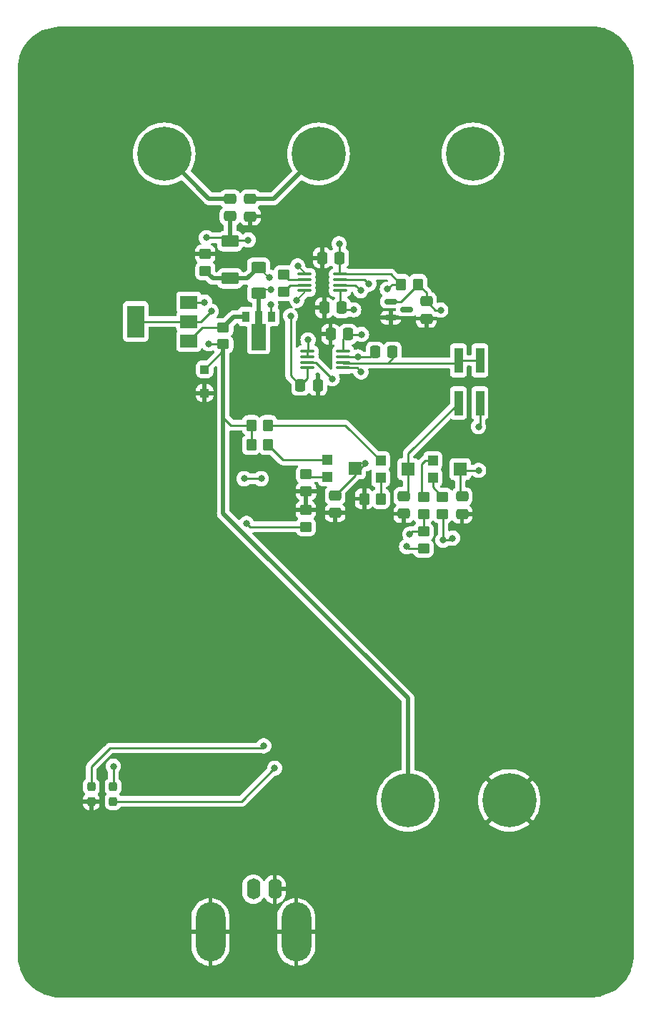
<source format=gbr>
%TF.GenerationSoftware,KiCad,Pcbnew,7.0.5*%
%TF.CreationDate,2023-09-04T17:01:56+02:00*%
%TF.ProjectId,mABoard,6d41426f-6172-4642-9e6b-696361645f70,rev?*%
%TF.SameCoordinates,Original*%
%TF.FileFunction,Copper,L1,Top*%
%TF.FilePolarity,Positive*%
%FSLAX46Y46*%
G04 Gerber Fmt 4.6, Leading zero omitted, Abs format (unit mm)*
G04 Created by KiCad (PCBNEW 7.0.5) date 2023-09-04 17:01:56*
%MOMM*%
%LPD*%
G01*
G04 APERTURE LIST*
G04 Aperture macros list*
%AMRoundRect*
0 Rectangle with rounded corners*
0 $1 Rounding radius*
0 $2 $3 $4 $5 $6 $7 $8 $9 X,Y pos of 4 corners*
0 Add a 4 corners polygon primitive as box body*
4,1,4,$2,$3,$4,$5,$6,$7,$8,$9,$2,$3,0*
0 Add four circle primitives for the rounded corners*
1,1,$1+$1,$2,$3*
1,1,$1+$1,$4,$5*
1,1,$1+$1,$6,$7*
1,1,$1+$1,$8,$9*
0 Add four rect primitives between the rounded corners*
20,1,$1+$1,$2,$3,$4,$5,0*
20,1,$1+$1,$4,$5,$6,$7,0*
20,1,$1+$1,$6,$7,$8,$9,0*
20,1,$1+$1,$8,$9,$2,$3,0*%
%AMFreePoly0*
4,1,9,3.862500,-0.866500,0.737500,-0.866500,0.737500,-0.450000,-0.737500,-0.450000,-0.737500,0.450000,0.737500,0.450000,0.737500,0.866500,3.862500,0.866500,3.862500,-0.866500,3.862500,-0.866500,$1*%
G04 Aperture macros list end*
%TA.AperFunction,SMDPad,CuDef*%
%ADD10R,0.900000X1.300000*%
%TD*%
%TA.AperFunction,SMDPad,CuDef*%
%ADD11FreePoly0,270.000000*%
%TD*%
%TA.AperFunction,SMDPad,CuDef*%
%ADD12RoundRect,0.150000X-0.587500X-0.150000X0.587500X-0.150000X0.587500X0.150000X-0.587500X0.150000X0*%
%TD*%
%TA.AperFunction,SMDPad,CuDef*%
%ADD13RoundRect,0.100000X-0.712500X-0.100000X0.712500X-0.100000X0.712500X0.100000X-0.712500X0.100000X0*%
%TD*%
%TA.AperFunction,SMDPad,CuDef*%
%ADD14R,1.200000X1.200000*%
%TD*%
%TA.AperFunction,SMDPad,CuDef*%
%ADD15R,1.500000X1.600000*%
%TD*%
%TA.AperFunction,SMDPad,CuDef*%
%ADD16RoundRect,0.250000X-0.450000X0.350000X-0.450000X-0.350000X0.450000X-0.350000X0.450000X0.350000X0*%
%TD*%
%TA.AperFunction,SMDPad,CuDef*%
%ADD17RoundRect,0.250000X-0.350000X-0.450000X0.350000X-0.450000X0.350000X0.450000X-0.350000X0.450000X0*%
%TD*%
%TA.AperFunction,SMDPad,CuDef*%
%ADD18RoundRect,0.250000X0.350000X0.450000X-0.350000X0.450000X-0.350000X-0.450000X0.350000X-0.450000X0*%
%TD*%
%TA.AperFunction,SMDPad,CuDef*%
%ADD19RoundRect,0.250000X-0.625000X0.400000X-0.625000X-0.400000X0.625000X-0.400000X0.625000X0.400000X0*%
%TD*%
%TA.AperFunction,SMDPad,CuDef*%
%ADD20RoundRect,0.250000X0.450000X-0.350000X0.450000X0.350000X-0.450000X0.350000X-0.450000X-0.350000X0*%
%TD*%
%TA.AperFunction,SMDPad,CuDef*%
%ADD21R,2.000000X1.500000*%
%TD*%
%TA.AperFunction,SMDPad,CuDef*%
%ADD22R,2.000000X3.800000*%
%TD*%
%TA.AperFunction,ComponentPad*%
%ADD23O,1.600000X2.500000*%
%TD*%
%TA.AperFunction,ComponentPad*%
%ADD24O,3.500000X7.000000*%
%TD*%
%TA.AperFunction,SMDPad,CuDef*%
%ADD25R,1.000000X3.000000*%
%TD*%
%TA.AperFunction,ComponentPad*%
%ADD26C,0.800000*%
%TD*%
%TA.AperFunction,ComponentPad*%
%ADD27C,6.400000*%
%TD*%
%TA.AperFunction,SMDPad,CuDef*%
%ADD28RoundRect,0.250000X-0.475000X0.337500X-0.475000X-0.337500X0.475000X-0.337500X0.475000X0.337500X0*%
%TD*%
%TA.AperFunction,SMDPad,CuDef*%
%ADD29RoundRect,0.237500X0.237500X-0.287500X0.237500X0.287500X-0.237500X0.287500X-0.237500X-0.287500X0*%
%TD*%
%TA.AperFunction,SMDPad,CuDef*%
%ADD30RoundRect,0.250000X-0.300000X0.300000X-0.300000X-0.300000X0.300000X-0.300000X0.300000X0.300000X0*%
%TD*%
%TA.AperFunction,SMDPad,CuDef*%
%ADD31RoundRect,0.250000X-0.800000X0.450000X-0.800000X-0.450000X0.800000X-0.450000X0.800000X0.450000X0*%
%TD*%
%TA.AperFunction,SMDPad,CuDef*%
%ADD32RoundRect,0.250000X0.337500X0.475000X-0.337500X0.475000X-0.337500X-0.475000X0.337500X-0.475000X0*%
%TD*%
%TA.AperFunction,SMDPad,CuDef*%
%ADD33RoundRect,0.250000X-0.337500X-0.475000X0.337500X-0.475000X0.337500X0.475000X-0.337500X0.475000X0*%
%TD*%
%TA.AperFunction,ViaPad*%
%ADD34C,0.800000*%
%TD*%
%TA.AperFunction,Conductor*%
%ADD35C,0.250000*%
%TD*%
%TA.AperFunction,Conductor*%
%ADD36C,0.500000*%
%TD*%
%TA.AperFunction,Conductor*%
%ADD37C,0.200000*%
%TD*%
G04 APERTURE END LIST*
D10*
%TO.P,Q1,1,B*%
%TO.N,Net-(Q1-B)*%
X86060000Y-77180000D03*
D11*
%TO.P,Q1,2,C*%
%TO.N,V-*%
X84560000Y-77267500D03*
D10*
%TO.P,Q1,3,E*%
%TO.N,Net-(Q1-E)*%
X83060000Y-77180000D03*
%TD*%
D12*
%TO.P,U3,1,K*%
%TO.N,Net-(U2B-+)*%
X100205000Y-75390000D03*
%TO.P,U3,2,A*%
%TO.N,GND*%
X100205000Y-77290000D03*
%TO.P,U3,3*%
%TO.N,N/C*%
X102080000Y-76340000D03*
%TD*%
D13*
%TO.P,U2,1*%
%TO.N,Net-(U1-Ref)*%
X90347500Y-81285000D03*
%TO.P,U2,2,-*%
X90347500Y-81935000D03*
%TO.P,U2,3,+*%
%TO.N,Net-(U2A-+)*%
X90347500Y-82585000D03*
%TO.P,U2,4,V-*%
%TO.N,-5V*%
X90347500Y-83235000D03*
%TO.P,U2,5,+*%
%TO.N,Net-(U2B-+)*%
X94572500Y-83235000D03*
%TO.P,U2,6,-*%
%TO.N,Net-(J1-Pin_1)*%
X94572500Y-82585000D03*
%TO.P,U2,7*%
%TO.N,Net-(Q1-B)*%
X94572500Y-81935000D03*
%TO.P,U2,8,V+*%
%TO.N,+10V*%
X94572500Y-81285000D03*
%TD*%
%TO.P,U1,1,-*%
%TO.N,V-*%
X89987500Y-72145000D03*
%TO.P,U1,2,Rg*%
%TO.N,Net-(R1-Pad1)*%
X89987500Y-72795000D03*
%TO.P,U1,3,Rg*%
%TO.N,Net-(R1-Pad2)*%
X89987500Y-73445000D03*
%TO.P,U1,4,+*%
%TO.N,V+*%
X89987500Y-74095000D03*
%TO.P,U1,5,Vs-*%
%TO.N,-5V*%
X94212500Y-74095000D03*
%TO.P,U1,6,Ref*%
%TO.N,Net-(U1-Ref)*%
X94212500Y-73445000D03*
%TO.P,U1,7*%
%TO.N,IOUT*%
X94212500Y-72795000D03*
%TO.P,U1,8,Vs+*%
%TO.N,+10V*%
X94212500Y-72145000D03*
%TD*%
D14*
%TO.P,RV3,1,1*%
%TO.N,Net-(R9-Pad2)*%
X92720000Y-94140000D03*
D15*
%TO.P,RV3,2,2*%
%TO.N,Net-(J1-Pin_4)*%
X95970000Y-95140000D03*
D14*
%TO.P,RV3,3,3*%
%TO.N,Net-(R10-Pad1)*%
X92720000Y-96140000D03*
%TD*%
%TO.P,RV2,1,1*%
%TO.N,Net-(R7-Pad2)*%
X99000000Y-94230000D03*
D15*
%TO.P,RV2,2,2*%
%TO.N,Net-(J1-Pin_2)*%
X102250000Y-95230000D03*
D14*
%TO.P,RV2,3,3*%
%TO.N,Net-(R8-Pad1)*%
X99000000Y-96230000D03*
%TD*%
%TO.P,RV1,1,1*%
%TO.N,Net-(R2-Pad2)*%
X105180000Y-94220000D03*
D15*
%TO.P,RV1,2,2*%
%TO.N,Net-(U2A-+)*%
X108430000Y-95220000D03*
D14*
%TO.P,RV1,3,3*%
%TO.N,Net-(R3-Pad1)*%
X105180000Y-96220000D03*
%TD*%
D16*
%TO.P,R13,1*%
%TO.N,GND*%
X90140000Y-100070000D03*
%TO.P,R13,2*%
%TO.N,Net-(D4-A)*%
X90140000Y-102070000D03*
%TD*%
%TO.P,R12,1*%
%TO.N,+10V*%
X104080000Y-102630000D03*
%TO.P,R12,2*%
%TO.N,Net-(D3-A)*%
X104080000Y-104630000D03*
%TD*%
D17*
%TO.P,R11,1*%
%TO.N,+10V*%
X101440000Y-73340000D03*
%TO.P,R11,2*%
%TO.N,Net-(U2B-+)*%
X103440000Y-73340000D03*
%TD*%
D16*
%TO.P,R10,1*%
%TO.N,Net-(R10-Pad1)*%
X90180000Y-95840000D03*
%TO.P,R10,2*%
%TO.N,GND*%
X90180000Y-97840000D03*
%TD*%
D17*
%TO.P,R9,1*%
%TO.N,VOUT*%
X83680000Y-92370000D03*
%TO.P,R9,2*%
%TO.N,Net-(R9-Pad2)*%
X85680000Y-92370000D03*
%TD*%
D18*
%TO.P,R8,1*%
%TO.N,Net-(R8-Pad1)*%
X99060000Y-98740000D03*
%TO.P,R8,2*%
%TO.N,GND*%
X97060000Y-98740000D03*
%TD*%
D17*
%TO.P,R7,1*%
%TO.N,VOUT*%
X83680000Y-90030000D03*
%TO.P,R7,2*%
%TO.N,Net-(R7-Pad2)*%
X85680000Y-90030000D03*
%TD*%
D16*
%TO.P,R6,1*%
%TO.N,Net-(Q1-E)*%
X80360000Y-78450000D03*
%TO.P,R6,2*%
%TO.N,VOUT*%
X80360000Y-80450000D03*
%TD*%
D19*
%TO.P,R5,1*%
%TO.N,V+*%
X84550000Y-71320000D03*
%TO.P,R5,2*%
%TO.N,V-*%
X84550000Y-74420000D03*
%TD*%
D20*
%TO.P,R4,1*%
%TO.N,V+*%
X78230000Y-71770000D03*
%TO.P,R4,2*%
%TO.N,GND*%
X78230000Y-69770000D03*
%TD*%
D16*
%TO.P,R3,1*%
%TO.N,Net-(R3-Pad1)*%
X106330000Y-98520000D03*
%TO.P,R3,2*%
%TO.N,-5V*%
X106330000Y-100520000D03*
%TD*%
D20*
%TO.P,R2,1*%
%TO.N,+10V*%
X104100000Y-100530000D03*
%TO.P,R2,2*%
%TO.N,Net-(R2-Pad2)*%
X104100000Y-98530000D03*
%TD*%
D16*
%TO.P,R1,1*%
%TO.N,Net-(R1-Pad1)*%
X87520000Y-72190000D03*
%TO.P,R1,2*%
%TO.N,Net-(R1-Pad2)*%
X87520000Y-74190000D03*
%TD*%
D21*
%TO.P,Q2,1,B*%
%TO.N,Net-(Q1-E)*%
X76290000Y-80060000D03*
D22*
%TO.P,Q2,2,C*%
%TO.N,Net-(Q1-B)*%
X69990000Y-77760000D03*
D21*
X76290000Y-77760000D03*
%TO.P,Q2,3,E*%
%TO.N,VOUT*%
X76290000Y-75460000D03*
%TD*%
D23*
%TO.P,J2,1,In*%
%TO.N,IOUT*%
X83930000Y-144960000D03*
D24*
%TO.P,J2,2,Ext*%
%TO.N,GND*%
X78850000Y-150040000D03*
X89010000Y-150040000D03*
D23*
X86470000Y-144960000D03*
%TD*%
D25*
%TO.P,J1,1,Pin_1*%
%TO.N,Net-(J1-Pin_1)*%
X108230000Y-82355000D03*
%TO.P,J1,2,Pin_2*%
%TO.N,Net-(J1-Pin_2)*%
X108230000Y-87395000D03*
%TO.P,J1,3,Pin_3*%
%TO.N,Net-(J1-Pin_1)*%
X110770000Y-82355000D03*
%TO.P,J1,4,Pin_4*%
%TO.N,Net-(J1-Pin_4)*%
X110770000Y-87395000D03*
%TD*%
D26*
%TO.P,H5,1,1*%
%TO.N,VOUT*%
X102250000Y-132050000D03*
X103947056Y-136147056D03*
X103947056Y-132752944D03*
X104650000Y-134450000D03*
D27*
X102250000Y-134450000D03*
D26*
X102250000Y-136850000D03*
X100552944Y-132752944D03*
X100552944Y-136147056D03*
X99850000Y-134450000D03*
%TD*%
%TO.P,H4,1,1*%
%TO.N,GND*%
X114240000Y-132050000D03*
X115937056Y-136147056D03*
X115937056Y-132752944D03*
X116640000Y-134450000D03*
D27*
X114240000Y-134450000D03*
D26*
X114240000Y-136850000D03*
X112542944Y-132752944D03*
X112542944Y-136147056D03*
X111840000Y-134450000D03*
%TD*%
%TO.P,H3,1,1*%
%TO.N,Net-(FB2-Pad1)*%
X70970000Y-57900000D03*
X71672944Y-59597056D03*
X71672944Y-56202944D03*
X73370000Y-60300000D03*
D27*
X73370000Y-57900000D03*
D26*
X75770000Y-57900000D03*
X75067056Y-56202944D03*
X75067056Y-59597056D03*
X73370000Y-55500000D03*
%TD*%
%TO.P,H2,1,1*%
%TO.N,Net-(FB1-Pad1)*%
X89260000Y-57900000D03*
X89962944Y-59597056D03*
X89962944Y-56202944D03*
X91660000Y-60300000D03*
D27*
X91660000Y-57900000D03*
D26*
X94060000Y-57900000D03*
X93357056Y-56202944D03*
X93357056Y-59597056D03*
X91660000Y-55500000D03*
%TD*%
%TO.P,H1,1,1*%
%TO.N,-5V*%
X109950000Y-55500000D03*
X111647056Y-59597056D03*
X111647056Y-56202944D03*
X112350000Y-57900000D03*
D27*
X109950000Y-57900000D03*
D26*
X109950000Y-60300000D03*
X108252944Y-56202944D03*
X108252944Y-59597056D03*
X107550000Y-57900000D03*
%TD*%
D28*
%TO.P,FB2,1*%
%TO.N,Net-(FB2-Pad1)*%
X81170000Y-63195000D03*
%TO.P,FB2,2*%
%TO.N,+10V*%
X81170000Y-65270000D03*
%TD*%
%TO.P,FB1,1*%
%TO.N,Net-(FB1-Pad1)*%
X83570000Y-63222500D03*
%TO.P,FB1,2*%
%TO.N,GND*%
X83570000Y-65297500D03*
%TD*%
D29*
%TO.P,D4,1,K*%
%TO.N,-5V*%
X67300000Y-134582500D03*
%TO.P,D4,2,A*%
%TO.N,Net-(D4-A)*%
X67300000Y-132832500D03*
%TD*%
%TO.P,D3,1,K*%
%TO.N,GND*%
X64730000Y-134582500D03*
%TO.P,D3,2,A*%
%TO.N,Net-(D3-A)*%
X64730000Y-132832500D03*
%TD*%
D30*
%TO.P,D2,1,K*%
%TO.N,VOUT*%
X78140000Y-83432500D03*
%TO.P,D2,2,A*%
%TO.N,GND*%
X78140000Y-86232500D03*
%TD*%
D31*
%TO.P,D1,1,K*%
%TO.N,+10V*%
X81170000Y-68252500D03*
%TO.P,D1,2,A*%
%TO.N,V+*%
X81170000Y-72652500D03*
%TD*%
D32*
%TO.P,C9,1*%
%TO.N,+10V*%
X95147500Y-79250000D03*
%TO.P,C9,2*%
%TO.N,GND*%
X93072500Y-79250000D03*
%TD*%
D33*
%TO.P,C8,1*%
%TO.N,-5V*%
X89512500Y-85320000D03*
%TO.P,C8,2*%
%TO.N,GND*%
X91587500Y-85320000D03*
%TD*%
D28*
%TO.P,C7,1*%
%TO.N,Net-(U2B-+)*%
X104430000Y-75332500D03*
%TO.P,C7,2*%
%TO.N,GND*%
X104430000Y-77407500D03*
%TD*%
D33*
%TO.P,C6,1*%
%TO.N,Net-(Q1-B)*%
X98332500Y-81340000D03*
%TO.P,C6,2*%
%TO.N,Net-(J1-Pin_1)*%
X100407500Y-81340000D03*
%TD*%
D28*
%TO.P,C5,1*%
%TO.N,Net-(J1-Pin_4)*%
X93620000Y-98342500D03*
%TO.P,C5,2*%
%TO.N,GND*%
X93620000Y-100417500D03*
%TD*%
%TO.P,C4,1*%
%TO.N,Net-(J1-Pin_2)*%
X101760000Y-98442500D03*
%TO.P,C4,2*%
%TO.N,GND*%
X101760000Y-100517500D03*
%TD*%
%TO.P,C3,1*%
%TO.N,Net-(U2A-+)*%
X108650000Y-98482500D03*
%TO.P,C3,2*%
%TO.N,GND*%
X108650000Y-100557500D03*
%TD*%
D32*
%TO.P,C2,1*%
%TO.N,-5V*%
X94407500Y-76110000D03*
%TO.P,C2,2*%
%TO.N,GND*%
X92332500Y-76110000D03*
%TD*%
%TO.P,C1,1*%
%TO.N,+10V*%
X94167500Y-70230000D03*
%TO.P,C1,2*%
%TO.N,GND*%
X92092500Y-70230000D03*
%TD*%
D34*
%TO.N,Net-(U2B-+)*%
X106130000Y-76390000D03*
X96686630Y-83715391D03*
%TO.N,GND*%
X122287521Y-43350556D03*
X119744715Y-43351362D03*
X117201909Y-43352168D03*
X114659103Y-43352975D03*
X112116297Y-43353781D03*
X109573492Y-43354587D03*
X107030686Y-43355394D03*
X104487880Y-43356200D03*
X101945074Y-43357006D03*
X99402268Y-43357813D03*
X96859462Y-43358619D03*
X94316656Y-43359425D03*
X91773850Y-43360232D03*
X89231045Y-43361038D03*
X86688239Y-43361844D03*
X84145433Y-43362651D03*
X81602627Y-43363457D03*
X79059821Y-43364263D03*
X76517015Y-43365070D03*
X73974209Y-43365876D03*
X71431403Y-43366682D03*
X68888598Y-43367489D03*
X66345792Y-43368295D03*
X63802986Y-43369101D03*
X61260180Y-43369908D03*
X58835403Y-44027854D03*
X57084781Y-45802133D03*
X56600000Y-48268339D03*
X56600000Y-50811145D03*
X56600000Y-53353951D03*
X56600000Y-55896757D03*
X56600000Y-58439563D03*
X56600000Y-60982369D03*
X56600000Y-63525175D03*
X56600000Y-66067981D03*
X56600000Y-68610787D03*
X56600000Y-71153593D03*
X56600000Y-73696399D03*
X56600000Y-76239205D03*
X56600000Y-78782011D03*
X56600000Y-81324817D03*
X56600000Y-83867623D03*
X56600000Y-86410429D03*
X56600000Y-88953235D03*
X56600000Y-91496041D03*
X56600000Y-94038847D03*
X56600000Y-96581653D03*
X56600000Y-99124459D03*
X56600000Y-101667265D03*
X56600000Y-104210071D03*
X56600000Y-106752877D03*
X56600000Y-109295683D03*
X56600000Y-111838489D03*
X56600000Y-114381295D03*
X56600000Y-116924101D03*
X56600000Y-119466907D03*
X56600000Y-122009713D03*
X56600000Y-124552519D03*
X56600000Y-127095325D03*
X56600000Y-129638131D03*
X56600000Y-132180937D03*
X56600000Y-134723743D03*
X56600000Y-137266549D03*
X56600000Y-139809355D03*
X56600000Y-142352161D03*
X56600000Y-144894967D03*
X56600000Y-147437773D03*
X56600000Y-149980579D03*
X56600000Y-152523385D03*
X57215167Y-154951889D03*
X59006520Y-156684244D03*
X61462729Y-157209919D03*
X64005535Y-157209108D03*
X66548341Y-157208298D03*
X69091147Y-157207487D03*
X71633953Y-157206676D03*
X74176759Y-157205865D03*
X76719564Y-157205054D03*
X79262370Y-157204243D03*
X81805176Y-157203433D03*
X84347982Y-157202622D03*
X86890788Y-157201811D03*
X89433594Y-157201000D03*
X91976400Y-157200189D03*
X94519205Y-157199378D03*
X97062011Y-157198567D03*
X99604817Y-157197757D03*
X102147623Y-157196946D03*
X104690429Y-157196135D03*
X107233235Y-157195324D03*
X109776041Y-157194513D03*
X112318847Y-157193702D03*
X114861652Y-157192891D03*
X117404458Y-157192081D03*
X119947264Y-157191270D03*
X122490070Y-157190459D03*
X125020087Y-157051060D03*
X127159690Y-155759861D03*
X128336222Y-153567386D03*
X128420000Y-151030722D03*
X128420000Y-148487916D03*
X128420000Y-145945110D03*
X128420000Y-143402304D03*
X128420000Y-140859498D03*
X128420000Y-138316692D03*
X128420000Y-135773886D03*
X128420000Y-133231080D03*
X128420000Y-130688274D03*
X128420000Y-128145468D03*
X128420000Y-125602662D03*
X128420000Y-123059856D03*
X128420000Y-120517050D03*
X128420000Y-117974244D03*
X128420000Y-115431438D03*
X128420000Y-112888632D03*
X128420000Y-110345826D03*
X128420000Y-107803020D03*
X128420000Y-105260214D03*
X128420000Y-102717408D03*
X128420000Y-100174602D03*
X128420000Y-97631796D03*
X128420000Y-95088990D03*
X128420000Y-92546184D03*
X128420000Y-90003378D03*
X128420000Y-87460572D03*
X128420000Y-84917766D03*
X128420000Y-82374960D03*
X128420000Y-79832154D03*
X128420000Y-77289348D03*
X128420000Y-74746542D03*
X128420000Y-72203736D03*
X128420000Y-69660930D03*
X128420000Y-67118124D03*
X128420000Y-64575318D03*
X128420000Y-62032512D03*
X128420000Y-59489706D03*
X128420000Y-56946900D03*
X128420000Y-54404094D03*
X128420000Y-51861288D03*
X128420000Y-49318482D03*
X128266571Y-46787509D03*
X127041465Y-44601457D03*
X124828087Y-43411697D03*
%TO.N,-5V*%
X88332299Y-77087701D03*
X107530000Y-103400000D03*
%TO.N,+10V*%
X78370000Y-67820000D03*
X82830000Y-96360000D03*
X84870000Y-96360000D03*
X102450000Y-102940000D03*
%TO.N,-5V*%
X86450000Y-130640000D03*
X106400000Y-103640000D03*
%TO.N,Net-(D3-A)*%
X102100000Y-104400000D03*
X85160000Y-127990000D03*
%TO.N,Net-(D4-A)*%
X67340000Y-130410000D03*
X83110000Y-101650000D03*
%TO.N,IOUT*%
X97630000Y-73300000D03*
%TO.N,+10V*%
X99800000Y-73920000D03*
X96740000Y-79270000D03*
%TO.N,Net-(U2A-+)*%
X110620000Y-95380000D03*
X93280000Y-84520000D03*
%TO.N,Net-(J1-Pin_4)*%
X110600000Y-90210000D03*
X97210000Y-94580000D03*
%TO.N,Net-(Q1-B)*%
X96310000Y-81940000D03*
%TO.N,Net-(U1-Ref)*%
X90410000Y-79920000D03*
X96640000Y-74100000D03*
%TO.N,-5V*%
X95810000Y-76370000D03*
%TO.N,+10V*%
X94090000Y-68560000D03*
X83310000Y-68100000D03*
%TO.N,V-*%
X89180000Y-71170000D03*
X86040000Y-73950000D03*
%TO.N,V+*%
X85870000Y-72500000D03*
X89080000Y-75250000D03*
%TO.N,Net-(Q1-B)*%
X86000000Y-75780000D03*
X78940000Y-76550000D03*
%TO.N,VOUT*%
X78660000Y-80390000D03*
X78160000Y-75470000D03*
%TD*%
D35*
%TO.N,Net-(U2B-+)*%
X105487500Y-76390000D02*
X104430000Y-75332500D01*
X106130000Y-76390000D02*
X105487500Y-76390000D01*
X96686630Y-83706630D02*
X96686630Y-83715391D01*
X94572500Y-83235000D02*
X96215000Y-83235000D01*
X96215000Y-83235000D02*
X96686630Y-83706630D01*
%TO.N,-5V*%
X88332299Y-84139799D02*
X88332299Y-77087701D01*
X89512500Y-85320000D02*
X88332299Y-84139799D01*
X107290000Y-103640000D02*
X107530000Y-103400000D01*
X106400000Y-103640000D02*
X107290000Y-103640000D01*
%TO.N,+10V*%
X78370000Y-67820000D02*
X80737500Y-67820000D01*
X84870000Y-96360000D02*
X82830000Y-96360000D01*
X80737500Y-67820000D02*
X81170000Y-68252500D01*
X102760000Y-102630000D02*
X102450000Y-102940000D01*
X104080000Y-102630000D02*
X102760000Y-102630000D01*
%TO.N,-5V*%
X106400000Y-100590000D02*
X106330000Y-100520000D01*
X106400000Y-103640000D02*
X106400000Y-100590000D01*
X82507500Y-134582500D02*
X86450000Y-130640000D01*
X67300000Y-134582500D02*
X82507500Y-134582500D01*
%TO.N,Net-(D3-A)*%
X102330000Y-104630000D02*
X102100000Y-104400000D01*
X104080000Y-104630000D02*
X102330000Y-104630000D01*
%TO.N,+10V*%
X104100000Y-100530000D02*
X104100000Y-102610000D01*
X104100000Y-102610000D02*
X104080000Y-102630000D01*
%TO.N,Net-(D3-A)*%
X69160000Y-128250000D02*
X84900000Y-128250000D01*
X66680000Y-128530000D02*
X66960000Y-128250000D01*
X66960000Y-128250000D02*
X69160000Y-128250000D01*
X64730000Y-130480000D02*
X66680000Y-128530000D01*
X84900000Y-128250000D02*
X85160000Y-127990000D01*
X64730000Y-132832500D02*
X64730000Y-130480000D01*
%TO.N,Net-(D4-A)*%
X67340000Y-132792500D02*
X67300000Y-132832500D01*
X67340000Y-130410000D02*
X67340000Y-132792500D01*
X83530000Y-102070000D02*
X83110000Y-101650000D01*
X90140000Y-102070000D02*
X83530000Y-102070000D01*
%TO.N,Net-(J1-Pin_1)*%
X100407500Y-82127500D02*
X99870000Y-82665000D01*
X100407500Y-81340000D02*
X100407500Y-82127500D01*
X99870000Y-82665000D02*
X94652500Y-82665000D01*
X107920000Y-82665000D02*
X99870000Y-82665000D01*
%TO.N,Net-(Q1-B)*%
X97732500Y-81940000D02*
X98332500Y-81340000D01*
X96310000Y-81940000D02*
X97732500Y-81940000D01*
%TO.N,IOUT*%
X97125000Y-72795000D02*
X97630000Y-73300000D01*
X94212500Y-72795000D02*
X97125000Y-72795000D01*
%TO.N,+10V*%
X96740000Y-79270000D02*
X95167500Y-79270000D01*
X95167500Y-79270000D02*
X95147500Y-79250000D01*
X100380000Y-73340000D02*
X99800000Y-73920000D01*
X101440000Y-73340000D02*
X100380000Y-73340000D01*
X100245000Y-72145000D02*
X101440000Y-73340000D01*
X94212500Y-72145000D02*
X100245000Y-72145000D01*
%TO.N,Net-(U2B-+)*%
X101390000Y-75390000D02*
X103440000Y-73340000D01*
X100205000Y-75390000D02*
X101390000Y-75390000D01*
X104430000Y-74330000D02*
X103440000Y-73340000D01*
X104430000Y-75332500D02*
X104430000Y-74330000D01*
%TO.N,Net-(U2A-+)*%
X108430000Y-98262500D02*
X108650000Y-98482500D01*
X108430000Y-95220000D02*
X108430000Y-98262500D01*
%TO.N,Net-(R3-Pad1)*%
X105180000Y-97370000D02*
X106330000Y-98520000D01*
X105180000Y-96220000D02*
X105180000Y-97370000D01*
%TO.N,Net-(R2-Pad2)*%
X103900000Y-98330000D02*
X104100000Y-98530000D01*
X103900000Y-94650000D02*
X103900000Y-98330000D01*
X104330000Y-94220000D02*
X103900000Y-94650000D01*
X105180000Y-94220000D02*
X104330000Y-94220000D01*
%TO.N,Net-(U2A-+)*%
X108590000Y-95380000D02*
X108430000Y-95220000D01*
X110620000Y-95380000D02*
X108590000Y-95380000D01*
X91345000Y-82585000D02*
X93280000Y-84520000D01*
X90347500Y-82585000D02*
X91345000Y-82585000D01*
%TO.N,Net-(J1-Pin_4)*%
X95970000Y-95992500D02*
X95970000Y-95140000D01*
X93620000Y-98342500D02*
X95970000Y-95992500D01*
%TO.N,Net-(J1-Pin_2)*%
X102250000Y-97952500D02*
X101760000Y-98442500D01*
X102250000Y-95230000D02*
X102250000Y-97952500D01*
%TO.N,Net-(R8-Pad1)*%
X99000000Y-96230000D02*
X99000000Y-98680000D01*
X99000000Y-98680000D02*
X99060000Y-98740000D01*
%TO.N,Net-(R10-Pad1)*%
X90480000Y-96140000D02*
X90180000Y-95840000D01*
X92720000Y-96140000D02*
X90480000Y-96140000D01*
%TO.N,Net-(J1-Pin_4)*%
X110770000Y-90040000D02*
X110770000Y-87395000D01*
X110600000Y-90210000D02*
X110770000Y-90040000D01*
X96650000Y-95140000D02*
X97210000Y-94580000D01*
X95970000Y-95140000D02*
X96650000Y-95140000D01*
%TO.N,Net-(J1-Pin_2)*%
X102250000Y-93375000D02*
X108230000Y-87395000D01*
X102250000Y-95230000D02*
X102250000Y-93375000D01*
%TO.N,Net-(J1-Pin_1)*%
X108230000Y-82355000D02*
X107920000Y-82665000D01*
X94652500Y-82665000D02*
X94572500Y-82585000D01*
X110770000Y-82355000D02*
X108230000Y-82355000D01*
%TO.N,Net-(R7-Pad2)*%
X94800000Y-90030000D02*
X85680000Y-90030000D01*
X99000000Y-94230000D02*
X94800000Y-90030000D01*
%TO.N,Net-(R9-Pad2)*%
X87450000Y-94140000D02*
X85680000Y-92370000D01*
X92720000Y-94140000D02*
X87450000Y-94140000D01*
%TO.N,VOUT*%
X83680000Y-90030000D02*
X81300000Y-90030000D01*
D36*
X80360000Y-89090000D02*
X80360000Y-100470000D01*
D35*
X81300000Y-90030000D02*
X80360000Y-89090000D01*
D36*
X80360000Y-80450000D02*
X80360000Y-89090000D01*
D35*
X83680000Y-92370000D02*
X83680000Y-90030000D01*
X80360000Y-81212500D02*
X78140000Y-83432500D01*
X80360000Y-80450000D02*
X80360000Y-81212500D01*
%TO.N,Net-(Q1-B)*%
X94577500Y-81940000D02*
X94572500Y-81935000D01*
X96310000Y-81940000D02*
X94577500Y-81940000D01*
%TO.N,Net-(U1-Ref)*%
X90410000Y-81222500D02*
X90347500Y-81285000D01*
X90410000Y-79920000D02*
X90410000Y-81222500D01*
X95985000Y-73445000D02*
X96640000Y-74100000D01*
X94212500Y-73445000D02*
X95985000Y-73445000D01*
X90347500Y-81285000D02*
X90347500Y-81935000D01*
%TO.N,+10V*%
X94572500Y-79825000D02*
X95147500Y-79250000D01*
X94572500Y-81285000D02*
X94572500Y-79825000D01*
%TO.N,-5V*%
X90347500Y-84485000D02*
X89512500Y-85320000D01*
X90347500Y-83235000D02*
X90347500Y-84485000D01*
D36*
%TO.N,VOUT*%
X102250000Y-122360000D02*
X102250000Y-134450000D01*
X80360000Y-100470000D02*
X102250000Y-122360000D01*
D35*
%TO.N,-5V*%
X94667500Y-76370000D02*
X94407500Y-76110000D01*
X95810000Y-76370000D02*
X94667500Y-76370000D01*
%TO.N,+10V*%
X83310000Y-68100000D02*
X81322500Y-68100000D01*
X81322500Y-68100000D02*
X81170000Y-68252500D01*
X94167500Y-68637500D02*
X94090000Y-68560000D01*
X94167500Y-70230000D02*
X94167500Y-68637500D01*
%TO.N,-5V*%
X94212500Y-75915000D02*
X94407500Y-76110000D01*
X94212500Y-74095000D02*
X94212500Y-75915000D01*
%TO.N,+10V*%
X94167500Y-72100000D02*
X94212500Y-72145000D01*
X94167500Y-70230000D02*
X94167500Y-72100000D01*
D37*
%TO.N,V-*%
X85020000Y-73950000D02*
X84550000Y-74420000D01*
X86040000Y-73950000D02*
X85020000Y-73950000D01*
X89987500Y-71977500D02*
X89180000Y-71170000D01*
X89987500Y-72145000D02*
X89987500Y-71977500D01*
%TO.N,V+*%
X85730000Y-72500000D02*
X84550000Y-71320000D01*
X89987500Y-74342500D02*
X89080000Y-75250000D01*
X89987500Y-74095000D02*
X89987500Y-74342500D01*
X85870000Y-72500000D02*
X85730000Y-72500000D01*
D35*
%TO.N,Net-(R1-Pad2)*%
X89987500Y-73445000D02*
X88265000Y-73445000D01*
X88265000Y-73445000D02*
X87520000Y-74190000D01*
%TO.N,Net-(R1-Pad1)*%
X88125000Y-72795000D02*
X87520000Y-72190000D01*
X89987500Y-72795000D02*
X88125000Y-72795000D01*
%TO.N,Net-(Q1-B)*%
X86000000Y-77120000D02*
X86060000Y-77180000D01*
X86000000Y-75780000D02*
X86000000Y-77120000D01*
X77730000Y-77760000D02*
X78940000Y-76550000D01*
X76290000Y-77760000D02*
X77730000Y-77760000D01*
X69990000Y-77760000D02*
X76290000Y-77760000D01*
%TO.N,Net-(Q1-E)*%
X77900000Y-78450000D02*
X80360000Y-78450000D01*
X76290000Y-80060000D02*
X77900000Y-78450000D01*
%TO.N,VOUT*%
X80300000Y-80390000D02*
X80360000Y-80450000D01*
X78660000Y-80390000D02*
X80300000Y-80390000D01*
X78150000Y-75460000D02*
X78160000Y-75470000D01*
X76290000Y-75460000D02*
X78150000Y-75460000D01*
D36*
%TO.N,Net-(Q1-E)*%
X81630000Y-77180000D02*
X80360000Y-78450000D01*
X83060000Y-77180000D02*
X81630000Y-77180000D01*
%TO.N,V-*%
X84560000Y-74430000D02*
X84550000Y-74420000D01*
X84560000Y-77267500D02*
X84560000Y-74430000D01*
%TO.N,V+*%
X83217500Y-72652500D02*
X84550000Y-71320000D01*
X81170000Y-72652500D02*
X83217500Y-72652500D01*
X79112500Y-72652500D02*
X78230000Y-71770000D01*
X81170000Y-72652500D02*
X79112500Y-72652500D01*
%TO.N,+10V*%
X81170000Y-65270000D02*
X81170000Y-68252500D01*
%TO.N,Net-(FB2-Pad1)*%
X78665000Y-63195000D02*
X81170000Y-63195000D01*
X73370000Y-57900000D02*
X78665000Y-63195000D01*
%TO.N,Net-(FB1-Pad1)*%
X86337500Y-63222500D02*
X83570000Y-63222500D01*
X91660000Y-57900000D02*
X86337500Y-63222500D01*
%TD*%
%TA.AperFunction,Conductor*%
%TO.N,GND*%
G36*
X116096420Y-135952867D02*
G01*
X116034601Y-135911561D01*
X115961680Y-135897056D01*
X115912432Y-135897056D01*
X115839511Y-135911561D01*
X115756816Y-135966816D01*
X115701561Y-136049511D01*
X115682158Y-136147056D01*
X115701561Y-136244601D01*
X115742867Y-136306420D01*
X115184180Y-135747733D01*
X115374870Y-135584870D01*
X115537733Y-135394180D01*
X116096420Y-135952867D01*
G37*
%TD.AperFunction*%
%TA.AperFunction,Conductor*%
G36*
X113105130Y-135584870D02*
G01*
X113295819Y-135747733D01*
X112737135Y-136306416D01*
X112778439Y-136244601D01*
X112797842Y-136147056D01*
X112778439Y-136049511D01*
X112723184Y-135966816D01*
X112640489Y-135911561D01*
X112567568Y-135897056D01*
X112518320Y-135897056D01*
X112445399Y-135911561D01*
X112383577Y-135952868D01*
X112942266Y-135394180D01*
X113105130Y-135584870D01*
G37*
%TD.AperFunction*%
%TA.AperFunction,Conductor*%
G36*
X113295819Y-133152266D02*
G01*
X113105130Y-133315130D01*
X112942266Y-133505819D01*
X112383581Y-132947133D01*
X112445399Y-132988439D01*
X112518320Y-133002944D01*
X112567568Y-133002944D01*
X112640489Y-132988439D01*
X112723184Y-132933184D01*
X112778439Y-132850489D01*
X112797842Y-132752944D01*
X112778439Y-132655399D01*
X112737133Y-132593581D01*
X113295819Y-133152266D01*
G37*
%TD.AperFunction*%
%TA.AperFunction,Conductor*%
G36*
X115701561Y-132655399D02*
G01*
X115682158Y-132752944D01*
X115701561Y-132850489D01*
X115756816Y-132933184D01*
X115839511Y-132988439D01*
X115912432Y-133002944D01*
X115961680Y-133002944D01*
X116034601Y-132988439D01*
X116096415Y-132947135D01*
X115537732Y-133505818D01*
X115374870Y-133315130D01*
X115184180Y-133152266D01*
X115742867Y-132593578D01*
X115701561Y-132655399D01*
G37*
%TD.AperFunction*%
%TA.AperFunction,Conductor*%
G36*
X124001279Y-42790552D02*
G01*
X124217340Y-42799489D01*
X124415936Y-42808160D01*
X124420863Y-42808574D01*
X124636814Y-42835492D01*
X124834704Y-42861545D01*
X124837265Y-42861883D01*
X124841894Y-42862671D01*
X125054230Y-42907193D01*
X125252525Y-42951155D01*
X125256784Y-42952259D01*
X125464529Y-43014108D01*
X125503425Y-43026372D01*
X125506763Y-43027530D01*
X125986766Y-43209721D01*
X126063198Y-43238732D01*
X126068428Y-43240997D01*
X126250350Y-43329933D01*
X126251660Y-43330595D01*
X126432023Y-43424486D01*
X126435107Y-43426207D01*
X126543221Y-43490628D01*
X126620611Y-43536742D01*
X126622127Y-43537676D01*
X126708578Y-43592752D01*
X126793663Y-43646958D01*
X126796377Y-43648789D01*
X126891730Y-43716870D01*
X126972053Y-43774219D01*
X126973769Y-43775490D01*
X127135117Y-43899297D01*
X127137426Y-43901159D01*
X127302150Y-44040673D01*
X127303956Y-44042264D01*
X127453905Y-44179667D01*
X127455827Y-44181506D01*
X127608491Y-44334170D01*
X127610328Y-44336089D01*
X127747725Y-44486032D01*
X127749325Y-44487848D01*
X127888841Y-44652574D01*
X127890718Y-44654902D01*
X127932039Y-44708753D01*
X127934525Y-44712236D01*
X128374055Y-45375133D01*
X128377378Y-45380770D01*
X128459397Y-45538326D01*
X128460102Y-45539724D01*
X128546870Y-45717209D01*
X128549817Y-45724324D01*
X128836435Y-46559613D01*
X128841682Y-46580845D01*
X128987997Y-47523769D01*
X128988672Y-47530576D01*
X128990526Y-47573040D01*
X128999447Y-47788718D01*
X128999500Y-47791280D01*
X128999500Y-152788719D01*
X128999447Y-152791281D01*
X128990519Y-153007129D01*
X128981839Y-153205918D01*
X128981422Y-153210884D01*
X128954515Y-153426745D01*
X128928116Y-153627262D01*
X128927327Y-153631894D01*
X128882825Y-153844137D01*
X128844391Y-154017505D01*
X128835643Y-154053540D01*
X128834815Y-154056606D01*
X128775904Y-154254483D01*
X128714683Y-154448654D01*
X128713311Y-154452549D01*
X128634771Y-154653828D01*
X128634293Y-154655017D01*
X128571007Y-154807804D01*
X128568391Y-154813332D01*
X128226332Y-155452591D01*
X128223955Y-155456655D01*
X128143036Y-155583670D01*
X128141205Y-155586384D01*
X128022071Y-155753241D01*
X128007829Y-155769863D01*
X126889679Y-156862792D01*
X126875058Y-156875033D01*
X126796395Y-156931198D01*
X126793680Y-156933030D01*
X126661763Y-157017070D01*
X126642688Y-157027011D01*
X125135311Y-157652881D01*
X125114600Y-157659421D01*
X125054111Y-157672831D01*
X124980595Y-157688245D01*
X124973822Y-157689279D01*
X123938151Y-157789213D01*
X123932193Y-157789500D01*
X61001280Y-157789500D01*
X60998719Y-157789447D01*
X60991843Y-157789162D01*
X60782759Y-157780514D01*
X60584082Y-157771839D01*
X60579116Y-157771422D01*
X60515524Y-157763495D01*
X60508880Y-157762297D01*
X59218455Y-157456235D01*
X59210216Y-157453664D01*
X59174313Y-157439655D01*
X59136143Y-157424761D01*
X59135030Y-157424314D01*
X59115753Y-157416329D01*
X59071899Y-157398163D01*
X59066524Y-157395628D01*
X58259375Y-156966604D01*
X58255160Y-156964146D01*
X58206333Y-156933039D01*
X58203619Y-156931208D01*
X58124941Y-156875033D01*
X58027940Y-156805775D01*
X58026242Y-156804518D01*
X57912761Y-156717441D01*
X57899394Y-156705559D01*
X56998762Y-155780364D01*
X56994004Y-155774865D01*
X56985486Y-155763763D01*
X56984218Y-155762051D01*
X56903497Y-155648994D01*
X56899020Y-155641711D01*
X56317913Y-154531536D01*
X56315082Y-154525316D01*
X56314863Y-154524757D01*
X56286676Y-154452517D01*
X56285319Y-154448665D01*
X56243867Y-154317198D01*
X56242386Y-154311600D01*
X56070720Y-153513350D01*
X56069653Y-153506583D01*
X56003123Y-152850795D01*
X56002863Y-152847137D01*
X56000550Y-152791231D01*
X56000500Y-152788769D01*
X56000500Y-151865236D01*
X76600000Y-151865236D01*
X76615084Y-152090564D01*
X76615086Y-152090573D01*
X76675083Y-152385758D01*
X76675087Y-152385773D01*
X76773901Y-152670343D01*
X76773903Y-152670346D01*
X76909759Y-152939198D01*
X77080254Y-153187564D01*
X77282314Y-153410971D01*
X77512361Y-153605464D01*
X77766271Y-153767554D01*
X77766273Y-153767555D01*
X78039514Y-153894351D01*
X78039528Y-153894356D01*
X78327234Y-153983605D01*
X78600000Y-154029614D01*
X78600000Y-151014625D01*
X78747801Y-151045000D01*
X78900967Y-151045000D01*
X79053348Y-151029504D01*
X79100000Y-151014867D01*
X79100000Y-154026207D01*
X79225076Y-154013624D01*
X79225079Y-154013623D01*
X79518107Y-153943791D01*
X79518116Y-153943789D01*
X79799216Y-153835525D01*
X79799231Y-153835518D01*
X80063395Y-153690751D01*
X80063401Y-153690747D01*
X80305911Y-153512064D01*
X80522451Y-153302644D01*
X80522457Y-153302637D01*
X80709145Y-153066231D01*
X80862657Y-152807051D01*
X80862666Y-152807033D01*
X80980260Y-152529716D01*
X80980265Y-152529699D01*
X81059848Y-152239173D01*
X81100000Y-151940616D01*
X81100000Y-151865236D01*
X86760000Y-151865236D01*
X86775084Y-152090564D01*
X86775086Y-152090573D01*
X86835083Y-152385758D01*
X86835087Y-152385773D01*
X86933901Y-152670343D01*
X86933903Y-152670346D01*
X87069759Y-152939198D01*
X87240254Y-153187564D01*
X87442314Y-153410971D01*
X87672361Y-153605464D01*
X87926271Y-153767554D01*
X87926273Y-153767555D01*
X88199514Y-153894351D01*
X88199528Y-153894356D01*
X88487234Y-153983605D01*
X88760000Y-154029614D01*
X88760000Y-151014625D01*
X88907801Y-151045000D01*
X89060967Y-151045000D01*
X89213348Y-151029504D01*
X89260000Y-151014867D01*
X89260000Y-154026207D01*
X89385076Y-154013624D01*
X89385079Y-154013623D01*
X89678107Y-153943791D01*
X89678116Y-153943789D01*
X89959216Y-153835525D01*
X89959231Y-153835518D01*
X90223395Y-153690751D01*
X90223401Y-153690747D01*
X90465911Y-153512064D01*
X90682451Y-153302644D01*
X90682457Y-153302637D01*
X90869145Y-153066231D01*
X91022657Y-152807051D01*
X91022666Y-152807033D01*
X91140260Y-152529716D01*
X91140265Y-152529699D01*
X91219848Y-152239173D01*
X91260000Y-151940616D01*
X91260000Y-150290000D01*
X89983411Y-150290000D01*
X90008534Y-150192970D01*
X90018886Y-149988835D01*
X89988426Y-149790000D01*
X91260000Y-149790000D01*
X91260000Y-148214763D01*
X91244915Y-147989435D01*
X91244913Y-147989426D01*
X91184916Y-147694241D01*
X91184912Y-147694226D01*
X91086098Y-147409656D01*
X91086096Y-147409653D01*
X90950240Y-147140801D01*
X90779745Y-146892435D01*
X90577685Y-146669028D01*
X90347638Y-146474535D01*
X90093728Y-146312445D01*
X90093726Y-146312444D01*
X89820485Y-146185648D01*
X89820471Y-146185643D01*
X89532765Y-146096394D01*
X89260000Y-146050384D01*
X89260000Y-149065374D01*
X89112199Y-149035000D01*
X88959033Y-149035000D01*
X88806652Y-149050496D01*
X88760000Y-149065132D01*
X88760000Y-146053792D01*
X88634922Y-146066375D01*
X88634920Y-146066376D01*
X88341892Y-146136208D01*
X88341883Y-146136210D01*
X88060783Y-146244474D01*
X88060768Y-146244481D01*
X87796604Y-146389248D01*
X87796598Y-146389252D01*
X87554088Y-146567935D01*
X87337548Y-146777355D01*
X87337542Y-146777362D01*
X87150854Y-147013768D01*
X86997342Y-147272948D01*
X86997333Y-147272966D01*
X86879739Y-147550283D01*
X86879734Y-147550300D01*
X86800151Y-147840826D01*
X86760000Y-148139383D01*
X86760000Y-149790000D01*
X88036589Y-149790000D01*
X88011466Y-149887030D01*
X88001114Y-150091165D01*
X88031574Y-150290000D01*
X86760000Y-150290000D01*
X86760000Y-151865236D01*
X81100000Y-151865236D01*
X81100000Y-150290000D01*
X79823411Y-150290000D01*
X79848534Y-150192970D01*
X79858886Y-149988835D01*
X79828426Y-149790000D01*
X81100000Y-149790000D01*
X81100000Y-148214763D01*
X81084915Y-147989435D01*
X81084913Y-147989426D01*
X81024916Y-147694241D01*
X81024912Y-147694226D01*
X80926098Y-147409656D01*
X80926096Y-147409653D01*
X80790240Y-147140801D01*
X80619745Y-146892435D01*
X80417685Y-146669028D01*
X80187638Y-146474535D01*
X79933728Y-146312445D01*
X79933726Y-146312444D01*
X79660485Y-146185648D01*
X79660471Y-146185643D01*
X79372765Y-146096394D01*
X79100000Y-146050384D01*
X79100000Y-149065374D01*
X78952199Y-149035000D01*
X78799033Y-149035000D01*
X78646652Y-149050496D01*
X78600000Y-149065132D01*
X78600000Y-146053792D01*
X78474922Y-146066375D01*
X78474920Y-146066376D01*
X78181892Y-146136208D01*
X78181883Y-146136210D01*
X77900783Y-146244474D01*
X77900768Y-146244481D01*
X77636604Y-146389248D01*
X77636598Y-146389252D01*
X77394088Y-146567935D01*
X77177548Y-146777355D01*
X77177542Y-146777362D01*
X76990854Y-147013768D01*
X76837342Y-147272948D01*
X76837333Y-147272966D01*
X76719739Y-147550283D01*
X76719734Y-147550300D01*
X76640151Y-147840826D01*
X76600000Y-148139383D01*
X76600000Y-149790000D01*
X77876589Y-149790000D01*
X77851466Y-149887030D01*
X77841114Y-150091165D01*
X77871574Y-150290000D01*
X76600000Y-150290000D01*
X76600000Y-151865236D01*
X56000500Y-151865236D01*
X56000500Y-145466785D01*
X82629500Y-145466785D01*
X82644364Y-145636687D01*
X82644366Y-145636697D01*
X82703258Y-145856488D01*
X82703261Y-145856497D01*
X82799431Y-146062732D01*
X82799432Y-146062734D01*
X82929954Y-146249141D01*
X83090858Y-146410045D01*
X83090861Y-146410047D01*
X83277266Y-146540568D01*
X83483504Y-146636739D01*
X83703308Y-146695635D01*
X83865230Y-146709801D01*
X83929998Y-146715468D01*
X83930000Y-146715468D01*
X83930002Y-146715468D01*
X83986673Y-146710509D01*
X84156692Y-146695635D01*
X84376496Y-146636739D01*
X84582734Y-146540568D01*
X84769139Y-146410047D01*
X84930047Y-146249139D01*
X85060568Y-146062734D01*
X85087895Y-146004129D01*
X85134064Y-145951695D01*
X85201257Y-145932542D01*
X85268139Y-145952757D01*
X85312657Y-146004133D01*
X85339865Y-146062482D01*
X85470342Y-146248820D01*
X85631179Y-146409657D01*
X85817517Y-146540134D01*
X86023673Y-146636265D01*
X86023682Y-146636269D01*
X86219999Y-146688872D01*
X86220000Y-146688871D01*
X86220000Y-145328137D01*
X86274741Y-145365459D01*
X86402927Y-145405000D01*
X86503346Y-145405000D01*
X86602647Y-145390033D01*
X86720000Y-145333518D01*
X86720000Y-146688872D01*
X86916317Y-146636269D01*
X86916326Y-146636265D01*
X87122482Y-146540134D01*
X87308820Y-146409657D01*
X87469657Y-146248820D01*
X87600134Y-146062482D01*
X87696265Y-145856326D01*
X87696269Y-145856317D01*
X87755139Y-145636610D01*
X87755141Y-145636599D01*
X87769999Y-145466766D01*
X87770000Y-145466763D01*
X87770000Y-145210000D01*
X86839503Y-145210000D01*
X86888917Y-145124413D01*
X86918768Y-144993630D01*
X86908743Y-144859860D01*
X86859734Y-144734987D01*
X86839807Y-144710000D01*
X87770000Y-144710000D01*
X87770000Y-144453236D01*
X87769999Y-144453233D01*
X87755141Y-144283400D01*
X87755139Y-144283389D01*
X87696269Y-144063682D01*
X87696265Y-144063673D01*
X87600134Y-143857517D01*
X87469657Y-143671179D01*
X87308820Y-143510342D01*
X87122482Y-143379865D01*
X86916328Y-143283734D01*
X86719999Y-143231127D01*
X86719999Y-144591862D01*
X86665259Y-144554541D01*
X86537073Y-144515000D01*
X86436654Y-144515000D01*
X86337353Y-144529967D01*
X86220000Y-144586481D01*
X86220000Y-143231127D01*
X86023671Y-143283734D01*
X85817517Y-143379865D01*
X85631179Y-143510342D01*
X85470342Y-143671179D01*
X85339867Y-143857515D01*
X85312657Y-143915867D01*
X85266484Y-143968306D01*
X85199290Y-143987457D01*
X85132409Y-143967241D01*
X85087893Y-143915865D01*
X85060570Y-143857271D01*
X85060567Y-143857265D01*
X84930045Y-143670858D01*
X84769141Y-143509954D01*
X84582734Y-143379432D01*
X84582732Y-143379431D01*
X84376497Y-143283261D01*
X84376488Y-143283258D01*
X84156697Y-143224366D01*
X84156693Y-143224365D01*
X84156692Y-143224365D01*
X84156691Y-143224364D01*
X84156686Y-143224364D01*
X83930002Y-143204532D01*
X83929998Y-143204532D01*
X83703313Y-143224364D01*
X83703302Y-143224366D01*
X83483511Y-143283258D01*
X83483502Y-143283261D01*
X83277267Y-143379431D01*
X83277265Y-143379432D01*
X83090858Y-143509954D01*
X82929954Y-143670858D01*
X82799432Y-143857265D01*
X82799431Y-143857267D01*
X82703261Y-144063502D01*
X82703258Y-144063511D01*
X82644366Y-144283302D01*
X82644364Y-144283312D01*
X82629500Y-144453214D01*
X82629500Y-145466785D01*
X56000500Y-145466785D01*
X56000500Y-134832500D01*
X63755001Y-134832500D01*
X63755001Y-134919154D01*
X63765319Y-135020152D01*
X63819546Y-135183800D01*
X63819551Y-135183811D01*
X63910052Y-135330534D01*
X63910055Y-135330538D01*
X64031961Y-135452444D01*
X64031965Y-135452447D01*
X64178688Y-135542948D01*
X64178699Y-135542953D01*
X64342347Y-135597180D01*
X64443352Y-135607499D01*
X64480000Y-135607499D01*
X64480000Y-134832500D01*
X64979999Y-134832500D01*
X64979999Y-135607498D01*
X64980000Y-135607499D01*
X65016640Y-135607499D01*
X65016654Y-135607498D01*
X65117652Y-135597180D01*
X65281300Y-135542953D01*
X65281311Y-135542948D01*
X65428034Y-135452447D01*
X65428038Y-135452444D01*
X65549944Y-135330538D01*
X65549947Y-135330534D01*
X65640448Y-135183811D01*
X65640453Y-135183800D01*
X65694680Y-135020152D01*
X65704997Y-134919169D01*
X66324500Y-134919169D01*
X66324501Y-134919187D01*
X66334825Y-135020252D01*
X66345964Y-135053865D01*
X66389020Y-135183800D01*
X66389092Y-135184015D01*
X66389093Y-135184018D01*
X66411552Y-135220429D01*
X66479660Y-135330850D01*
X66601650Y-135452840D01*
X66748484Y-135543408D01*
X66912247Y-135597674D01*
X67013323Y-135608000D01*
X67586676Y-135607999D01*
X67586684Y-135607998D01*
X67586687Y-135607998D01*
X67642030Y-135602344D01*
X67687753Y-135597674D01*
X67851516Y-135543408D01*
X67998350Y-135452840D01*
X68120340Y-135330850D01*
X68159783Y-135266903D01*
X68211730Y-135220179D01*
X68265321Y-135208000D01*
X82424757Y-135208000D01*
X82440377Y-135209724D01*
X82440404Y-135209439D01*
X82448166Y-135210173D01*
X82448166Y-135210172D01*
X82448167Y-135210173D01*
X82451499Y-135210068D01*
X82516347Y-135208031D01*
X82518294Y-135208000D01*
X82546847Y-135208000D01*
X82546850Y-135208000D01*
X82553728Y-135207130D01*
X82559541Y-135206672D01*
X82606127Y-135205209D01*
X82625369Y-135199617D01*
X82644412Y-135195674D01*
X82664292Y-135193164D01*
X82707622Y-135176007D01*
X82713146Y-135174117D01*
X82716896Y-135173027D01*
X82757890Y-135161118D01*
X82775129Y-135150922D01*
X82792603Y-135142362D01*
X82811227Y-135134988D01*
X82811227Y-135134987D01*
X82811232Y-135134986D01*
X82848949Y-135107582D01*
X82853805Y-135104392D01*
X82893920Y-135080670D01*
X82908089Y-135066499D01*
X82922879Y-135053868D01*
X82939087Y-135042094D01*
X82968799Y-135006176D01*
X82972712Y-135001876D01*
X86397771Y-131576819D01*
X86459095Y-131543334D01*
X86485453Y-131540500D01*
X86544644Y-131540500D01*
X86544646Y-131540500D01*
X86729803Y-131501144D01*
X86902730Y-131424151D01*
X87055871Y-131312888D01*
X87182533Y-131172216D01*
X87277179Y-131008284D01*
X87335674Y-130828256D01*
X87355460Y-130640000D01*
X87335674Y-130451744D01*
X87277179Y-130271716D01*
X87182533Y-130107784D01*
X87055871Y-129967112D01*
X87055870Y-129967111D01*
X86902734Y-129855851D01*
X86902729Y-129855848D01*
X86729807Y-129778857D01*
X86729802Y-129778855D01*
X86584000Y-129747865D01*
X86544646Y-129739500D01*
X86355354Y-129739500D01*
X86322897Y-129746398D01*
X86170197Y-129778855D01*
X86170192Y-129778857D01*
X85997270Y-129855848D01*
X85997265Y-129855851D01*
X85844129Y-129967111D01*
X85717466Y-130107785D01*
X85622821Y-130271715D01*
X85622818Y-130271722D01*
X85574310Y-130421016D01*
X85564326Y-130451744D01*
X85563438Y-130460194D01*
X85546678Y-130619651D01*
X85520093Y-130684266D01*
X85511038Y-130694370D01*
X82284728Y-133920681D01*
X82223405Y-133954166D01*
X82197047Y-133957000D01*
X68265321Y-133957000D01*
X68198282Y-133937315D01*
X68159782Y-133898096D01*
X68120340Y-133834150D01*
X68081371Y-133795181D01*
X68047886Y-133733858D01*
X68052870Y-133664166D01*
X68081371Y-133619819D01*
X68081371Y-133619818D01*
X68120340Y-133580850D01*
X68210908Y-133434016D01*
X68265174Y-133270253D01*
X68275500Y-133169177D01*
X68275499Y-132495824D01*
X68265174Y-132394747D01*
X68210908Y-132230984D01*
X68120340Y-132084150D01*
X68001818Y-131965628D01*
X67968334Y-131904305D01*
X67965500Y-131877947D01*
X67965500Y-131108687D01*
X67985185Y-131041648D01*
X67997350Y-131025715D01*
X68015891Y-131005122D01*
X68072533Y-130942216D01*
X68167179Y-130778284D01*
X68225674Y-130598256D01*
X68245460Y-130410000D01*
X68225674Y-130221744D01*
X68167179Y-130041716D01*
X68072533Y-129877784D01*
X67945871Y-129737112D01*
X67945870Y-129737111D01*
X67792734Y-129625851D01*
X67792729Y-129625848D01*
X67619807Y-129548857D01*
X67619802Y-129548855D01*
X67474000Y-129517865D01*
X67434646Y-129509500D01*
X67245354Y-129509500D01*
X67212897Y-129516398D01*
X67060197Y-129548855D01*
X67060192Y-129548857D01*
X66887270Y-129625848D01*
X66887265Y-129625851D01*
X66734129Y-129737111D01*
X66607466Y-129877785D01*
X66512821Y-130041715D01*
X66512818Y-130041722D01*
X66460794Y-130201838D01*
X66454326Y-130221744D01*
X66434540Y-130410000D01*
X66454326Y-130598256D01*
X66454327Y-130598259D01*
X66512818Y-130778277D01*
X66512821Y-130778284D01*
X66607467Y-130942216D01*
X66650772Y-130990310D01*
X66682650Y-131025715D01*
X66712880Y-131088706D01*
X66714500Y-131108687D01*
X66714500Y-131823346D01*
X66694815Y-131890385D01*
X66655598Y-131928884D01*
X66601650Y-131962159D01*
X66479661Y-132084148D01*
X66389093Y-132230981D01*
X66389091Y-132230984D01*
X66389092Y-132230984D01*
X66334826Y-132394747D01*
X66334826Y-132394748D01*
X66334825Y-132394748D01*
X66324500Y-132495815D01*
X66324500Y-133169169D01*
X66324501Y-133169187D01*
X66334825Y-133270252D01*
X66389092Y-133434015D01*
X66389093Y-133434018D01*
X66479661Y-133580851D01*
X66518628Y-133619818D01*
X66552113Y-133681141D01*
X66547129Y-133750833D01*
X66518630Y-133795178D01*
X66479661Y-133834148D01*
X66389093Y-133980981D01*
X66389091Y-133980986D01*
X66362027Y-134062660D01*
X66334826Y-134144747D01*
X66334826Y-134144748D01*
X66334825Y-134144748D01*
X66324500Y-134245815D01*
X66324500Y-134919169D01*
X65704997Y-134919169D01*
X65704999Y-134919154D01*
X65705000Y-134919141D01*
X65705000Y-134832500D01*
X64979999Y-134832500D01*
X64480000Y-134832500D01*
X63755001Y-134832500D01*
X56000500Y-134832500D01*
X56000500Y-133169169D01*
X63754500Y-133169169D01*
X63754501Y-133169187D01*
X63764825Y-133270252D01*
X63819092Y-133434015D01*
X63819093Y-133434018D01*
X63909661Y-133580851D01*
X63948982Y-133620172D01*
X63982467Y-133681495D01*
X63977483Y-133751187D01*
X63948983Y-133795533D01*
X63910055Y-133834461D01*
X63910052Y-133834465D01*
X63819551Y-133981188D01*
X63819546Y-133981199D01*
X63765319Y-134144847D01*
X63755000Y-134245845D01*
X63755000Y-134332500D01*
X65704999Y-134332500D01*
X65704999Y-134245860D01*
X65704998Y-134245845D01*
X65694680Y-134144847D01*
X65640453Y-133981199D01*
X65640448Y-133981188D01*
X65549947Y-133834465D01*
X65549944Y-133834461D01*
X65511017Y-133795534D01*
X65477532Y-133734211D01*
X65482516Y-133664519D01*
X65511016Y-133620173D01*
X65550340Y-133580850D01*
X65640908Y-133434016D01*
X65695174Y-133270253D01*
X65705500Y-133169177D01*
X65705499Y-132495824D01*
X65695174Y-132394747D01*
X65640908Y-132230984D01*
X65550340Y-132084150D01*
X65428350Y-131962160D01*
X65428348Y-131962159D01*
X65414400Y-131953555D01*
X65367677Y-131901605D01*
X65355500Y-131848018D01*
X65355500Y-130790452D01*
X65375185Y-130723413D01*
X65391819Y-130702771D01*
X67155485Y-128939106D01*
X67155497Y-128939091D01*
X67182773Y-128911816D01*
X67244096Y-128878333D01*
X67270452Y-128875500D01*
X69080981Y-128875500D01*
X84817257Y-128875500D01*
X84832877Y-128877224D01*
X84832904Y-128876939D01*
X84840666Y-128877673D01*
X84840666Y-128877672D01*
X84840667Y-128877673D01*
X84843999Y-128877568D01*
X84908847Y-128875531D01*
X84910794Y-128875500D01*
X84939346Y-128875500D01*
X84939350Y-128875500D01*
X84946230Y-128874630D01*
X84952037Y-128874172D01*
X84968844Y-128873644D01*
X84998515Y-128876292D01*
X85065354Y-128890500D01*
X85065355Y-128890500D01*
X85254644Y-128890500D01*
X85254646Y-128890500D01*
X85439803Y-128851144D01*
X85612730Y-128774151D01*
X85765871Y-128662888D01*
X85892533Y-128522216D01*
X85987179Y-128358284D01*
X86045674Y-128178256D01*
X86065460Y-127990000D01*
X86045674Y-127801744D01*
X85987179Y-127621716D01*
X85892533Y-127457784D01*
X85765871Y-127317112D01*
X85765870Y-127317111D01*
X85612734Y-127205851D01*
X85612729Y-127205848D01*
X85439807Y-127128857D01*
X85439802Y-127128855D01*
X85294001Y-127097865D01*
X85254646Y-127089500D01*
X85065354Y-127089500D01*
X85032897Y-127096398D01*
X84880197Y-127128855D01*
X84880192Y-127128857D01*
X84707270Y-127205848D01*
X84707265Y-127205851D01*
X84554129Y-127317111D01*
X84427465Y-127457785D01*
X84367009Y-127562500D01*
X84316442Y-127610716D01*
X84259622Y-127624500D01*
X67042743Y-127624500D01*
X67027122Y-127622775D01*
X67027096Y-127623061D01*
X67019333Y-127622326D01*
X66951153Y-127624469D01*
X66949206Y-127624500D01*
X66920649Y-127624500D01*
X66913766Y-127625369D01*
X66907949Y-127625826D01*
X66861373Y-127627290D01*
X66842129Y-127632881D01*
X66823079Y-127636825D01*
X66803211Y-127639334D01*
X66759884Y-127656488D01*
X66754358Y-127658379D01*
X66709614Y-127671379D01*
X66709610Y-127671381D01*
X66692366Y-127681579D01*
X66674905Y-127690133D01*
X66656274Y-127697510D01*
X66656262Y-127697517D01*
X66618570Y-127724902D01*
X66613687Y-127728109D01*
X66573580Y-127751829D01*
X66559414Y-127765995D01*
X66544624Y-127778627D01*
X66528414Y-127790404D01*
X66528408Y-127790410D01*
X66498711Y-127826308D01*
X66494778Y-127830630D01*
X66276138Y-128049269D01*
X66276136Y-128049272D01*
X64346208Y-129979199D01*
X64333951Y-129989020D01*
X64334134Y-129989241D01*
X64328122Y-129994214D01*
X64281432Y-130043932D01*
X64280079Y-130045329D01*
X64259889Y-130065519D01*
X64259877Y-130065532D01*
X64255621Y-130071017D01*
X64251837Y-130075447D01*
X64219937Y-130109418D01*
X64219936Y-130109420D01*
X64210284Y-130126976D01*
X64199610Y-130143226D01*
X64187329Y-130159061D01*
X64187324Y-130159068D01*
X64168815Y-130201838D01*
X64166245Y-130207084D01*
X64143803Y-130247906D01*
X64138822Y-130267307D01*
X64132521Y-130285710D01*
X64124562Y-130304102D01*
X64124561Y-130304105D01*
X64117271Y-130350127D01*
X64116087Y-130355846D01*
X64104501Y-130400972D01*
X64104500Y-130400982D01*
X64104500Y-130421016D01*
X64102973Y-130440415D01*
X64099840Y-130460194D01*
X64099840Y-130460195D01*
X64104225Y-130506583D01*
X64104500Y-130512421D01*
X64104500Y-131848018D01*
X64084815Y-131915057D01*
X64045600Y-131953555D01*
X64031650Y-131962160D01*
X64031649Y-131962160D01*
X63909661Y-132084148D01*
X63819093Y-132230981D01*
X63819091Y-132230984D01*
X63819092Y-132230984D01*
X63764826Y-132394747D01*
X63764826Y-132394748D01*
X63764825Y-132394748D01*
X63754500Y-132495815D01*
X63754500Y-133169169D01*
X56000500Y-133169169D01*
X56000500Y-86482500D01*
X77090001Y-86482500D01*
X77090001Y-86582486D01*
X77100494Y-86685197D01*
X77155641Y-86851619D01*
X77155643Y-86851624D01*
X77247684Y-87000845D01*
X77371654Y-87124815D01*
X77520875Y-87216856D01*
X77520880Y-87216858D01*
X77687302Y-87272005D01*
X77687309Y-87272006D01*
X77790019Y-87282499D01*
X77890000Y-87282498D01*
X77890000Y-86482500D01*
X78390000Y-86482500D01*
X78390000Y-87282499D01*
X78489972Y-87282499D01*
X78489986Y-87282498D01*
X78592697Y-87272005D01*
X78759119Y-87216858D01*
X78759124Y-87216856D01*
X78908345Y-87124815D01*
X79032315Y-87000845D01*
X79124356Y-86851624D01*
X79124358Y-86851619D01*
X79179505Y-86685197D01*
X79179506Y-86685190D01*
X79189999Y-86582486D01*
X79190000Y-86582473D01*
X79190000Y-86482500D01*
X78390000Y-86482500D01*
X77890000Y-86482500D01*
X77090001Y-86482500D01*
X56000500Y-86482500D01*
X56000500Y-85982500D01*
X77090000Y-85982500D01*
X77890000Y-85982500D01*
X77890000Y-85182500D01*
X78390000Y-85182500D01*
X78390000Y-85982500D01*
X79189999Y-85982500D01*
X79189999Y-85882528D01*
X79189998Y-85882513D01*
X79179505Y-85779802D01*
X79124358Y-85613380D01*
X79124356Y-85613375D01*
X79032315Y-85464154D01*
X78908345Y-85340184D01*
X78759124Y-85248143D01*
X78759119Y-85248141D01*
X78592697Y-85192994D01*
X78592690Y-85192993D01*
X78489986Y-85182500D01*
X78390000Y-85182500D01*
X77890000Y-85182500D01*
X77890000Y-85182499D01*
X77790028Y-85182500D01*
X77790012Y-85182501D01*
X77687302Y-85192994D01*
X77520880Y-85248141D01*
X77520875Y-85248143D01*
X77371654Y-85340184D01*
X77247684Y-85464154D01*
X77155643Y-85613375D01*
X77155641Y-85613380D01*
X77100494Y-85779802D01*
X77100493Y-85779809D01*
X77090000Y-85882513D01*
X77090000Y-85982500D01*
X56000500Y-85982500D01*
X56000500Y-79707870D01*
X68489500Y-79707870D01*
X68489501Y-79707876D01*
X68495908Y-79767483D01*
X68546202Y-79902328D01*
X68546206Y-79902335D01*
X68632452Y-80017544D01*
X68632455Y-80017547D01*
X68747664Y-80103793D01*
X68747671Y-80103797D01*
X68882517Y-80154091D01*
X68882516Y-80154091D01*
X68889444Y-80154835D01*
X68942127Y-80160500D01*
X71037872Y-80160499D01*
X71097483Y-80154091D01*
X71232331Y-80103796D01*
X71347546Y-80017546D01*
X71433796Y-79902331D01*
X71484091Y-79767483D01*
X71490500Y-79707873D01*
X71490500Y-78509500D01*
X71510185Y-78442461D01*
X71562989Y-78396706D01*
X71614500Y-78385500D01*
X74665501Y-78385500D01*
X74732540Y-78405185D01*
X74778295Y-78457989D01*
X74789501Y-78509500D01*
X74789501Y-78557876D01*
X74795908Y-78617483D01*
X74846202Y-78752328D01*
X74846203Y-78752330D01*
X74908606Y-78835689D01*
X74933023Y-78901153D01*
X74918172Y-78969426D01*
X74908606Y-78984311D01*
X74846203Y-79067669D01*
X74846202Y-79067671D01*
X74795908Y-79202517D01*
X74789501Y-79262116D01*
X74789500Y-79262135D01*
X74789500Y-80857870D01*
X74789501Y-80857876D01*
X74795908Y-80917483D01*
X74846202Y-81052328D01*
X74846206Y-81052335D01*
X74932452Y-81167544D01*
X74932455Y-81167547D01*
X75047664Y-81253793D01*
X75047671Y-81253797D01*
X75182517Y-81304091D01*
X75182516Y-81304091D01*
X75189444Y-81304835D01*
X75242127Y-81310500D01*
X77337872Y-81310499D01*
X77397483Y-81304091D01*
X77532331Y-81253796D01*
X77647546Y-81167546D01*
X77733796Y-81052331D01*
X77742782Y-81028238D01*
X77753363Y-80999870D01*
X77795233Y-80943936D01*
X77860698Y-80919518D01*
X77928971Y-80934369D01*
X77961695Y-80960230D01*
X78054129Y-81062888D01*
X78207265Y-81174148D01*
X78207270Y-81174151D01*
X78380192Y-81251142D01*
X78380197Y-81251144D01*
X78565354Y-81290500D01*
X78565355Y-81290500D01*
X78754644Y-81290500D01*
X78754646Y-81290500D01*
X78939803Y-81251144D01*
X79112730Y-81174151D01*
X79112744Y-81174140D01*
X79116273Y-81172104D01*
X79118590Y-81171541D01*
X79118666Y-81171508D01*
X79118672Y-81171521D01*
X79184173Y-81155628D01*
X79250201Y-81178477D01*
X79283819Y-81214393D01*
X79304716Y-81248274D01*
X79323155Y-81315667D01*
X79302231Y-81382330D01*
X79286857Y-81401050D01*
X78342227Y-82345681D01*
X78280904Y-82379166D01*
X78254546Y-82382000D01*
X77789998Y-82382000D01*
X77789980Y-82382001D01*
X77687203Y-82392500D01*
X77687200Y-82392501D01*
X77520668Y-82447685D01*
X77520663Y-82447687D01*
X77371342Y-82539789D01*
X77247289Y-82663842D01*
X77155187Y-82813163D01*
X77155185Y-82813166D01*
X77155186Y-82813166D01*
X77100001Y-82979703D01*
X77100001Y-82979704D01*
X77100000Y-82979704D01*
X77089500Y-83082483D01*
X77089500Y-83782501D01*
X77089501Y-83782519D01*
X77100000Y-83885296D01*
X77100001Y-83885299D01*
X77155185Y-84051831D01*
X77155187Y-84051836D01*
X77177296Y-84087680D01*
X77247288Y-84201156D01*
X77371344Y-84325212D01*
X77520666Y-84417314D01*
X77687203Y-84472499D01*
X77789991Y-84483000D01*
X78490008Y-84482999D01*
X78490016Y-84482998D01*
X78490019Y-84482998D01*
X78546302Y-84477248D01*
X78592797Y-84472499D01*
X78759334Y-84417314D01*
X78908656Y-84325212D01*
X79032712Y-84201156D01*
X79124814Y-84051834D01*
X79179999Y-83885297D01*
X79190500Y-83782509D01*
X79190499Y-83317951D01*
X79210183Y-83250913D01*
X79226813Y-83230276D01*
X79397819Y-83059270D01*
X79459142Y-83025786D01*
X79528834Y-83030770D01*
X79584767Y-83072642D01*
X79609184Y-83138106D01*
X79609500Y-83146952D01*
X79609500Y-89002279D01*
X79609499Y-100406294D01*
X79608191Y-100424259D01*
X79604710Y-100448026D01*
X79609264Y-100500064D01*
X79609500Y-100505470D01*
X79609500Y-100513712D01*
X79613202Y-100545391D01*
X79613386Y-100547185D01*
X79620000Y-100622792D01*
X79621461Y-100629867D01*
X79621403Y-100629878D01*
X79623034Y-100637237D01*
X79623092Y-100637224D01*
X79624757Y-100644249D01*
X79650708Y-100715551D01*
X79651299Y-100717253D01*
X79675182Y-100789326D01*
X79678236Y-100795874D01*
X79678182Y-100795898D01*
X79681470Y-100802688D01*
X79681521Y-100802663D01*
X79684761Y-100809113D01*
X79684762Y-100809114D01*
X79684763Y-100809117D01*
X79726494Y-100872567D01*
X79727443Y-100874058D01*
X79755786Y-100920009D01*
X79767289Y-100938657D01*
X79771766Y-100944319D01*
X79771719Y-100944356D01*
X79776482Y-100950202D01*
X79776528Y-100950164D01*
X79781173Y-100955699D01*
X79836363Y-101007768D01*
X79837657Y-101009025D01*
X101463182Y-122634550D01*
X101496666Y-122695871D01*
X101499500Y-122722229D01*
X101499500Y-130724908D01*
X101479815Y-130791947D01*
X101427011Y-130837702D01*
X101407594Y-130844683D01*
X101104905Y-130925788D01*
X100742802Y-131064787D01*
X100397206Y-131240877D01*
X100071917Y-131452122D01*
X99770488Y-131696215D01*
X99770480Y-131696222D01*
X99496222Y-131970480D01*
X99496215Y-131970488D01*
X99252122Y-132271917D01*
X99040877Y-132597206D01*
X98864787Y-132942802D01*
X98725788Y-133304905D01*
X98625397Y-133679570D01*
X98625397Y-133679572D01*
X98564722Y-134062660D01*
X98544422Y-134449999D01*
X98544422Y-134450000D01*
X98564722Y-134837339D01*
X98618362Y-135176010D01*
X98625398Y-135220433D01*
X98711938Y-135543407D01*
X98725788Y-135595094D01*
X98864787Y-135957197D01*
X99040877Y-136302793D01*
X99252122Y-136628082D01*
X99352838Y-136752455D01*
X99496219Y-136929516D01*
X99770484Y-137203781D01*
X99770488Y-137203784D01*
X100071917Y-137447877D01*
X100397206Y-137659122D01*
X100397211Y-137659125D01*
X100742806Y-137835214D01*
X101104913Y-137974214D01*
X101479567Y-138074602D01*
X101862662Y-138135278D01*
X102228576Y-138154455D01*
X102249999Y-138155578D01*
X102250000Y-138155578D01*
X102250001Y-138155578D01*
X102270301Y-138154514D01*
X102637338Y-138135278D01*
X103020433Y-138074602D01*
X103395087Y-137974214D01*
X103757194Y-137835214D01*
X104102789Y-137659125D01*
X104428084Y-137447876D01*
X104729516Y-137203781D01*
X105003781Y-136929516D01*
X105247876Y-136628084D01*
X105459125Y-136302789D01*
X105635214Y-135957194D01*
X105774214Y-135595087D01*
X105874602Y-135220433D01*
X105935278Y-134837338D01*
X105955578Y-134450000D01*
X110534922Y-134450000D01*
X110555219Y-134837287D01*
X110615886Y-135220323D01*
X110615887Y-135220330D01*
X110716262Y-135594936D01*
X110855244Y-135956994D01*
X111031310Y-136302543D01*
X111242531Y-136627793D01*
X111451095Y-136885350D01*
X111451096Y-136885350D01*
X112348756Y-135987689D01*
X112307449Y-136049511D01*
X112288046Y-136147056D01*
X112307449Y-136244601D01*
X112362704Y-136327296D01*
X112445399Y-136382551D01*
X112518320Y-136397056D01*
X112567568Y-136397056D01*
X112640489Y-136382551D01*
X112702304Y-136341247D01*
X111804648Y-137238903D01*
X111804649Y-137238904D01*
X112062206Y-137447468D01*
X112387456Y-137658689D01*
X112733005Y-137834755D01*
X113095063Y-137973737D01*
X113469669Y-138074112D01*
X113469676Y-138074113D01*
X113852712Y-138134780D01*
X114239999Y-138155078D01*
X114240001Y-138155078D01*
X114627287Y-138134780D01*
X115010323Y-138074113D01*
X115010330Y-138074112D01*
X115384936Y-137973737D01*
X115746994Y-137834755D01*
X116092543Y-137658689D01*
X116417783Y-137447476D01*
X116417785Y-137447475D01*
X116675349Y-137238902D01*
X115777691Y-136341244D01*
X115839511Y-136382551D01*
X115912432Y-136397056D01*
X115961680Y-136397056D01*
X116034601Y-136382551D01*
X116117296Y-136327296D01*
X116172551Y-136244601D01*
X116191954Y-136147056D01*
X116172551Y-136049511D01*
X116131244Y-135987691D01*
X117028902Y-136885349D01*
X117237475Y-136627785D01*
X117237476Y-136627783D01*
X117448689Y-136302543D01*
X117624755Y-135956994D01*
X117763737Y-135594936D01*
X117864112Y-135220330D01*
X117864113Y-135220323D01*
X117924780Y-134837287D01*
X117945078Y-134450000D01*
X117945078Y-134449999D01*
X117924780Y-134062712D01*
X117864113Y-133679676D01*
X117864112Y-133679669D01*
X117763737Y-133305063D01*
X117624755Y-132943005D01*
X117448689Y-132597456D01*
X117237468Y-132272206D01*
X117028904Y-132014649D01*
X117028903Y-132014648D01*
X116131247Y-132912303D01*
X116172551Y-132850489D01*
X116191954Y-132752944D01*
X116172551Y-132655399D01*
X116117296Y-132572704D01*
X116034601Y-132517449D01*
X115961680Y-132502944D01*
X115912432Y-132502944D01*
X115839511Y-132517449D01*
X115777690Y-132558755D01*
X116675350Y-131661096D01*
X116675350Y-131661095D01*
X116417793Y-131452531D01*
X116092543Y-131241310D01*
X115746994Y-131065244D01*
X115384936Y-130926262D01*
X115010330Y-130825887D01*
X115010323Y-130825886D01*
X114627287Y-130765219D01*
X114240001Y-130744922D01*
X114239999Y-130744922D01*
X113852712Y-130765219D01*
X113469676Y-130825886D01*
X113469669Y-130825887D01*
X113095063Y-130926262D01*
X112733005Y-131065244D01*
X112387456Y-131241310D01*
X112062206Y-131452531D01*
X111804648Y-131661095D01*
X111804648Y-131661096D01*
X112702306Y-132558754D01*
X112640489Y-132517449D01*
X112567568Y-132502944D01*
X112518320Y-132502944D01*
X112445399Y-132517449D01*
X112362704Y-132572704D01*
X112307449Y-132655399D01*
X112288046Y-132752944D01*
X112307449Y-132850489D01*
X112348754Y-132912306D01*
X111451096Y-132014648D01*
X111451095Y-132014648D01*
X111242531Y-132272206D01*
X111031310Y-132597456D01*
X110855244Y-132943005D01*
X110716262Y-133305063D01*
X110615887Y-133679669D01*
X110615886Y-133679676D01*
X110555219Y-134062712D01*
X110534922Y-134449999D01*
X110534922Y-134450000D01*
X105955578Y-134450000D01*
X105935278Y-134062662D01*
X105874602Y-133679567D01*
X105774214Y-133304913D01*
X105760908Y-133270251D01*
X105755802Y-133256948D01*
X105635214Y-132942806D01*
X105459125Y-132597211D01*
X105407327Y-132517449D01*
X105247877Y-132271917D01*
X105003784Y-131970488D01*
X105003781Y-131970484D01*
X104729516Y-131696219D01*
X104686142Y-131661095D01*
X104428082Y-131452122D01*
X104102793Y-131240877D01*
X103757197Y-131064787D01*
X103395094Y-130925788D01*
X103092406Y-130844683D01*
X103032746Y-130808318D01*
X103002217Y-130745471D01*
X103000500Y-130724908D01*
X103000500Y-122423705D01*
X103001809Y-122405735D01*
X103002129Y-122403547D01*
X103005289Y-122381977D01*
X103000735Y-122329931D01*
X103000500Y-122324528D01*
X103000500Y-122316296D01*
X103000500Y-122316291D01*
X102996795Y-122284602D01*
X102996618Y-122282876D01*
X102989999Y-122207203D01*
X102989999Y-122207201D01*
X102988539Y-122200129D01*
X102988597Y-122200116D01*
X102986965Y-122192757D01*
X102986906Y-122192772D01*
X102985241Y-122185751D01*
X102985241Y-122185745D01*
X102959267Y-122114382D01*
X102958691Y-122112723D01*
X102934814Y-122040666D01*
X102934810Y-122040659D01*
X102931760Y-122034118D01*
X102931815Y-122034091D01*
X102928533Y-122027313D01*
X102928480Y-122027340D01*
X102925236Y-122020881D01*
X102883529Y-121957470D01*
X102882560Y-121955949D01*
X102842710Y-121891342D01*
X102838234Y-121885682D01*
X102838281Y-121885644D01*
X102833519Y-121879799D01*
X102833474Y-121879838D01*
X102828831Y-121874305D01*
X102773616Y-121822212D01*
X102772356Y-121820989D01*
X83858549Y-102907181D01*
X83825064Y-102845858D01*
X83830048Y-102776166D01*
X83871920Y-102720233D01*
X83937384Y-102695816D01*
X83946230Y-102695500D01*
X88908942Y-102695500D01*
X88975981Y-102715185D01*
X89014479Y-102754401D01*
X89097288Y-102888656D01*
X89221344Y-103012712D01*
X89370666Y-103104814D01*
X89537203Y-103159999D01*
X89639991Y-103170500D01*
X90640008Y-103170499D01*
X90640016Y-103170498D01*
X90640019Y-103170498D01*
X90696302Y-103164748D01*
X90742797Y-103159999D01*
X90909334Y-103104814D01*
X91058656Y-103012712D01*
X91182712Y-102888656D01*
X91274814Y-102739334D01*
X91329999Y-102572797D01*
X91340500Y-102470009D01*
X91340499Y-101669992D01*
X91333094Y-101597506D01*
X91329999Y-101567203D01*
X91329998Y-101567200D01*
X91318833Y-101533507D01*
X91274814Y-101400666D01*
X91182712Y-101251344D01*
X91088695Y-101157327D01*
X91055210Y-101096004D01*
X91060194Y-101026312D01*
X91088695Y-100981964D01*
X91182317Y-100888342D01*
X91274356Y-100739124D01*
X91274358Y-100739119D01*
X91298090Y-100667500D01*
X92395001Y-100667500D01*
X92395001Y-100804986D01*
X92405494Y-100907697D01*
X92460641Y-101074119D01*
X92460643Y-101074124D01*
X92552684Y-101223345D01*
X92676654Y-101347315D01*
X92825875Y-101439356D01*
X92825880Y-101439358D01*
X92992302Y-101494505D01*
X92992309Y-101494506D01*
X93095019Y-101504999D01*
X93369999Y-101504999D01*
X93370000Y-101504998D01*
X93370000Y-100667500D01*
X93870000Y-100667500D01*
X93870000Y-101504999D01*
X94144972Y-101504999D01*
X94144986Y-101504998D01*
X94247697Y-101494505D01*
X94414119Y-101439358D01*
X94414124Y-101439356D01*
X94563345Y-101347315D01*
X94687315Y-101223345D01*
X94779356Y-101074124D01*
X94779358Y-101074119D01*
X94834505Y-100907697D01*
X94834506Y-100907690D01*
X94844999Y-100804986D01*
X94845000Y-100804973D01*
X94845000Y-100767500D01*
X100535001Y-100767500D01*
X100535001Y-100904986D01*
X100545494Y-101007697D01*
X100600641Y-101174119D01*
X100600643Y-101174124D01*
X100692684Y-101323345D01*
X100816654Y-101447315D01*
X100965875Y-101539356D01*
X100965880Y-101539358D01*
X101132302Y-101594505D01*
X101132309Y-101594506D01*
X101235019Y-101604999D01*
X101509999Y-101604999D01*
X101510000Y-101604998D01*
X101510000Y-100767500D01*
X100535001Y-100767500D01*
X94845000Y-100767500D01*
X94845000Y-100667500D01*
X93870000Y-100667500D01*
X93370000Y-100667500D01*
X92395001Y-100667500D01*
X91298090Y-100667500D01*
X91329505Y-100572697D01*
X91329506Y-100572690D01*
X91339999Y-100469986D01*
X91340000Y-100469973D01*
X91340000Y-100320000D01*
X88940001Y-100320000D01*
X88940001Y-100469986D01*
X88950494Y-100572697D01*
X89005641Y-100739119D01*
X89005643Y-100739124D01*
X89097684Y-100888345D01*
X89191304Y-100981965D01*
X89224789Y-101043288D01*
X89219805Y-101112980D01*
X89191305Y-101157327D01*
X89097287Y-101251345D01*
X89078551Y-101281721D01*
X89022861Y-101372011D01*
X89014481Y-101385597D01*
X88962533Y-101432321D01*
X88908942Y-101444500D01*
X84080162Y-101444500D01*
X84013123Y-101424815D01*
X83967368Y-101372011D01*
X83962231Y-101358818D01*
X83958493Y-101347315D01*
X83950705Y-101323345D01*
X83937181Y-101281721D01*
X83937178Y-101281715D01*
X83919644Y-101251345D01*
X83842533Y-101117784D01*
X83715871Y-100977112D01*
X83715870Y-100977111D01*
X83562734Y-100865851D01*
X83562729Y-100865848D01*
X83389807Y-100788857D01*
X83389802Y-100788855D01*
X83244001Y-100757865D01*
X83204646Y-100749500D01*
X83015354Y-100749500D01*
X82982897Y-100756398D01*
X82830197Y-100788855D01*
X82830192Y-100788857D01*
X82657270Y-100865848D01*
X82657265Y-100865851D01*
X82504129Y-100977111D01*
X82377467Y-101117783D01*
X82345415Y-101173299D01*
X82294847Y-101221514D01*
X82226240Y-101234736D01*
X82161376Y-101208768D01*
X82150347Y-101198979D01*
X81146819Y-100195451D01*
X81113334Y-100134128D01*
X81110500Y-100107770D01*
X81110500Y-99819999D01*
X88939999Y-99819999D01*
X88940000Y-99820000D01*
X89890000Y-99820000D01*
X90390000Y-99820000D01*
X91339999Y-99820000D01*
X91339999Y-99670028D01*
X91339998Y-99670013D01*
X91329505Y-99567302D01*
X91274358Y-99400880D01*
X91274356Y-99400875D01*
X91182315Y-99251654D01*
X91058345Y-99127684D01*
X90969485Y-99072875D01*
X90922761Y-99020927D01*
X90911538Y-98951964D01*
X90939382Y-98887882D01*
X90969485Y-98861797D01*
X91098345Y-98782315D01*
X91222315Y-98658345D01*
X91314356Y-98509124D01*
X91314358Y-98509119D01*
X91369505Y-98342697D01*
X91369506Y-98342690D01*
X91379999Y-98239986D01*
X91380000Y-98239973D01*
X91380000Y-98090000D01*
X90430000Y-98090000D01*
X90430000Y-98888638D01*
X90410315Y-98955677D01*
X90393681Y-98976319D01*
X90390000Y-98980000D01*
X90390000Y-99820000D01*
X89890000Y-99820000D01*
X89890000Y-99021361D01*
X89909685Y-98954322D01*
X89926320Y-98933679D01*
X89930000Y-98929999D01*
X89930000Y-98090000D01*
X88980001Y-98090000D01*
X88980001Y-98239986D01*
X88990494Y-98342697D01*
X89045641Y-98509119D01*
X89045643Y-98509124D01*
X89137684Y-98658345D01*
X89261656Y-98782317D01*
X89350513Y-98837124D01*
X89397238Y-98889072D01*
X89408461Y-98958034D01*
X89380618Y-99022116D01*
X89350514Y-99048201D01*
X89221659Y-99127680D01*
X89221655Y-99127683D01*
X89097684Y-99251654D01*
X89005643Y-99400875D01*
X89005641Y-99400880D01*
X88950494Y-99567302D01*
X88950493Y-99567309D01*
X88940000Y-99670013D01*
X88940000Y-99670026D01*
X88939999Y-99819999D01*
X81110500Y-99819999D01*
X81110500Y-96360000D01*
X81924540Y-96360000D01*
X81944326Y-96548256D01*
X81944327Y-96548259D01*
X82002818Y-96728277D01*
X82002821Y-96728284D01*
X82097467Y-96892216D01*
X82199185Y-97005185D01*
X82224129Y-97032888D01*
X82377265Y-97144148D01*
X82377270Y-97144151D01*
X82550192Y-97221142D01*
X82550197Y-97221144D01*
X82735354Y-97260500D01*
X82735355Y-97260500D01*
X82924644Y-97260500D01*
X82924646Y-97260500D01*
X83109803Y-97221144D01*
X83282730Y-97144151D01*
X83435871Y-97032888D01*
X83438858Y-97029571D01*
X83441600Y-97026526D01*
X83501087Y-96989879D01*
X83533748Y-96985500D01*
X84166252Y-96985500D01*
X84233291Y-97005185D01*
X84258400Y-97026526D01*
X84264126Y-97032885D01*
X84264130Y-97032889D01*
X84417265Y-97144148D01*
X84417270Y-97144151D01*
X84590192Y-97221142D01*
X84590197Y-97221144D01*
X84775354Y-97260500D01*
X84775355Y-97260500D01*
X84964644Y-97260500D01*
X84964646Y-97260500D01*
X85149803Y-97221144D01*
X85322730Y-97144151D01*
X85475871Y-97032888D01*
X85602533Y-96892216D01*
X85697179Y-96728284D01*
X85755674Y-96548256D01*
X85775460Y-96360000D01*
X85755674Y-96171744D01*
X85697179Y-95991716D01*
X85602533Y-95827784D01*
X85475871Y-95687112D01*
X85475870Y-95687111D01*
X85322734Y-95575851D01*
X85322729Y-95575848D01*
X85149807Y-95498857D01*
X85149802Y-95498855D01*
X85004000Y-95467865D01*
X84964646Y-95459500D01*
X84775354Y-95459500D01*
X84742897Y-95466398D01*
X84590197Y-95498855D01*
X84590192Y-95498857D01*
X84417270Y-95575848D01*
X84417265Y-95575851D01*
X84264130Y-95687110D01*
X84264126Y-95687114D01*
X84258400Y-95693474D01*
X84198913Y-95730121D01*
X84166252Y-95734500D01*
X83533748Y-95734500D01*
X83466709Y-95714815D01*
X83441600Y-95693474D01*
X83435873Y-95687114D01*
X83435869Y-95687110D01*
X83282734Y-95575851D01*
X83282729Y-95575848D01*
X83109807Y-95498857D01*
X83109802Y-95498855D01*
X82964001Y-95467865D01*
X82924646Y-95459500D01*
X82735354Y-95459500D01*
X82702897Y-95466398D01*
X82550197Y-95498855D01*
X82550192Y-95498857D01*
X82377270Y-95575848D01*
X82377265Y-95575851D01*
X82224129Y-95687111D01*
X82097466Y-95827785D01*
X82002821Y-95991715D01*
X82002818Y-95991722D01*
X81958707Y-96127483D01*
X81944326Y-96171744D01*
X81924540Y-96360000D01*
X81110500Y-96360000D01*
X81110500Y-90779500D01*
X81130185Y-90712461D01*
X81182989Y-90666706D01*
X81234500Y-90655500D01*
X81241016Y-90655500D01*
X81260413Y-90657026D01*
X81280196Y-90660160D01*
X81326583Y-90655775D01*
X81332422Y-90655500D01*
X82507983Y-90655500D01*
X82575022Y-90675185D01*
X82620777Y-90727989D01*
X82625686Y-90740489D01*
X82645186Y-90799334D01*
X82735380Y-90945563D01*
X82737289Y-90948657D01*
X82861343Y-91072711D01*
X82861347Y-91072714D01*
X82896605Y-91094462D01*
X82943330Y-91146410D01*
X82954551Y-91215372D01*
X82926708Y-91279454D01*
X82896605Y-91305538D01*
X82861347Y-91327285D01*
X82861343Y-91327288D01*
X82737289Y-91451342D01*
X82645187Y-91600663D01*
X82645185Y-91600666D01*
X82645186Y-91600666D01*
X82590001Y-91767203D01*
X82590001Y-91767204D01*
X82590000Y-91767204D01*
X82579500Y-91869983D01*
X82579500Y-92870001D01*
X82579501Y-92870019D01*
X82590000Y-92972796D01*
X82590001Y-92972799D01*
X82635404Y-93109815D01*
X82645186Y-93139334D01*
X82737288Y-93288656D01*
X82861344Y-93412712D01*
X83010666Y-93504814D01*
X83177203Y-93559999D01*
X83279991Y-93570500D01*
X84080008Y-93570499D01*
X84080016Y-93570498D01*
X84080019Y-93570498D01*
X84136302Y-93564748D01*
X84182797Y-93559999D01*
X84349334Y-93504814D01*
X84498656Y-93412712D01*
X84592318Y-93319048D01*
X84653642Y-93285564D01*
X84723334Y-93290548D01*
X84767680Y-93319048D01*
X84861344Y-93412712D01*
X85010666Y-93504814D01*
X85177203Y-93559999D01*
X85279991Y-93570500D01*
X85944546Y-93570499D01*
X86011585Y-93590183D01*
X86032227Y-93606818D01*
X86949197Y-94523788D01*
X86959022Y-94536051D01*
X86959243Y-94535869D01*
X86964211Y-94541874D01*
X87013932Y-94588566D01*
X87015332Y-94589923D01*
X87035523Y-94610115D01*
X87035527Y-94610118D01*
X87035529Y-94610120D01*
X87041011Y-94614373D01*
X87045443Y-94618157D01*
X87079418Y-94650062D01*
X87096976Y-94659714D01*
X87113233Y-94670393D01*
X87129064Y-94682673D01*
X87148737Y-94691186D01*
X87171833Y-94701182D01*
X87177077Y-94703750D01*
X87217908Y-94726197D01*
X87230523Y-94729435D01*
X87237305Y-94731177D01*
X87255719Y-94737481D01*
X87274104Y-94745438D01*
X87320157Y-94752732D01*
X87325826Y-94753906D01*
X87370981Y-94765500D01*
X87391016Y-94765500D01*
X87410413Y-94767026D01*
X87430196Y-94770160D01*
X87476583Y-94765775D01*
X87482422Y-94765500D01*
X89093770Y-94765500D01*
X89160809Y-94785185D01*
X89206564Y-94837989D01*
X89216508Y-94907147D01*
X89187483Y-94970703D01*
X89181451Y-94977181D01*
X89137289Y-95021342D01*
X89045187Y-95170663D01*
X89045185Y-95170668D01*
X89038203Y-95191740D01*
X88990001Y-95337203D01*
X88990001Y-95337204D01*
X88990000Y-95337204D01*
X88979500Y-95439983D01*
X88979500Y-96240001D01*
X88979501Y-96240019D01*
X88990000Y-96342796D01*
X88990001Y-96342799D01*
X89045185Y-96509331D01*
X89045187Y-96509336D01*
X89137289Y-96658657D01*
X89231304Y-96752672D01*
X89264789Y-96813995D01*
X89259805Y-96883687D01*
X89231305Y-96928034D01*
X89137682Y-97021657D01*
X89045643Y-97170875D01*
X89045641Y-97170880D01*
X88990494Y-97337302D01*
X88990493Y-97337309D01*
X88980000Y-97440013D01*
X88980000Y-97590000D01*
X91379999Y-97590000D01*
X91379999Y-97440028D01*
X91379998Y-97440013D01*
X91369505Y-97337302D01*
X91314358Y-97170880D01*
X91314356Y-97170875D01*
X91222315Y-97021654D01*
X91177842Y-96977181D01*
X91144357Y-96915858D01*
X91149341Y-96846166D01*
X91191213Y-96790233D01*
X91256677Y-96765816D01*
X91265523Y-96765500D01*
X91509236Y-96765500D01*
X91576275Y-96785185D01*
X91622030Y-96837989D01*
X91625418Y-96846167D01*
X91676202Y-96982328D01*
X91676206Y-96982335D01*
X91762452Y-97097544D01*
X91762455Y-97097547D01*
X91877664Y-97183793D01*
X91877671Y-97183797D01*
X92012517Y-97234091D01*
X92012516Y-97234091D01*
X92019444Y-97234835D01*
X92072127Y-97240500D01*
X92548772Y-97240499D01*
X92615809Y-97260183D01*
X92661564Y-97312987D01*
X92671508Y-97382146D01*
X92642483Y-97445702D01*
X92636452Y-97452180D01*
X92552287Y-97536345D01*
X92460187Y-97685663D01*
X92460185Y-97685668D01*
X92443743Y-97735287D01*
X92405001Y-97852203D01*
X92405001Y-97852204D01*
X92405000Y-97852204D01*
X92394500Y-97954983D01*
X92394500Y-98730001D01*
X92394501Y-98730019D01*
X92405000Y-98832796D01*
X92405001Y-98832799D01*
X92460185Y-98999331D01*
X92460187Y-98999336D01*
X92473772Y-99021361D01*
X92552288Y-99148656D01*
X92676344Y-99272712D01*
X92679628Y-99274737D01*
X92679653Y-99274753D01*
X92681445Y-99276746D01*
X92682011Y-99277193D01*
X92681934Y-99277289D01*
X92726379Y-99326699D01*
X92737603Y-99395661D01*
X92709761Y-99459744D01*
X92679665Y-99485826D01*
X92676660Y-99487679D01*
X92676655Y-99487683D01*
X92552684Y-99611654D01*
X92460643Y-99760875D01*
X92460641Y-99760880D01*
X92405494Y-99927302D01*
X92405493Y-99927309D01*
X92395000Y-100030013D01*
X92395000Y-100167500D01*
X94844999Y-100167500D01*
X94844999Y-100030028D01*
X94844998Y-100030013D01*
X94834505Y-99927302D01*
X94779358Y-99760880D01*
X94779356Y-99760875D01*
X94687315Y-99611654D01*
X94563344Y-99487683D01*
X94563341Y-99487681D01*
X94560339Y-99485829D01*
X94558713Y-99484021D01*
X94557677Y-99483202D01*
X94557817Y-99483024D01*
X94513617Y-99433880D01*
X94502397Y-99364917D01*
X94530243Y-99300836D01*
X94560344Y-99274754D01*
X94563656Y-99272712D01*
X94687712Y-99148656D01*
X94779814Y-98999334D01*
X94782907Y-98990000D01*
X95960001Y-98990000D01*
X95960001Y-99239986D01*
X95970494Y-99342697D01*
X96025641Y-99509119D01*
X96025643Y-99509124D01*
X96117684Y-99658345D01*
X96241654Y-99782315D01*
X96390875Y-99874356D01*
X96390880Y-99874358D01*
X96557302Y-99929505D01*
X96557309Y-99929506D01*
X96660019Y-99939999D01*
X96809999Y-99939999D01*
X96810000Y-99939998D01*
X96810000Y-98990000D01*
X95960001Y-98990000D01*
X94782907Y-98990000D01*
X94834999Y-98832797D01*
X94845500Y-98730009D01*
X94845500Y-98490000D01*
X95960000Y-98490000D01*
X96810000Y-98490000D01*
X96810000Y-97540000D01*
X96660027Y-97540000D01*
X96660012Y-97540001D01*
X96557302Y-97550494D01*
X96390880Y-97605641D01*
X96390875Y-97605643D01*
X96241654Y-97697684D01*
X96117684Y-97821654D01*
X96025643Y-97970875D01*
X96025641Y-97970880D01*
X95970494Y-98137302D01*
X95970493Y-98137309D01*
X95960000Y-98240013D01*
X95960000Y-98490000D01*
X94845500Y-98490000D01*
X94845499Y-98052951D01*
X94865183Y-97985913D01*
X94881813Y-97965276D01*
X96353788Y-96493301D01*
X96366042Y-96483486D01*
X96365859Y-96483264D01*
X96371873Y-96478288D01*
X96371877Y-96478286D01*
X96371879Y-96478283D01*
X96377885Y-96473315D01*
X96379019Y-96474685D01*
X96430864Y-96444222D01*
X96461020Y-96440499D01*
X96767871Y-96440499D01*
X96767872Y-96440499D01*
X96827483Y-96434091D01*
X96962331Y-96383796D01*
X97077546Y-96297546D01*
X97163796Y-96182331D01*
X97214091Y-96047483D01*
X97220500Y-95987873D01*
X97220500Y-95598797D01*
X97240185Y-95531759D01*
X97292989Y-95486004D01*
X97318715Y-95477509D01*
X97489803Y-95441144D01*
X97662730Y-95364151D01*
X97744484Y-95304753D01*
X97810288Y-95281274D01*
X97878342Y-95297099D01*
X97927037Y-95347205D01*
X97940913Y-95415683D01*
X97933550Y-95448404D01*
X97905909Y-95522514D01*
X97905908Y-95522516D01*
X97899501Y-95582116D01*
X97899501Y-95582123D01*
X97899500Y-95582135D01*
X97899500Y-96877870D01*
X97899501Y-96877876D01*
X97905908Y-96937483D01*
X97956202Y-97072328D01*
X97956206Y-97072335D01*
X98042452Y-97187544D01*
X98042455Y-97187547D01*
X98157664Y-97273793D01*
X98157671Y-97273797D01*
X98293833Y-97324582D01*
X98349767Y-97366453D01*
X98374184Y-97431917D01*
X98374500Y-97440764D01*
X98374500Y-97545949D01*
X98354815Y-97612988D01*
X98315598Y-97651487D01*
X98241346Y-97697286D01*
X98147327Y-97791305D01*
X98086003Y-97824789D01*
X98016312Y-97819805D01*
X97971965Y-97791304D01*
X97878345Y-97697684D01*
X97729124Y-97605643D01*
X97729119Y-97605641D01*
X97562697Y-97550494D01*
X97562690Y-97550493D01*
X97459986Y-97540000D01*
X97310000Y-97540000D01*
X97310000Y-99939999D01*
X97459972Y-99939999D01*
X97459986Y-99939998D01*
X97562697Y-99929505D01*
X97729119Y-99874358D01*
X97729124Y-99874356D01*
X97878342Y-99782317D01*
X97971964Y-99688695D01*
X98033287Y-99655210D01*
X98102979Y-99660194D01*
X98147327Y-99688695D01*
X98241344Y-99782712D01*
X98390666Y-99874814D01*
X98557203Y-99929999D01*
X98659991Y-99940500D01*
X99460008Y-99940499D01*
X99460016Y-99940498D01*
X99460019Y-99940498D01*
X99516302Y-99934748D01*
X99562797Y-99929999D01*
X99729334Y-99874814D01*
X99878656Y-99782712D01*
X100002712Y-99658656D01*
X100094814Y-99509334D01*
X100149999Y-99342797D01*
X100160500Y-99240009D01*
X100160500Y-98830001D01*
X100534500Y-98830001D01*
X100534501Y-98830019D01*
X100545000Y-98932796D01*
X100545001Y-98932799D01*
X100574204Y-99020927D01*
X100600186Y-99099334D01*
X100692288Y-99248656D01*
X100816344Y-99372712D01*
X100819628Y-99374737D01*
X100819653Y-99374753D01*
X100821445Y-99376746D01*
X100822011Y-99377193D01*
X100821934Y-99377289D01*
X100866379Y-99426699D01*
X100877603Y-99495661D01*
X100849761Y-99559744D01*
X100819665Y-99585826D01*
X100816660Y-99587679D01*
X100816655Y-99587683D01*
X100692684Y-99711654D01*
X100600643Y-99860875D01*
X100600641Y-99860880D01*
X100545494Y-100027302D01*
X100545493Y-100027309D01*
X100535000Y-100130013D01*
X100535000Y-100267500D01*
X101886000Y-100267500D01*
X101953039Y-100287185D01*
X101998794Y-100339989D01*
X102010000Y-100391500D01*
X102009999Y-101604998D01*
X102010000Y-101604999D01*
X102284972Y-101604999D01*
X102284986Y-101604998D01*
X102387697Y-101594505D01*
X102554119Y-101539358D01*
X102554124Y-101539356D01*
X102703345Y-101447315D01*
X102827315Y-101323345D01*
X102828953Y-101320690D01*
X102830555Y-101319248D01*
X102831798Y-101317677D01*
X102832066Y-101317889D01*
X102880898Y-101273962D01*
X102949859Y-101262735D01*
X103013943Y-101290574D01*
X103040034Y-101320683D01*
X103057288Y-101348656D01*
X103181344Y-101472712D01*
X103181346Y-101472713D01*
X103186118Y-101476486D01*
X103226496Y-101533507D01*
X103229636Y-101603306D01*
X103194542Y-101663723D01*
X103174308Y-101679291D01*
X103161346Y-101687285D01*
X103037289Y-101811342D01*
X102954481Y-101945597D01*
X102902533Y-101992321D01*
X102848942Y-102004500D01*
X102842737Y-102004500D01*
X102827120Y-102002776D01*
X102827093Y-102003062D01*
X102819331Y-102002327D01*
X102751171Y-102004469D01*
X102749224Y-102004500D01*
X102720650Y-102004500D01*
X102719929Y-102004590D01*
X102713757Y-102005369D01*
X102707945Y-102005826D01*
X102661373Y-102007290D01*
X102661372Y-102007290D01*
X102642129Y-102012881D01*
X102623079Y-102016825D01*
X102603211Y-102019334D01*
X102603210Y-102019335D01*
X102588506Y-102025156D01*
X102574269Y-102030793D01*
X102528624Y-102039500D01*
X102355354Y-102039500D01*
X102322897Y-102046398D01*
X102170197Y-102078855D01*
X102170192Y-102078857D01*
X101997270Y-102155848D01*
X101997265Y-102155851D01*
X101844129Y-102267111D01*
X101717466Y-102407785D01*
X101622821Y-102571715D01*
X101622818Y-102571722D01*
X101564327Y-102751740D01*
X101564326Y-102751744D01*
X101544540Y-102940000D01*
X101564326Y-103128256D01*
X101564327Y-103128259D01*
X101622818Y-103308277D01*
X101622821Y-103308284D01*
X101700223Y-103442349D01*
X101716696Y-103510250D01*
X101693843Y-103576276D01*
X101651785Y-103610676D01*
X101652896Y-103612600D01*
X101647272Y-103615846D01*
X101494129Y-103727111D01*
X101367466Y-103867785D01*
X101272821Y-104031715D01*
X101272818Y-104031722D01*
X101214327Y-104211740D01*
X101214326Y-104211744D01*
X101194540Y-104400000D01*
X101214326Y-104588256D01*
X101214327Y-104588259D01*
X101272818Y-104768277D01*
X101272821Y-104768284D01*
X101367467Y-104932216D01*
X101455527Y-105030016D01*
X101494129Y-105072888D01*
X101647265Y-105184148D01*
X101647270Y-105184151D01*
X101820192Y-105261142D01*
X101820197Y-105261144D01*
X102005354Y-105300500D01*
X102005355Y-105300500D01*
X102194644Y-105300500D01*
X102194646Y-105300500D01*
X102322723Y-105273276D01*
X102386160Y-105259793D01*
X102386275Y-105260336D01*
X102416813Y-105255500D01*
X102848942Y-105255500D01*
X102915981Y-105275185D01*
X102954479Y-105314401D01*
X103037288Y-105448656D01*
X103161344Y-105572712D01*
X103310666Y-105664814D01*
X103477203Y-105719999D01*
X103579991Y-105730500D01*
X104580008Y-105730499D01*
X104580016Y-105730498D01*
X104580019Y-105730498D01*
X104636302Y-105724748D01*
X104682797Y-105719999D01*
X104849334Y-105664814D01*
X104998656Y-105572712D01*
X105122712Y-105448656D01*
X105214814Y-105299334D01*
X105269999Y-105132797D01*
X105280500Y-105030009D01*
X105280499Y-104229992D01*
X105269999Y-104127203D01*
X105214814Y-103960666D01*
X105122712Y-103811344D01*
X105029049Y-103717681D01*
X104995564Y-103656358D01*
X105000548Y-103586666D01*
X105029049Y-103542319D01*
X105061118Y-103510250D01*
X105122712Y-103448656D01*
X105214814Y-103299334D01*
X105269999Y-103132797D01*
X105280500Y-103030009D01*
X105280499Y-102229992D01*
X105269999Y-102127203D01*
X105214814Y-101960666D01*
X105122712Y-101811344D01*
X104998656Y-101687288D01*
X104998653Y-101687286D01*
X104993880Y-101683512D01*
X104953503Y-101626491D01*
X104950363Y-101556691D01*
X104985458Y-101496275D01*
X105005694Y-101480706D01*
X105018656Y-101472712D01*
X105132318Y-101359048D01*
X105193642Y-101325564D01*
X105263334Y-101330548D01*
X105307680Y-101359048D01*
X105411344Y-101462712D01*
X105560666Y-101554814D01*
X105689506Y-101597507D01*
X105746949Y-101637278D01*
X105773772Y-101701794D01*
X105774500Y-101715212D01*
X105774500Y-102941312D01*
X105754815Y-103008351D01*
X105742650Y-103024284D01*
X105667466Y-103107784D01*
X105572821Y-103271715D01*
X105572818Y-103271722D01*
X105515329Y-103448656D01*
X105514326Y-103451744D01*
X105494540Y-103640000D01*
X105514326Y-103828256D01*
X105514327Y-103828259D01*
X105572818Y-104008277D01*
X105572821Y-104008284D01*
X105667467Y-104172216D01*
X105782975Y-104300500D01*
X105794129Y-104312888D01*
X105947265Y-104424148D01*
X105947270Y-104424151D01*
X106120192Y-104501142D01*
X106120197Y-104501144D01*
X106305354Y-104540500D01*
X106305355Y-104540500D01*
X106494644Y-104540500D01*
X106494646Y-104540500D01*
X106679803Y-104501144D01*
X106852730Y-104424151D01*
X107005871Y-104312888D01*
X107008788Y-104309647D01*
X107011600Y-104306526D01*
X107071087Y-104269879D01*
X107103748Y-104265500D01*
X107207257Y-104265500D01*
X107222876Y-104267224D01*
X107222903Y-104266939D01*
X107230663Y-104267672D01*
X107230667Y-104267673D01*
X107259446Y-104266768D01*
X107289118Y-104269416D01*
X107435354Y-104300500D01*
X107435355Y-104300500D01*
X107624644Y-104300500D01*
X107624646Y-104300500D01*
X107809803Y-104261144D01*
X107982730Y-104184151D01*
X108135871Y-104072888D01*
X108262533Y-103932216D01*
X108357179Y-103768284D01*
X108415674Y-103588256D01*
X108435460Y-103400000D01*
X108415674Y-103211744D01*
X108357179Y-103031716D01*
X108262533Y-102867784D01*
X108135871Y-102727112D01*
X108092361Y-102695500D01*
X107982734Y-102615851D01*
X107982729Y-102615848D01*
X107809807Y-102538857D01*
X107809802Y-102538855D01*
X107664001Y-102507865D01*
X107624646Y-102499500D01*
X107435354Y-102499500D01*
X107402897Y-102506398D01*
X107250197Y-102538855D01*
X107199935Y-102561234D01*
X107130685Y-102570518D01*
X107067409Y-102540890D01*
X107030196Y-102481755D01*
X107025500Y-102447954D01*
X107025500Y-101668239D01*
X107045185Y-101601200D01*
X107093455Y-101559040D01*
X107093187Y-101558605D01*
X107095797Y-101556994D01*
X107097106Y-101555852D01*
X107099322Y-101554817D01*
X107099334Y-101554814D01*
X107248656Y-101462712D01*
X107372712Y-101338656D01*
X107372712Y-101338655D01*
X107377819Y-101333549D01*
X107378835Y-101334565D01*
X107429284Y-101298834D01*
X107499083Y-101295687D01*
X107559502Y-101330776D01*
X107575078Y-101351016D01*
X107582681Y-101363341D01*
X107582683Y-101363344D01*
X107706654Y-101487315D01*
X107855875Y-101579356D01*
X107855880Y-101579358D01*
X108022302Y-101634505D01*
X108022309Y-101634506D01*
X108125019Y-101644999D01*
X108399999Y-101644999D01*
X108400000Y-101644998D01*
X108400000Y-100807500D01*
X108900000Y-100807500D01*
X108900000Y-101644999D01*
X109174972Y-101644999D01*
X109174986Y-101644998D01*
X109277697Y-101634505D01*
X109444119Y-101579358D01*
X109444124Y-101579356D01*
X109593345Y-101487315D01*
X109717315Y-101363345D01*
X109809356Y-101214124D01*
X109809358Y-101214119D01*
X109864505Y-101047697D01*
X109864506Y-101047690D01*
X109874999Y-100944986D01*
X109875000Y-100944973D01*
X109875000Y-100807500D01*
X108900000Y-100807500D01*
X108400000Y-100807500D01*
X108400000Y-100431500D01*
X108419685Y-100364461D01*
X108472489Y-100318706D01*
X108524000Y-100307500D01*
X109874999Y-100307500D01*
X109874999Y-100170028D01*
X109874998Y-100170013D01*
X109864505Y-100067302D01*
X109809358Y-99900880D01*
X109809356Y-99900875D01*
X109717315Y-99751654D01*
X109593344Y-99627683D01*
X109593341Y-99627681D01*
X109590339Y-99625829D01*
X109588713Y-99624021D01*
X109587677Y-99623202D01*
X109587817Y-99623024D01*
X109543617Y-99573880D01*
X109532397Y-99504917D01*
X109560243Y-99440836D01*
X109590344Y-99414754D01*
X109593656Y-99412712D01*
X109717712Y-99288656D01*
X109809814Y-99139334D01*
X109864999Y-98972797D01*
X109875500Y-98870009D01*
X109875499Y-98094992D01*
X109864999Y-97992203D01*
X109809814Y-97825666D01*
X109717712Y-97676344D01*
X109593656Y-97552288D01*
X109478463Y-97481237D01*
X109444336Y-97460187D01*
X109444331Y-97460185D01*
X109442862Y-97459698D01*
X109277797Y-97405001D01*
X109277795Y-97405000D01*
X109175007Y-97394499D01*
X109173173Y-97394406D01*
X109172794Y-97394273D01*
X109171868Y-97394179D01*
X109171890Y-97393957D01*
X109107225Y-97371326D01*
X109064223Y-97316257D01*
X109055500Y-97270572D01*
X109055500Y-96644498D01*
X109075185Y-96577459D01*
X109127989Y-96531705D01*
X109179500Y-96520499D01*
X109227871Y-96520499D01*
X109227872Y-96520499D01*
X109287483Y-96514091D01*
X109422331Y-96463796D01*
X109537546Y-96377546D01*
X109623796Y-96262331D01*
X109674091Y-96127483D01*
X109675299Y-96116244D01*
X109702035Y-96051696D01*
X109759426Y-96011846D01*
X109798588Y-96005500D01*
X109916252Y-96005500D01*
X109983291Y-96025185D01*
X110008400Y-96046526D01*
X110014126Y-96052885D01*
X110014130Y-96052889D01*
X110167265Y-96164148D01*
X110167270Y-96164151D01*
X110340192Y-96241142D01*
X110340197Y-96241144D01*
X110525354Y-96280500D01*
X110525355Y-96280500D01*
X110714644Y-96280500D01*
X110714646Y-96280500D01*
X110899803Y-96241144D01*
X111072730Y-96164151D01*
X111225871Y-96052888D01*
X111352533Y-95912216D01*
X111447179Y-95748284D01*
X111505674Y-95568256D01*
X111525460Y-95380000D01*
X111505674Y-95191744D01*
X111447179Y-95011716D01*
X111352533Y-94847784D01*
X111225871Y-94707112D01*
X111225870Y-94707111D01*
X111072734Y-94595851D01*
X111072729Y-94595848D01*
X110899807Y-94518857D01*
X110899802Y-94518855D01*
X110754001Y-94487865D01*
X110714646Y-94479500D01*
X110525354Y-94479500D01*
X110492897Y-94486398D01*
X110340197Y-94518855D01*
X110340192Y-94518857D01*
X110167270Y-94595848D01*
X110167265Y-94595851D01*
X110014130Y-94707110D01*
X110014126Y-94707114D01*
X110008400Y-94713474D01*
X109948913Y-94750121D01*
X109916252Y-94754500D01*
X109804499Y-94754500D01*
X109737460Y-94734815D01*
X109691705Y-94682011D01*
X109680499Y-94630500D01*
X109680499Y-94372129D01*
X109680498Y-94372123D01*
X109680497Y-94372116D01*
X109674091Y-94312517D01*
X109623796Y-94177669D01*
X109623795Y-94177668D01*
X109623793Y-94177664D01*
X109537547Y-94062455D01*
X109537544Y-94062452D01*
X109422335Y-93976206D01*
X109422328Y-93976202D01*
X109287482Y-93925908D01*
X109287483Y-93925908D01*
X109227883Y-93919501D01*
X109227881Y-93919500D01*
X109227873Y-93919500D01*
X109227864Y-93919500D01*
X107632129Y-93919500D01*
X107632123Y-93919501D01*
X107572516Y-93925908D01*
X107437671Y-93976202D01*
X107437664Y-93976206D01*
X107322455Y-94062452D01*
X107322452Y-94062455D01*
X107236206Y-94177664D01*
X107236202Y-94177671D01*
X107185908Y-94312517D01*
X107179501Y-94372116D01*
X107179501Y-94372123D01*
X107179500Y-94372135D01*
X107179500Y-96067870D01*
X107179501Y-96067876D01*
X107185908Y-96127483D01*
X107236202Y-96262328D01*
X107236206Y-96262335D01*
X107322452Y-96377544D01*
X107322455Y-96377547D01*
X107437664Y-96463793D01*
X107437671Y-96463797D01*
X107464472Y-96473793D01*
X107572517Y-96514091D01*
X107632127Y-96520500D01*
X107680500Y-96520499D01*
X107747537Y-96540182D01*
X107793293Y-96592985D01*
X107804500Y-96644499D01*
X107804499Y-97422537D01*
X107784814Y-97489577D01*
X107745599Y-97528074D01*
X107706343Y-97552288D01*
X107582287Y-97676344D01*
X107574751Y-97688563D01*
X107522802Y-97735287D01*
X107453839Y-97746508D01*
X107389758Y-97718664D01*
X107377840Y-97706429D01*
X107377819Y-97706451D01*
X107248657Y-97577289D01*
X107248656Y-97577289D01*
X107248656Y-97577288D01*
X107099334Y-97485186D01*
X106932797Y-97430001D01*
X106932795Y-97430000D01*
X106830016Y-97419500D01*
X106830009Y-97419500D01*
X106186894Y-97419500D01*
X106119855Y-97399815D01*
X106074100Y-97347011D01*
X106064156Y-97277853D01*
X106093181Y-97214297D01*
X106112582Y-97196234D01*
X106124186Y-97187547D01*
X106137546Y-97177546D01*
X106223796Y-97062331D01*
X106274091Y-96927483D01*
X106280500Y-96867873D01*
X106280499Y-95572128D01*
X106274091Y-95512517D01*
X106268996Y-95498857D01*
X106223797Y-95377671D01*
X106223796Y-95377669D01*
X106161394Y-95294311D01*
X106136977Y-95228847D01*
X106151828Y-95160574D01*
X106161394Y-95145689D01*
X106210139Y-95080574D01*
X106223796Y-95062331D01*
X106274091Y-94927483D01*
X106280500Y-94867873D01*
X106280499Y-93572128D01*
X106274091Y-93512517D01*
X106271217Y-93504812D01*
X106223797Y-93377671D01*
X106223793Y-93377664D01*
X106137547Y-93262455D01*
X106137544Y-93262452D01*
X106022335Y-93176206D01*
X106022328Y-93176202D01*
X105887482Y-93125908D01*
X105887483Y-93125908D01*
X105827883Y-93119501D01*
X105827881Y-93119500D01*
X105827873Y-93119500D01*
X105827864Y-93119500D01*
X104532129Y-93119500D01*
X104532123Y-93119501D01*
X104472516Y-93125908D01*
X104337671Y-93176202D01*
X104337664Y-93176206D01*
X104222455Y-93262452D01*
X104222452Y-93262455D01*
X104136206Y-93377664D01*
X104136202Y-93377671D01*
X104085908Y-93512517D01*
X104079498Y-93572137D01*
X104079495Y-93572207D01*
X104079489Y-93572222D01*
X104079145Y-93575428D01*
X104078386Y-93575346D01*
X104056229Y-93638089D01*
X104028561Y-93665847D01*
X103988571Y-93694901D01*
X103983687Y-93698109D01*
X103943580Y-93721829D01*
X103929414Y-93735995D01*
X103914624Y-93748627D01*
X103898414Y-93760404D01*
X103898411Y-93760407D01*
X103868710Y-93796309D01*
X103864777Y-93800631D01*
X103559516Y-94105892D01*
X103498193Y-94139377D01*
X103428501Y-94134393D01*
X103372570Y-94092523D01*
X103357546Y-94072454D01*
X103357544Y-94072452D01*
X103357543Y-94072451D01*
X103242335Y-93986206D01*
X103242328Y-93986202D01*
X103107482Y-93935908D01*
X103107483Y-93935908D01*
X103047883Y-93929501D01*
X103047881Y-93929500D01*
X103047873Y-93929500D01*
X103047865Y-93929500D01*
X102999500Y-93929500D01*
X102932461Y-93909815D01*
X102886706Y-93857011D01*
X102875500Y-93805501D01*
X102875499Y-93685452D01*
X102895183Y-93618412D01*
X102911813Y-93597775D01*
X106299589Y-90210000D01*
X109694540Y-90210000D01*
X109714326Y-90398256D01*
X109714327Y-90398259D01*
X109772818Y-90578277D01*
X109772821Y-90578284D01*
X109867467Y-90742216D01*
X109969717Y-90855776D01*
X109994129Y-90882888D01*
X110147265Y-90994148D01*
X110147270Y-90994151D01*
X110320192Y-91071142D01*
X110320197Y-91071144D01*
X110505354Y-91110500D01*
X110505355Y-91110500D01*
X110694644Y-91110500D01*
X110694646Y-91110500D01*
X110879803Y-91071144D01*
X111052730Y-90994151D01*
X111205871Y-90882888D01*
X111332533Y-90742216D01*
X111427179Y-90578284D01*
X111485674Y-90398256D01*
X111505460Y-90210000D01*
X111485674Y-90021744D01*
X111427179Y-89841716D01*
X111412113Y-89815620D01*
X111395500Y-89753620D01*
X111395500Y-89468466D01*
X111415185Y-89401427D01*
X111467989Y-89355672D01*
X111476156Y-89352288D01*
X111512331Y-89338796D01*
X111627546Y-89252546D01*
X111713796Y-89137331D01*
X111764091Y-89002483D01*
X111770500Y-88942873D01*
X111770499Y-85847128D01*
X111764091Y-85787517D01*
X111761213Y-85779802D01*
X111713797Y-85652671D01*
X111713793Y-85652664D01*
X111627547Y-85537455D01*
X111627544Y-85537452D01*
X111512335Y-85451206D01*
X111512328Y-85451202D01*
X111377482Y-85400908D01*
X111377483Y-85400908D01*
X111317883Y-85394501D01*
X111317881Y-85394500D01*
X111317873Y-85394500D01*
X111317864Y-85394500D01*
X110222129Y-85394500D01*
X110222123Y-85394501D01*
X110162516Y-85400908D01*
X110027671Y-85451202D01*
X110027664Y-85451206D01*
X109912455Y-85537452D01*
X109912452Y-85537455D01*
X109826206Y-85652664D01*
X109826202Y-85652671D01*
X109775908Y-85787517D01*
X109769501Y-85847116D01*
X109769501Y-85847123D01*
X109769500Y-85847135D01*
X109769500Y-88942870D01*
X109769501Y-88942876D01*
X109775908Y-89002483D01*
X109826202Y-89137328D01*
X109826206Y-89137335D01*
X109912452Y-89252544D01*
X109912453Y-89252544D01*
X109912454Y-89252546D01*
X109947943Y-89279113D01*
X110010992Y-89326312D01*
X110052862Y-89382246D01*
X110057846Y-89451937D01*
X110024360Y-89513260D01*
X110009568Y-89525894D01*
X109994130Y-89537110D01*
X109994129Y-89537111D01*
X109867466Y-89677785D01*
X109772821Y-89841715D01*
X109772818Y-89841722D01*
X109714327Y-90021740D01*
X109714326Y-90021744D01*
X109694540Y-90210000D01*
X106299589Y-90210000D01*
X107230478Y-89279111D01*
X107291799Y-89245628D01*
X107361491Y-89250612D01*
X107392462Y-89267524D01*
X107487665Y-89338793D01*
X107487668Y-89338795D01*
X107487671Y-89338797D01*
X107622517Y-89389091D01*
X107622516Y-89389091D01*
X107629444Y-89389835D01*
X107682127Y-89395500D01*
X108777872Y-89395499D01*
X108837483Y-89389091D01*
X108972331Y-89338796D01*
X109087546Y-89252546D01*
X109173796Y-89137331D01*
X109224091Y-89002483D01*
X109230500Y-88942873D01*
X109230499Y-85847128D01*
X109224091Y-85787517D01*
X109221213Y-85779802D01*
X109173797Y-85652671D01*
X109173793Y-85652664D01*
X109087547Y-85537455D01*
X109087544Y-85537452D01*
X108972335Y-85451206D01*
X108972328Y-85451202D01*
X108837482Y-85400908D01*
X108837483Y-85400908D01*
X108777883Y-85394501D01*
X108777881Y-85394500D01*
X108777873Y-85394500D01*
X108777864Y-85394500D01*
X107682129Y-85394500D01*
X107682123Y-85394501D01*
X107622516Y-85400908D01*
X107487671Y-85451202D01*
X107487664Y-85451206D01*
X107372455Y-85537452D01*
X107372452Y-85537455D01*
X107286206Y-85652664D01*
X107286202Y-85652671D01*
X107235908Y-85787517D01*
X107229501Y-85847116D01*
X107229501Y-85847123D01*
X107229500Y-85847135D01*
X107229500Y-87459546D01*
X107209815Y-87526585D01*
X107193181Y-87547227D01*
X101866208Y-92874199D01*
X101853951Y-92884020D01*
X101854134Y-92884241D01*
X101848122Y-92889214D01*
X101801432Y-92938932D01*
X101800079Y-92940329D01*
X101779889Y-92960519D01*
X101779877Y-92960532D01*
X101775621Y-92966017D01*
X101771837Y-92970447D01*
X101739937Y-93004418D01*
X101739936Y-93004420D01*
X101730284Y-93021976D01*
X101719610Y-93038226D01*
X101707329Y-93054061D01*
X101707324Y-93054068D01*
X101688815Y-93096838D01*
X101686245Y-93102084D01*
X101663803Y-93142906D01*
X101658822Y-93162307D01*
X101652521Y-93180710D01*
X101644562Y-93199102D01*
X101644561Y-93199105D01*
X101637271Y-93245127D01*
X101636087Y-93250846D01*
X101624501Y-93295972D01*
X101624500Y-93295982D01*
X101624500Y-93316016D01*
X101622973Y-93335416D01*
X101619839Y-93355194D01*
X101624224Y-93401580D01*
X101624499Y-93407417D01*
X101624499Y-93805500D01*
X101604814Y-93872539D01*
X101552010Y-93918294D01*
X101500501Y-93929500D01*
X101452131Y-93929500D01*
X101452123Y-93929501D01*
X101392516Y-93935908D01*
X101257671Y-93986202D01*
X101257664Y-93986206D01*
X101142455Y-94072452D01*
X101142452Y-94072455D01*
X101056206Y-94187664D01*
X101056202Y-94187671D01*
X101005908Y-94322517D01*
X100999501Y-94382116D01*
X100999500Y-94382135D01*
X100999500Y-96077870D01*
X100999501Y-96077876D01*
X101005908Y-96137483D01*
X101056202Y-96272328D01*
X101056206Y-96272335D01*
X101142452Y-96387544D01*
X101142455Y-96387547D01*
X101257664Y-96473793D01*
X101257671Y-96473797D01*
X101269707Y-96478286D01*
X101392517Y-96524091D01*
X101452127Y-96530500D01*
X101500500Y-96530499D01*
X101567537Y-96550182D01*
X101613293Y-96602985D01*
X101624500Y-96654499D01*
X101624500Y-97230500D01*
X101604815Y-97297539D01*
X101552011Y-97343294D01*
X101500500Y-97354500D01*
X101234999Y-97354500D01*
X101234980Y-97354501D01*
X101132203Y-97365000D01*
X101132200Y-97365001D01*
X100965668Y-97420185D01*
X100965663Y-97420187D01*
X100816342Y-97512289D01*
X100692289Y-97636342D01*
X100600187Y-97785663D01*
X100600185Y-97785668D01*
X100578647Y-97850666D01*
X100545001Y-97952203D01*
X100545001Y-97952204D01*
X100545000Y-97952204D01*
X100534500Y-98054983D01*
X100534500Y-98830001D01*
X100160500Y-98830001D01*
X100160499Y-98239992D01*
X100149999Y-98137203D01*
X100094814Y-97970666D01*
X100002712Y-97821344D01*
X99878656Y-97697288D01*
X99729334Y-97605186D01*
X99729332Y-97605185D01*
X99729330Y-97605184D01*
X99729331Y-97605184D01*
X99710493Y-97598942D01*
X99653049Y-97559169D01*
X99626227Y-97494652D01*
X99625499Y-97481237D01*
X99625499Y-97452180D01*
X99625499Y-97440762D01*
X99645184Y-97373725D01*
X99697988Y-97327970D01*
X99706166Y-97324582D01*
X99707482Y-97324091D01*
X99707483Y-97324091D01*
X99842331Y-97273796D01*
X99957546Y-97187546D01*
X100043796Y-97072331D01*
X100094091Y-96937483D01*
X100100500Y-96877873D01*
X100100499Y-95582128D01*
X100095299Y-95533757D01*
X100094091Y-95522516D01*
X100043797Y-95387671D01*
X100043796Y-95387669D01*
X99981394Y-95304311D01*
X99956977Y-95238847D01*
X99971828Y-95170574D01*
X99981394Y-95155689D01*
X99993139Y-95140000D01*
X100043796Y-95072331D01*
X100094091Y-94937483D01*
X100100500Y-94877873D01*
X100100499Y-93582128D01*
X100094091Y-93522517D01*
X100090361Y-93512517D01*
X100043797Y-93387671D01*
X100043793Y-93387664D01*
X99957547Y-93272455D01*
X99957544Y-93272452D01*
X99842335Y-93186206D01*
X99842328Y-93186202D01*
X99707482Y-93135908D01*
X99707483Y-93135908D01*
X99647883Y-93129501D01*
X99647881Y-93129500D01*
X99647873Y-93129500D01*
X99647865Y-93129500D01*
X98835452Y-93129500D01*
X98768413Y-93109815D01*
X98747771Y-93093181D01*
X95300803Y-89646212D01*
X95290980Y-89633950D01*
X95290759Y-89634134D01*
X95285786Y-89628122D01*
X95236066Y-89581432D01*
X95234666Y-89580075D01*
X95214476Y-89559884D01*
X95208986Y-89555625D01*
X95204561Y-89551847D01*
X95170582Y-89519938D01*
X95170580Y-89519936D01*
X95170577Y-89519935D01*
X95153029Y-89510288D01*
X95136763Y-89499604D01*
X95120933Y-89487325D01*
X95078168Y-89468818D01*
X95072922Y-89466248D01*
X95032093Y-89443803D01*
X95032092Y-89443802D01*
X95012693Y-89438822D01*
X94994281Y-89432518D01*
X94975898Y-89424562D01*
X94975892Y-89424560D01*
X94929874Y-89417272D01*
X94924152Y-89416087D01*
X94879021Y-89404500D01*
X94879019Y-89404500D01*
X94858984Y-89404500D01*
X94839586Y-89402973D01*
X94829824Y-89401427D01*
X94819805Y-89399840D01*
X94819804Y-89399840D01*
X94773416Y-89404225D01*
X94767578Y-89404500D01*
X86852017Y-89404500D01*
X86784978Y-89384815D01*
X86739223Y-89332011D01*
X86734311Y-89319505D01*
X86714814Y-89260666D01*
X86622712Y-89111344D01*
X86498656Y-88987288D01*
X86349334Y-88895186D01*
X86182797Y-88840001D01*
X86182795Y-88840000D01*
X86080010Y-88829500D01*
X85279998Y-88829500D01*
X85279980Y-88829501D01*
X85177203Y-88840000D01*
X85177200Y-88840001D01*
X85010668Y-88895185D01*
X85010663Y-88895187D01*
X84861345Y-88987287D01*
X84767681Y-89080951D01*
X84706357Y-89114435D01*
X84636666Y-89109451D01*
X84592319Y-89080951D01*
X84498656Y-88987288D01*
X84349334Y-88895186D01*
X84182797Y-88840001D01*
X84182795Y-88840000D01*
X84080010Y-88829500D01*
X83279998Y-88829500D01*
X83279980Y-88829501D01*
X83177203Y-88840000D01*
X83177200Y-88840001D01*
X83010668Y-88895185D01*
X83010663Y-88895187D01*
X82861342Y-88987289D01*
X82737289Y-89111342D01*
X82645187Y-89260663D01*
X82645186Y-89260666D01*
X82625689Y-89319505D01*
X82585916Y-89376949D01*
X82521400Y-89403772D01*
X82507983Y-89404500D01*
X81610452Y-89404500D01*
X81543413Y-89384815D01*
X81522771Y-89368181D01*
X81146819Y-88992228D01*
X81113334Y-88930905D01*
X81110500Y-88904547D01*
X81110500Y-81565638D01*
X81130185Y-81498599D01*
X81169401Y-81460100D01*
X81278656Y-81392712D01*
X81402712Y-81268656D01*
X81494814Y-81119334D01*
X81549999Y-80952797D01*
X81560500Y-80850009D01*
X81560499Y-80049992D01*
X81557184Y-80017544D01*
X81549999Y-79947203D01*
X81549998Y-79947200D01*
X81520368Y-79857784D01*
X81494814Y-79780666D01*
X81402712Y-79631344D01*
X81309049Y-79537681D01*
X81275564Y-79476358D01*
X81280548Y-79406666D01*
X81309049Y-79362319D01*
X81309049Y-79362318D01*
X81402712Y-79268656D01*
X81494814Y-79119334D01*
X81549999Y-78952797D01*
X81560500Y-78850009D01*
X81560499Y-78362228D01*
X81580183Y-78295190D01*
X81596813Y-78274553D01*
X81904548Y-77966819D01*
X81965871Y-77933334D01*
X81992229Y-77930500D01*
X82027209Y-77930500D01*
X82094248Y-77950185D01*
X82140003Y-78002989D01*
X82143391Y-78011167D01*
X82166202Y-78072328D01*
X82166206Y-78072335D01*
X82252452Y-78187544D01*
X82252455Y-78187547D01*
X82367664Y-78273793D01*
X82367671Y-78273797D01*
X82369685Y-78274548D01*
X82502517Y-78324091D01*
X82562127Y-78330500D01*
X83063853Y-78330499D01*
X83130892Y-78350183D01*
X83176647Y-78402987D01*
X83187853Y-78454499D01*
X83187853Y-81130002D01*
X83192999Y-81201960D01*
X83193000Y-81201965D01*
X83233545Y-81340050D01*
X83233547Y-81340053D01*
X83311357Y-81461128D01*
X83420127Y-81555377D01*
X83551043Y-81615165D01*
X83693500Y-81635647D01*
X83693503Y-81635647D01*
X85426500Y-81635647D01*
X85498461Y-81630500D01*
X85498463Y-81630499D01*
X85498465Y-81630499D01*
X85636550Y-81589954D01*
X85636550Y-81589953D01*
X85636553Y-81589953D01*
X85757628Y-81512143D01*
X85851877Y-81403373D01*
X85911665Y-81272457D01*
X85932147Y-81130000D01*
X85932146Y-78454498D01*
X85951832Y-78387460D01*
X86004636Y-78341705D01*
X86056147Y-78330499D01*
X86557871Y-78330499D01*
X86557872Y-78330499D01*
X86617483Y-78324091D01*
X86752331Y-78273796D01*
X86867546Y-78187546D01*
X86953796Y-78072331D01*
X87004091Y-77937483D01*
X87010500Y-77877873D01*
X87010499Y-76482128D01*
X87004091Y-76422517D01*
X87003338Y-76420499D01*
X86953797Y-76287671D01*
X86953793Y-76287664D01*
X86872455Y-76179011D01*
X86848037Y-76113547D01*
X86853790Y-76066381D01*
X86861801Y-76041727D01*
X86885674Y-75968256D01*
X86905460Y-75780000D01*
X86885674Y-75591744D01*
X86838637Y-75446982D01*
X86836643Y-75377143D01*
X86872723Y-75317310D01*
X86935424Y-75286482D01*
X86969170Y-75285308D01*
X87019991Y-75290500D01*
X88020008Y-75290499D01*
X88054110Y-75287015D01*
X88122802Y-75299784D01*
X88173687Y-75347664D01*
X88190032Y-75397409D01*
X88194325Y-75438253D01*
X88194326Y-75438257D01*
X88252818Y-75618277D01*
X88252821Y-75618284D01*
X88347467Y-75782216D01*
X88474129Y-75922888D01*
X88500245Y-75941862D01*
X88535925Y-75967785D01*
X88578590Y-76023115D01*
X88584569Y-76092728D01*
X88551963Y-76154523D01*
X88491124Y-76188881D01*
X88437262Y-76189393D01*
X88426945Y-76187201D01*
X88237653Y-76187201D01*
X88205196Y-76194099D01*
X88052496Y-76226556D01*
X88052491Y-76226558D01*
X87879569Y-76303549D01*
X87879564Y-76303552D01*
X87726428Y-76414812D01*
X87599765Y-76555486D01*
X87505120Y-76719416D01*
X87505117Y-76719423D01*
X87449088Y-76891865D01*
X87446625Y-76899445D01*
X87426839Y-77087701D01*
X87446625Y-77275957D01*
X87446626Y-77275960D01*
X87505117Y-77455978D01*
X87505120Y-77455985D01*
X87599766Y-77619917D01*
X87633606Y-77657500D01*
X87674949Y-77703416D01*
X87705179Y-77766407D01*
X87706799Y-77786388D01*
X87706799Y-84057054D01*
X87705074Y-84072671D01*
X87705360Y-84072698D01*
X87704625Y-84080465D01*
X87706768Y-84148645D01*
X87706799Y-84150592D01*
X87706799Y-84179142D01*
X87706800Y-84179159D01*
X87707667Y-84186030D01*
X87708125Y-84191849D01*
X87709589Y-84238423D01*
X87709590Y-84238426D01*
X87715179Y-84257666D01*
X87719123Y-84276710D01*
X87721635Y-84296591D01*
X87732966Y-84325210D01*
X87738789Y-84339918D01*
X87740681Y-84345446D01*
X87753680Y-84390187D01*
X87763879Y-84407433D01*
X87772437Y-84424902D01*
X87779813Y-84443531D01*
X87807197Y-84481222D01*
X87810405Y-84486106D01*
X87834126Y-84526215D01*
X87834132Y-84526223D01*
X87848289Y-84540379D01*
X87860927Y-84555175D01*
X87872704Y-84571385D01*
X87872705Y-84571386D01*
X87908608Y-84601087D01*
X87912919Y-84605009D01*
X88163492Y-84855582D01*
X88388181Y-85080271D01*
X88421666Y-85141594D01*
X88424500Y-85167952D01*
X88424500Y-85845001D01*
X88424501Y-85845019D01*
X88435000Y-85947796D01*
X88435001Y-85947799D01*
X88446500Y-85982500D01*
X88490186Y-86114334D01*
X88582288Y-86263656D01*
X88706344Y-86387712D01*
X88855666Y-86479814D01*
X89022203Y-86534999D01*
X89124991Y-86545500D01*
X89900008Y-86545499D01*
X89900016Y-86545498D01*
X89900019Y-86545498D01*
X89956302Y-86539748D01*
X90002797Y-86534999D01*
X90169334Y-86479814D01*
X90318656Y-86387712D01*
X90442712Y-86263656D01*
X90444752Y-86260347D01*
X90446745Y-86258555D01*
X90447193Y-86257989D01*
X90447289Y-86258065D01*
X90496694Y-86213623D01*
X90565656Y-86202395D01*
X90629740Y-86230234D01*
X90655829Y-86260339D01*
X90657681Y-86263341D01*
X90657683Y-86263344D01*
X90781654Y-86387315D01*
X90930875Y-86479356D01*
X90930880Y-86479358D01*
X91097302Y-86534505D01*
X91097309Y-86534506D01*
X91200019Y-86544999D01*
X91337499Y-86544999D01*
X91337500Y-86544998D01*
X91337500Y-84095000D01*
X91309648Y-84067149D01*
X91276163Y-84005826D01*
X91281147Y-83936134D01*
X91323018Y-83880200D01*
X91349877Y-83864906D01*
X91362841Y-83859536D01*
X91402185Y-83829346D01*
X91487115Y-83764176D01*
X91552282Y-83738983D01*
X91620727Y-83753021D01*
X91650281Y-83774872D01*
X91816273Y-83940864D01*
X91849758Y-84002187D01*
X91844774Y-84071879D01*
X91837500Y-84083197D01*
X91837500Y-86544999D01*
X91974972Y-86544999D01*
X91974986Y-86544998D01*
X92077697Y-86534505D01*
X92244119Y-86479358D01*
X92244124Y-86479356D01*
X92393345Y-86387315D01*
X92517315Y-86263345D01*
X92609356Y-86114124D01*
X92609358Y-86114119D01*
X92664505Y-85947697D01*
X92664506Y-85947690D01*
X92674999Y-85844986D01*
X92674999Y-85427298D01*
X92694683Y-85360259D01*
X92747487Y-85314504D01*
X92816646Y-85304560D01*
X92849429Y-85314017D01*
X93000197Y-85381144D01*
X93185354Y-85420500D01*
X93185355Y-85420500D01*
X93374644Y-85420500D01*
X93374646Y-85420500D01*
X93559803Y-85381144D01*
X93732730Y-85304151D01*
X93885871Y-85192888D01*
X94012533Y-85052216D01*
X94107179Y-84888284D01*
X94165674Y-84708256D01*
X94185460Y-84520000D01*
X94165674Y-84331744D01*
X94107179Y-84151716D01*
X94089732Y-84121498D01*
X94073260Y-84053599D01*
X94096113Y-83987572D01*
X94151034Y-83944381D01*
X94197120Y-83935499D01*
X95324363Y-83935499D01*
X95441753Y-83920046D01*
X95441757Y-83920044D01*
X95441762Y-83920044D01*
X95562726Y-83869938D01*
X95610179Y-83860500D01*
X95696845Y-83860500D01*
X95763884Y-83880185D01*
X95809639Y-83932989D01*
X95814776Y-83946182D01*
X95859448Y-84083668D01*
X95859451Y-84083675D01*
X95954097Y-84247607D01*
X96039662Y-84342636D01*
X96080759Y-84388279D01*
X96233895Y-84499539D01*
X96233900Y-84499542D01*
X96406822Y-84576533D01*
X96406827Y-84576535D01*
X96591984Y-84615891D01*
X96591985Y-84615891D01*
X96781274Y-84615891D01*
X96781276Y-84615891D01*
X96966433Y-84576535D01*
X97139360Y-84499542D01*
X97292501Y-84388279D01*
X97419163Y-84247607D01*
X97513809Y-84083675D01*
X97572304Y-83903647D01*
X97592090Y-83715391D01*
X97572304Y-83527135D01*
X97548157Y-83452818D01*
X97546162Y-83382977D01*
X97582242Y-83323144D01*
X97644943Y-83292316D01*
X97666088Y-83290500D01*
X99787257Y-83290500D01*
X99802877Y-83292224D01*
X99802904Y-83291939D01*
X99810666Y-83292673D01*
X99810666Y-83292672D01*
X99810667Y-83292673D01*
X99813999Y-83292568D01*
X99878847Y-83290531D01*
X99880794Y-83290500D01*
X107105501Y-83290500D01*
X107172540Y-83310185D01*
X107218295Y-83362989D01*
X107229501Y-83414500D01*
X107229501Y-83902876D01*
X107235908Y-83962483D01*
X107286202Y-84097328D01*
X107286206Y-84097335D01*
X107372452Y-84212544D01*
X107372455Y-84212547D01*
X107487664Y-84298793D01*
X107487671Y-84298797D01*
X107622517Y-84349091D01*
X107622516Y-84349091D01*
X107629444Y-84349835D01*
X107682127Y-84355500D01*
X108777872Y-84355499D01*
X108837483Y-84349091D01*
X108972331Y-84298796D01*
X109087546Y-84212546D01*
X109173796Y-84097331D01*
X109224091Y-83962483D01*
X109230500Y-83902873D01*
X109230500Y-83104500D01*
X109250185Y-83037461D01*
X109302989Y-82991706D01*
X109354500Y-82980500D01*
X109645501Y-82980500D01*
X109712540Y-83000185D01*
X109758295Y-83052989D01*
X109769501Y-83104500D01*
X109769501Y-83902876D01*
X109775908Y-83962483D01*
X109826202Y-84097328D01*
X109826206Y-84097335D01*
X109912452Y-84212544D01*
X109912455Y-84212547D01*
X110027664Y-84298793D01*
X110027671Y-84298797D01*
X110162517Y-84349091D01*
X110162516Y-84349091D01*
X110169444Y-84349835D01*
X110222127Y-84355500D01*
X111317872Y-84355499D01*
X111377483Y-84349091D01*
X111512331Y-84298796D01*
X111627546Y-84212546D01*
X111713796Y-84097331D01*
X111764091Y-83962483D01*
X111770500Y-83902873D01*
X111770499Y-80807128D01*
X111764091Y-80747517D01*
X111745389Y-80697375D01*
X111713797Y-80612671D01*
X111713793Y-80612664D01*
X111627547Y-80497455D01*
X111627544Y-80497452D01*
X111512335Y-80411206D01*
X111512328Y-80411202D01*
X111377482Y-80360908D01*
X111377483Y-80360908D01*
X111317883Y-80354501D01*
X111317881Y-80354500D01*
X111317873Y-80354500D01*
X111317864Y-80354500D01*
X110222129Y-80354500D01*
X110222123Y-80354501D01*
X110162516Y-80360908D01*
X110027671Y-80411202D01*
X110027664Y-80411206D01*
X109912455Y-80497452D01*
X109912452Y-80497455D01*
X109826206Y-80612664D01*
X109826202Y-80612671D01*
X109775908Y-80747517D01*
X109770002Y-80802454D01*
X109769501Y-80807123D01*
X109769500Y-80807135D01*
X109769500Y-81605500D01*
X109749815Y-81672539D01*
X109697011Y-81718294D01*
X109645500Y-81729500D01*
X109354499Y-81729500D01*
X109287460Y-81709815D01*
X109241705Y-81657011D01*
X109230499Y-81605500D01*
X109230499Y-80807129D01*
X109230498Y-80807123D01*
X109230497Y-80807116D01*
X109224091Y-80747517D01*
X109205389Y-80697375D01*
X109173797Y-80612671D01*
X109173793Y-80612664D01*
X109087547Y-80497455D01*
X109087544Y-80497452D01*
X108972335Y-80411206D01*
X108972328Y-80411202D01*
X108837482Y-80360908D01*
X108837483Y-80360908D01*
X108777883Y-80354501D01*
X108777881Y-80354500D01*
X108777873Y-80354500D01*
X108777864Y-80354500D01*
X107682129Y-80354500D01*
X107682123Y-80354501D01*
X107622516Y-80360908D01*
X107487671Y-80411202D01*
X107487664Y-80411206D01*
X107372455Y-80497452D01*
X107372452Y-80497455D01*
X107286206Y-80612664D01*
X107286202Y-80612671D01*
X107235908Y-80747517D01*
X107230002Y-80802454D01*
X107229501Y-80807123D01*
X107229500Y-80807135D01*
X107229500Y-81915500D01*
X107209815Y-81982539D01*
X107157011Y-82028294D01*
X107105500Y-82039500D01*
X101614987Y-82039500D01*
X101547948Y-82019815D01*
X101502193Y-81967011D01*
X101491629Y-81902896D01*
X101495500Y-81865009D01*
X101495499Y-80814992D01*
X101494696Y-80807135D01*
X101484999Y-80712203D01*
X101484998Y-80712200D01*
X101467854Y-80660463D01*
X101429814Y-80545666D01*
X101337712Y-80396344D01*
X101213656Y-80272288D01*
X101120888Y-80215068D01*
X101064336Y-80180187D01*
X101064331Y-80180185D01*
X101062862Y-80179698D01*
X100897797Y-80125001D01*
X100897795Y-80125000D01*
X100795010Y-80114500D01*
X100019998Y-80114500D01*
X100019980Y-80114501D01*
X99917203Y-80125000D01*
X99917200Y-80125001D01*
X99750668Y-80180185D01*
X99750663Y-80180187D01*
X99601342Y-80272289D01*
X99477288Y-80396343D01*
X99477282Y-80396351D01*
X99475531Y-80399190D01*
X99473823Y-80400725D01*
X99472807Y-80402011D01*
X99472587Y-80401837D01*
X99423579Y-80445910D01*
X99354615Y-80457125D01*
X99290536Y-80429275D01*
X99264459Y-80399176D01*
X99262712Y-80396344D01*
X99138656Y-80272288D01*
X99045888Y-80215068D01*
X98989336Y-80180187D01*
X98989331Y-80180185D01*
X98987862Y-80179698D01*
X98822797Y-80125001D01*
X98822795Y-80125000D01*
X98720010Y-80114500D01*
X97944998Y-80114500D01*
X97944980Y-80114501D01*
X97842203Y-80125000D01*
X97842200Y-80125001D01*
X97675668Y-80180185D01*
X97675663Y-80180187D01*
X97526342Y-80272289D01*
X97402289Y-80396342D01*
X97310187Y-80545663D01*
X97310185Y-80545668D01*
X97285039Y-80621553D01*
X97255001Y-80712203D01*
X97255001Y-80712204D01*
X97255000Y-80712204D01*
X97244500Y-80814983D01*
X97244500Y-81190500D01*
X97224815Y-81257539D01*
X97172011Y-81303294D01*
X97120500Y-81314500D01*
X97013748Y-81314500D01*
X96946709Y-81294815D01*
X96921600Y-81273474D01*
X96915873Y-81267114D01*
X96915869Y-81267110D01*
X96762734Y-81155851D01*
X96762729Y-81155848D01*
X96589807Y-81078857D01*
X96589802Y-81078855D01*
X96444000Y-81047865D01*
X96404646Y-81039500D01*
X96215354Y-81039500D01*
X96182897Y-81046398D01*
X96030197Y-81078855D01*
X96030187Y-81078858D01*
X96028954Y-81079408D01*
X96028177Y-81079512D01*
X96024013Y-81080865D01*
X96023765Y-81080103D01*
X95959703Y-81088685D01*
X95896429Y-81059050D01*
X95863970Y-81013575D01*
X95858293Y-80999870D01*
X95809536Y-80882159D01*
X95713282Y-80756718D01*
X95610668Y-80677979D01*
X95569467Y-80621553D01*
X95565312Y-80551807D01*
X95599525Y-80490886D01*
X95647152Y-80461899D01*
X95676373Y-80452216D01*
X95804334Y-80409814D01*
X95953656Y-80317712D01*
X96077712Y-80193656D01*
X96133449Y-80103290D01*
X96185395Y-80056567D01*
X96254358Y-80045344D01*
X96289417Y-80055107D01*
X96460197Y-80131144D01*
X96645354Y-80170500D01*
X96645355Y-80170500D01*
X96834644Y-80170500D01*
X96834646Y-80170500D01*
X97019803Y-80131144D01*
X97192730Y-80054151D01*
X97345871Y-79942888D01*
X97472533Y-79802216D01*
X97567179Y-79638284D01*
X97625674Y-79458256D01*
X97645460Y-79270000D01*
X97625674Y-79081744D01*
X97567179Y-78901716D01*
X97472533Y-78737784D01*
X97345871Y-78597112D01*
X97345870Y-78597111D01*
X97192734Y-78485851D01*
X97192729Y-78485848D01*
X97019807Y-78408857D01*
X97019802Y-78408855D01*
X96874000Y-78377865D01*
X96834646Y-78369500D01*
X96645354Y-78369500D01*
X96612897Y-78376398D01*
X96460197Y-78408855D01*
X96460192Y-78408857D01*
X96308779Y-78476272D01*
X96239529Y-78485557D01*
X96176252Y-78455929D01*
X96152804Y-78428089D01*
X96140941Y-78408856D01*
X96077712Y-78306344D01*
X95953656Y-78182288D01*
X95804334Y-78090186D01*
X95637797Y-78035001D01*
X95637795Y-78035000D01*
X95535010Y-78024500D01*
X94759998Y-78024500D01*
X94759980Y-78024501D01*
X94657203Y-78035000D01*
X94657200Y-78035001D01*
X94490668Y-78090185D01*
X94490663Y-78090187D01*
X94341342Y-78182289D01*
X94217288Y-78306343D01*
X94217283Y-78306349D01*
X94215241Y-78309661D01*
X94213247Y-78311453D01*
X94212807Y-78312011D01*
X94212711Y-78311935D01*
X94163291Y-78356383D01*
X94094328Y-78367602D01*
X94030247Y-78339755D01*
X94004168Y-78309656D01*
X94002319Y-78306659D01*
X94002316Y-78306655D01*
X93878345Y-78182684D01*
X93729124Y-78090643D01*
X93729119Y-78090641D01*
X93562697Y-78035494D01*
X93562690Y-78035493D01*
X93459986Y-78025000D01*
X93322500Y-78025000D01*
X93322500Y-80474999D01*
X93433569Y-80474999D01*
X93500608Y-80494684D01*
X93546363Y-80547488D01*
X93556307Y-80616646D01*
X93527282Y-80680202D01*
X93509058Y-80697372D01*
X93489730Y-80712204D01*
X93431718Y-80756718D01*
X93335463Y-80882160D01*
X93274956Y-81028237D01*
X93274955Y-81028239D01*
X93259500Y-81145638D01*
X93259500Y-81424363D01*
X93274953Y-81541753D01*
X93274957Y-81541765D01*
X93283566Y-81562550D01*
X93291033Y-81632019D01*
X93283566Y-81657450D01*
X93274957Y-81678234D01*
X93274955Y-81678239D01*
X93259500Y-81795638D01*
X93259500Y-82074363D01*
X93274953Y-82191753D01*
X93274957Y-82191765D01*
X93283566Y-82212550D01*
X93291033Y-82282019D01*
X93283567Y-82307449D01*
X93274955Y-82328240D01*
X93259500Y-82445638D01*
X93259500Y-82724363D01*
X93274953Y-82841753D01*
X93274957Y-82841765D01*
X93283566Y-82862550D01*
X93291033Y-82932019D01*
X93283566Y-82957450D01*
X93274957Y-82978234D01*
X93274955Y-82978239D01*
X93259500Y-83095638D01*
X93259500Y-83315547D01*
X93239815Y-83382586D01*
X93187011Y-83428341D01*
X93117853Y-83438285D01*
X93054297Y-83409260D01*
X93047819Y-83403228D01*
X91845803Y-82201212D01*
X91835980Y-82188950D01*
X91835759Y-82189134D01*
X91830786Y-82183122D01*
X91781066Y-82136432D01*
X91779666Y-82135075D01*
X91759476Y-82114884D01*
X91753986Y-82110625D01*
X91749561Y-82106847D01*
X91715582Y-82074938D01*
X91715580Y-82074937D01*
X91715573Y-82074930D01*
X91711613Y-82072053D01*
X91668947Y-82016723D01*
X91660499Y-81971736D01*
X91660499Y-81795638D01*
X91651792Y-81729500D01*
X91645044Y-81678238D01*
X91645042Y-81678234D01*
X91636435Y-81657455D01*
X91628965Y-81587986D01*
X91636435Y-81562545D01*
X91639404Y-81555377D01*
X91645044Y-81541762D01*
X91660500Y-81424361D01*
X91660499Y-81145640D01*
X91660499Y-81145638D01*
X91660499Y-81145636D01*
X91645046Y-81028246D01*
X91645044Y-81028239D01*
X91645044Y-81028238D01*
X91584536Y-80882159D01*
X91488282Y-80756718D01*
X91362841Y-80660464D01*
X91218653Y-80600739D01*
X91164251Y-80556899D01*
X91142186Y-80490605D01*
X91158720Y-80424179D01*
X91172261Y-80400725D01*
X91237179Y-80288284D01*
X91295674Y-80108256D01*
X91315460Y-79920000D01*
X91295674Y-79731744D01*
X91237179Y-79551716D01*
X91207321Y-79500000D01*
X91985001Y-79500000D01*
X91985001Y-79774986D01*
X91995494Y-79877697D01*
X92050641Y-80044119D01*
X92050643Y-80044124D01*
X92142684Y-80193345D01*
X92266654Y-80317315D01*
X92415875Y-80409356D01*
X92415880Y-80409358D01*
X92582302Y-80464505D01*
X92582309Y-80464506D01*
X92685019Y-80474999D01*
X92822499Y-80474999D01*
X92822500Y-80474998D01*
X92822500Y-79500000D01*
X91985001Y-79500000D01*
X91207321Y-79500000D01*
X91142533Y-79387784D01*
X91015871Y-79247112D01*
X91015870Y-79247111D01*
X90862734Y-79135851D01*
X90862729Y-79135848D01*
X90689807Y-79058857D01*
X90689802Y-79058855D01*
X90544001Y-79027865D01*
X90504646Y-79019500D01*
X90315354Y-79019500D01*
X90282897Y-79026398D01*
X90130197Y-79058855D01*
X90130192Y-79058857D01*
X89957270Y-79135848D01*
X89957265Y-79135851D01*
X89804129Y-79247111D01*
X89677466Y-79387785D01*
X89582821Y-79551715D01*
X89582818Y-79551722D01*
X89529080Y-79717112D01*
X89524326Y-79731744D01*
X89504540Y-79920000D01*
X89524326Y-80108256D01*
X89524327Y-80108259D01*
X89582818Y-80288277D01*
X89582821Y-80288284D01*
X89649876Y-80404427D01*
X89666349Y-80472328D01*
X89643496Y-80538354D01*
X89588575Y-80581545D01*
X89558674Y-80589366D01*
X89478245Y-80599954D01*
X89478237Y-80599956D01*
X89332160Y-80660463D01*
X89206715Y-80756720D01*
X89180174Y-80791310D01*
X89123746Y-80832513D01*
X89054000Y-80836667D01*
X88993080Y-80802454D01*
X88960327Y-80740736D01*
X88957799Y-80715823D01*
X88957799Y-79000000D01*
X91985000Y-79000000D01*
X92822500Y-79000000D01*
X92822500Y-78025000D01*
X92685027Y-78025000D01*
X92685012Y-78025001D01*
X92582302Y-78035494D01*
X92415880Y-78090641D01*
X92415875Y-78090643D01*
X92266654Y-78182684D01*
X92142684Y-78306654D01*
X92050643Y-78455875D01*
X92050641Y-78455880D01*
X91995494Y-78622302D01*
X91995493Y-78622309D01*
X91985000Y-78725013D01*
X91985000Y-79000000D01*
X88957799Y-79000000D01*
X88957799Y-77786388D01*
X88977484Y-77719349D01*
X88989649Y-77703416D01*
X89008190Y-77682823D01*
X89064832Y-77619917D01*
X89110971Y-77540001D01*
X98970204Y-77540001D01*
X98970399Y-77542486D01*
X99016218Y-77700198D01*
X99099814Y-77841552D01*
X99099821Y-77841561D01*
X99215938Y-77957678D01*
X99215947Y-77957685D01*
X99357303Y-78041282D01*
X99357306Y-78041283D01*
X99515004Y-78087099D01*
X99515010Y-78087100D01*
X99551850Y-78089999D01*
X99551866Y-78090000D01*
X99955000Y-78090000D01*
X99955000Y-77540000D01*
X100455000Y-77540000D01*
X100455000Y-78090000D01*
X100858134Y-78090000D01*
X100858149Y-78089999D01*
X100894989Y-78087100D01*
X100894995Y-78087099D01*
X101052693Y-78041283D01*
X101052696Y-78041282D01*
X101194052Y-77957685D01*
X101194061Y-77957678D01*
X101310178Y-77841561D01*
X101310185Y-77841552D01*
X101393781Y-77700198D01*
X101406186Y-77657500D01*
X103205001Y-77657500D01*
X103205001Y-77794986D01*
X103215494Y-77897697D01*
X103270641Y-78064119D01*
X103270643Y-78064124D01*
X103362684Y-78213345D01*
X103486654Y-78337315D01*
X103635875Y-78429356D01*
X103635880Y-78429358D01*
X103802302Y-78484505D01*
X103802309Y-78484506D01*
X103905019Y-78494999D01*
X104179999Y-78494999D01*
X104180000Y-78494998D01*
X104180000Y-77657500D01*
X104679999Y-77657500D01*
X104679999Y-78494998D01*
X104680000Y-78494999D01*
X104954972Y-78494999D01*
X104954986Y-78494998D01*
X105057697Y-78484505D01*
X105224119Y-78429358D01*
X105224124Y-78429356D01*
X105373345Y-78337315D01*
X105497315Y-78213345D01*
X105589356Y-78064124D01*
X105589358Y-78064119D01*
X105644505Y-77897697D01*
X105644506Y-77897690D01*
X105654999Y-77794986D01*
X105655000Y-77794973D01*
X105655000Y-77657500D01*
X104679999Y-77657500D01*
X104180000Y-77657500D01*
X103205001Y-77657500D01*
X101406186Y-77657500D01*
X101439600Y-77542486D01*
X101439795Y-77540001D01*
X101439795Y-77540000D01*
X100455000Y-77540000D01*
X99955000Y-77540000D01*
X98970205Y-77540000D01*
X98970204Y-77540001D01*
X89110971Y-77540001D01*
X89159478Y-77455985D01*
X89217973Y-77275957D01*
X89237759Y-77087701D01*
X89217973Y-76899445D01*
X89159478Y-76719417D01*
X89064832Y-76555485D01*
X88938170Y-76414813D01*
X88876373Y-76369915D01*
X88868728Y-76360000D01*
X91245001Y-76360000D01*
X91245001Y-76634986D01*
X91255494Y-76737697D01*
X91310641Y-76904119D01*
X91310643Y-76904124D01*
X91402684Y-77053345D01*
X91526654Y-77177315D01*
X91675875Y-77269356D01*
X91675880Y-77269358D01*
X91842302Y-77324505D01*
X91842309Y-77324506D01*
X91945019Y-77334999D01*
X92082499Y-77334999D01*
X92082500Y-77334998D01*
X92082500Y-76360000D01*
X91245001Y-76360000D01*
X88868728Y-76360000D01*
X88833708Y-76314585D01*
X88827729Y-76244971D01*
X88860335Y-76183176D01*
X88921174Y-76148819D01*
X88975036Y-76148307D01*
X88985354Y-76150500D01*
X88985359Y-76150500D01*
X89174644Y-76150500D01*
X89174646Y-76150500D01*
X89359803Y-76111144D01*
X89532730Y-76034151D01*
X89685871Y-75922888D01*
X89742496Y-75860000D01*
X91245000Y-75860000D01*
X92082500Y-75860000D01*
X92082500Y-74885000D01*
X91945027Y-74885000D01*
X91945012Y-74885001D01*
X91842302Y-74895494D01*
X91675880Y-74950641D01*
X91675875Y-74950643D01*
X91526654Y-75042684D01*
X91402684Y-75166654D01*
X91310643Y-75315875D01*
X91310641Y-75315880D01*
X91255494Y-75482302D01*
X91255493Y-75482309D01*
X91245000Y-75585013D01*
X91245000Y-75860000D01*
X89742496Y-75860000D01*
X89812533Y-75782216D01*
X89907179Y-75618284D01*
X89965674Y-75438256D01*
X89985460Y-75250000D01*
X89985460Y-75249997D01*
X89985460Y-75245136D01*
X90005145Y-75178097D01*
X90021779Y-75157455D01*
X90347416Y-74831818D01*
X90408739Y-74798333D01*
X90435097Y-74795499D01*
X90739363Y-74795499D01*
X90856753Y-74780046D01*
X90856757Y-74780044D01*
X90856762Y-74780044D01*
X91002841Y-74719536D01*
X91128282Y-74623282D01*
X91224536Y-74497841D01*
X91285044Y-74351762D01*
X91300500Y-74234361D01*
X91300499Y-73955640D01*
X91298910Y-73943573D01*
X91295099Y-73914620D01*
X91285044Y-73838238D01*
X91285042Y-73838234D01*
X91276435Y-73817455D01*
X91268965Y-73747986D01*
X91276435Y-73722545D01*
X91285044Y-73701762D01*
X91300500Y-73584361D01*
X91300499Y-73305640D01*
X91299756Y-73299999D01*
X91297124Y-73280001D01*
X91285044Y-73188238D01*
X91285042Y-73188234D01*
X91276435Y-73167455D01*
X91268965Y-73097986D01*
X91276435Y-73072545D01*
X91285044Y-73051762D01*
X91300500Y-72934361D01*
X91300499Y-72655640D01*
X91285044Y-72538238D01*
X91285042Y-72538234D01*
X91276435Y-72517455D01*
X91268965Y-72447986D01*
X91276435Y-72422545D01*
X91285044Y-72401762D01*
X91300500Y-72284361D01*
X91300499Y-72005640D01*
X91300499Y-72005638D01*
X91300499Y-72005636D01*
X91285046Y-71888246D01*
X91285044Y-71888239D01*
X91285044Y-71888238D01*
X91224536Y-71742159D01*
X91128282Y-71616718D01*
X91002841Y-71520464D01*
X90996827Y-71517973D01*
X90856762Y-71459956D01*
X90856760Y-71459955D01*
X90739370Y-71444501D01*
X90739367Y-71444500D01*
X90739361Y-71444500D01*
X90739354Y-71444500D01*
X90355098Y-71444500D01*
X90288059Y-71424815D01*
X90267417Y-71408181D01*
X90121779Y-71262543D01*
X90088294Y-71201220D01*
X90085460Y-71174862D01*
X90085460Y-71170002D01*
X90085326Y-71168724D01*
X90065674Y-70981744D01*
X90007179Y-70801716D01*
X89912533Y-70637784D01*
X89785871Y-70497112D01*
X89785870Y-70497111D01*
X89762319Y-70480000D01*
X91005001Y-70480000D01*
X91005001Y-70754986D01*
X91015494Y-70857697D01*
X91070641Y-71024119D01*
X91070643Y-71024124D01*
X91162684Y-71173345D01*
X91286654Y-71297315D01*
X91435875Y-71389356D01*
X91435880Y-71389358D01*
X91602302Y-71444505D01*
X91602309Y-71444506D01*
X91705019Y-71454999D01*
X91842499Y-71454999D01*
X92342500Y-71454999D01*
X92479972Y-71454999D01*
X92479986Y-71454998D01*
X92582697Y-71444505D01*
X92749119Y-71389358D01*
X92749124Y-71389356D01*
X92898345Y-71297315D01*
X93022318Y-71173342D01*
X93024165Y-71170348D01*
X93025969Y-71168724D01*
X93026798Y-71167677D01*
X93026976Y-71167818D01*
X93076110Y-71123621D01*
X93145073Y-71112396D01*
X93209156Y-71140236D01*
X93235243Y-71170341D01*
X93237287Y-71173654D01*
X93237289Y-71173657D01*
X93339540Y-71275908D01*
X93373025Y-71337231D01*
X93368041Y-71406923D01*
X93326169Y-71462856D01*
X93299313Y-71478150D01*
X93197159Y-71520464D01*
X93071718Y-71616718D01*
X92975463Y-71742160D01*
X92914956Y-71888237D01*
X92914955Y-71888239D01*
X92899500Y-72005638D01*
X92899500Y-72284363D01*
X92914953Y-72401753D01*
X92914957Y-72401765D01*
X92923566Y-72422550D01*
X92931033Y-72492019D01*
X92923566Y-72517450D01*
X92914957Y-72538234D01*
X92914955Y-72538239D01*
X92899500Y-72655638D01*
X92899500Y-72934363D01*
X92914953Y-73051753D01*
X92914957Y-73051765D01*
X92923566Y-73072550D01*
X92931033Y-73142019D01*
X92923566Y-73167450D01*
X92914957Y-73188234D01*
X92914955Y-73188239D01*
X92899500Y-73305638D01*
X92899500Y-73584363D01*
X92914953Y-73701753D01*
X92914957Y-73701765D01*
X92923566Y-73722550D01*
X92931033Y-73792019D01*
X92923566Y-73817450D01*
X92914957Y-73838234D01*
X92914955Y-73838239D01*
X92899500Y-73955638D01*
X92899500Y-74234363D01*
X92914953Y-74351753D01*
X92914956Y-74351762D01*
X92963218Y-74468278D01*
X92975464Y-74497841D01*
X93071718Y-74623282D01*
X93197159Y-74719536D01*
X93343238Y-74780044D01*
X93460639Y-74795500D01*
X93462984Y-74795499D01*
X93463661Y-74795698D01*
X93464690Y-74795766D01*
X93464674Y-74795996D01*
X93530023Y-74815173D01*
X93575786Y-74867970D01*
X93587000Y-74919499D01*
X93587000Y-75005270D01*
X93567315Y-75072309D01*
X93550681Y-75092951D01*
X93477288Y-75166343D01*
X93477283Y-75166349D01*
X93475241Y-75169661D01*
X93473247Y-75171453D01*
X93472807Y-75172011D01*
X93472711Y-75171935D01*
X93423291Y-75216383D01*
X93354328Y-75227602D01*
X93290247Y-75199755D01*
X93264168Y-75169656D01*
X93262319Y-75166659D01*
X93262316Y-75166655D01*
X93138345Y-75042684D01*
X92989124Y-74950643D01*
X92989119Y-74950641D01*
X92822697Y-74895494D01*
X92822690Y-74895493D01*
X92719986Y-74885000D01*
X92582500Y-74885000D01*
X92582500Y-77334999D01*
X92719972Y-77334999D01*
X92719986Y-77334998D01*
X92822697Y-77324505D01*
X92989119Y-77269358D01*
X92989124Y-77269356D01*
X93138345Y-77177315D01*
X93262318Y-77053342D01*
X93264165Y-77050348D01*
X93265969Y-77048724D01*
X93266798Y-77047677D01*
X93266976Y-77047818D01*
X93316110Y-77003621D01*
X93385073Y-76992396D01*
X93449156Y-77020236D01*
X93475243Y-77050341D01*
X93477288Y-77053656D01*
X93601344Y-77177712D01*
X93750666Y-77269814D01*
X93917203Y-77324999D01*
X94019991Y-77335500D01*
X94795008Y-77335499D01*
X94795016Y-77335498D01*
X94795019Y-77335498D01*
X94851302Y-77329748D01*
X94897797Y-77324999D01*
X95064334Y-77269814D01*
X95213656Y-77177712D01*
X95213931Y-77177436D01*
X95214170Y-77177305D01*
X95219324Y-77173231D01*
X95220019Y-77174111D01*
X95275252Y-77143945D01*
X95344944Y-77148923D01*
X95352057Y-77151830D01*
X95530192Y-77231142D01*
X95530197Y-77231144D01*
X95715354Y-77270500D01*
X95715355Y-77270500D01*
X95904644Y-77270500D01*
X95904646Y-77270500D01*
X96089803Y-77231144D01*
X96262730Y-77154151D01*
X96415871Y-77042888D01*
X96418473Y-77039998D01*
X98970204Y-77039998D01*
X98970205Y-77040000D01*
X99955000Y-77040000D01*
X99955000Y-76490000D01*
X99551850Y-76490000D01*
X99515010Y-76492899D01*
X99515004Y-76492900D01*
X99357306Y-76538716D01*
X99357303Y-76538717D01*
X99215947Y-76622314D01*
X99215938Y-76622321D01*
X99099821Y-76738438D01*
X99099814Y-76738447D01*
X99016218Y-76879801D01*
X98970399Y-77037513D01*
X98970204Y-77039998D01*
X96418473Y-77039998D01*
X96542533Y-76902216D01*
X96637179Y-76738284D01*
X96695674Y-76558256D01*
X96715460Y-76370000D01*
X96695674Y-76181744D01*
X96637179Y-76001716D01*
X96542533Y-75837784D01*
X96415871Y-75697112D01*
X96404508Y-75688856D01*
X96262734Y-75585851D01*
X96262729Y-75585848D01*
X96089807Y-75508857D01*
X96089802Y-75508855D01*
X95944001Y-75477865D01*
X95904646Y-75469500D01*
X95715354Y-75469500D01*
X95604794Y-75492999D01*
X95535128Y-75487683D01*
X95479395Y-75445545D01*
X95461310Y-75410715D01*
X95429814Y-75315666D01*
X95337712Y-75166344D01*
X95213656Y-75042288D01*
X95112700Y-74980018D01*
X95065977Y-74928071D01*
X95054754Y-74859108D01*
X95082598Y-74795026D01*
X95130343Y-74759920D01*
X95227841Y-74719536D01*
X95353282Y-74623282D01*
X95449536Y-74497841D01*
X95510044Y-74351762D01*
X95514904Y-74314844D01*
X95543170Y-74250948D01*
X95601495Y-74212477D01*
X95671359Y-74211646D01*
X95730583Y-74248718D01*
X95755774Y-74292712D01*
X95812818Y-74468278D01*
X95812821Y-74468284D01*
X95907467Y-74632216D01*
X95988236Y-74721919D01*
X96034129Y-74772888D01*
X96187265Y-74884148D01*
X96187270Y-74884151D01*
X96360192Y-74961142D01*
X96360197Y-74961144D01*
X96545354Y-75000500D01*
X96545355Y-75000500D01*
X96734644Y-75000500D01*
X96734646Y-75000500D01*
X96919803Y-74961144D01*
X97092730Y-74884151D01*
X97245871Y-74772888D01*
X97372533Y-74632216D01*
X97467179Y-74468284D01*
X97518548Y-74310187D01*
X97526348Y-74286182D01*
X97565786Y-74228506D01*
X97630144Y-74201308D01*
X97644279Y-74200500D01*
X97724644Y-74200500D01*
X97724646Y-74200500D01*
X97909803Y-74161144D01*
X98082730Y-74084151D01*
X98235871Y-73972888D01*
X98362533Y-73832216D01*
X98457179Y-73668284D01*
X98515674Y-73488256D01*
X98535460Y-73300000D01*
X98515674Y-73111744D01*
X98457536Y-72932817D01*
X98455542Y-72862977D01*
X98491622Y-72803144D01*
X98554323Y-72772316D01*
X98575468Y-72770500D01*
X99765547Y-72770500D01*
X99832586Y-72790185D01*
X99878341Y-72842989D01*
X99888285Y-72912147D01*
X99859260Y-72975703D01*
X99853228Y-72982181D01*
X99852228Y-72983181D01*
X99790905Y-73016666D01*
X99764547Y-73019500D01*
X99705354Y-73019500D01*
X99672897Y-73026398D01*
X99520197Y-73058855D01*
X99520192Y-73058857D01*
X99347270Y-73135848D01*
X99347265Y-73135851D01*
X99194129Y-73247111D01*
X99067466Y-73387785D01*
X98972821Y-73551715D01*
X98972818Y-73551722D01*
X98917315Y-73722545D01*
X98914326Y-73731744D01*
X98894540Y-73920000D01*
X98914326Y-74108256D01*
X98914327Y-74108259D01*
X98972818Y-74288277D01*
X98972821Y-74288284D01*
X99067464Y-74452212D01*
X99067465Y-74452214D01*
X99067467Y-74452216D01*
X99186716Y-74584656D01*
X99216945Y-74647644D01*
X99208320Y-74716979D01*
X99182247Y-74755306D01*
X99099420Y-74838133D01*
X99099417Y-74838137D01*
X99015755Y-74979603D01*
X99015754Y-74979606D01*
X98969902Y-75137426D01*
X98969901Y-75137432D01*
X98967000Y-75174298D01*
X98967000Y-75605701D01*
X98969901Y-75642567D01*
X98969902Y-75642573D01*
X99015754Y-75800393D01*
X99015755Y-75800396D01*
X99015756Y-75800398D01*
X99022693Y-75812128D01*
X99099417Y-75941862D01*
X99099423Y-75941870D01*
X99215629Y-76058076D01*
X99215633Y-76058079D01*
X99215635Y-76058081D01*
X99357102Y-76141744D01*
X99362864Y-76143418D01*
X99514926Y-76187597D01*
X99514929Y-76187597D01*
X99514931Y-76187598D01*
X99551806Y-76190500D01*
X100718000Y-76190500D01*
X100785039Y-76210185D01*
X100830794Y-76262989D01*
X100842000Y-76314500D01*
X100842000Y-76366000D01*
X100822315Y-76433039D01*
X100769511Y-76478794D01*
X100718000Y-76490000D01*
X100455000Y-76490000D01*
X100455000Y-77040000D01*
X101110685Y-77040000D01*
X101173806Y-77057268D01*
X101232102Y-77091744D01*
X101253539Y-77097972D01*
X101389926Y-77137597D01*
X101389929Y-77137597D01*
X101389931Y-77137598D01*
X101426806Y-77140500D01*
X101426814Y-77140500D01*
X102733186Y-77140500D01*
X102733194Y-77140500D01*
X102770069Y-77137598D01*
X102770071Y-77137597D01*
X102770073Y-77137597D01*
X102819303Y-77123294D01*
X102927898Y-77091744D01*
X103017880Y-77038528D01*
X103085603Y-77021346D01*
X103151865Y-77043506D01*
X103195629Y-77097972D01*
X103205000Y-77145261D01*
X103205000Y-77157500D01*
X105615204Y-77157500D01*
X105670922Y-77172430D01*
X105671333Y-77171508D01*
X105677155Y-77174100D01*
X105677206Y-77174114D01*
X105677265Y-77174147D01*
X105677270Y-77174151D01*
X105747734Y-77205524D01*
X105850192Y-77251142D01*
X105850197Y-77251144D01*
X106035354Y-77290500D01*
X106035355Y-77290500D01*
X106224644Y-77290500D01*
X106224646Y-77290500D01*
X106409803Y-77251144D01*
X106582730Y-77174151D01*
X106735871Y-77062888D01*
X106862533Y-76922216D01*
X106957179Y-76758284D01*
X107015674Y-76578256D01*
X107035460Y-76390000D01*
X107015674Y-76201744D01*
X106957179Y-76021716D01*
X106862533Y-75857784D01*
X106735871Y-75717112D01*
X106735870Y-75717111D01*
X106582734Y-75605851D01*
X106582729Y-75605848D01*
X106409807Y-75528857D01*
X106409802Y-75528855D01*
X106241112Y-75493000D01*
X106224646Y-75489500D01*
X106035354Y-75489500D01*
X106018888Y-75493000D01*
X105850197Y-75528855D01*
X105829932Y-75537878D01*
X105760682Y-75547161D01*
X105697406Y-75517531D01*
X105660194Y-75458396D01*
X105655499Y-75424597D01*
X105655499Y-74944998D01*
X105655498Y-74944981D01*
X105644999Y-74842203D01*
X105644998Y-74842200D01*
X105624402Y-74780046D01*
X105589814Y-74675666D01*
X105497712Y-74526344D01*
X105373656Y-74402288D01*
X105280888Y-74345069D01*
X105224336Y-74310187D01*
X105224331Y-74310185D01*
X105158217Y-74288277D01*
X105124917Y-74277242D01*
X105067473Y-74237470D01*
X105043255Y-74180602D01*
X105042605Y-74180769D01*
X105041509Y-74176502D01*
X105040899Y-74175069D01*
X105040664Y-74173208D01*
X105023501Y-74129859D01*
X105021614Y-74124346D01*
X105016939Y-74108256D01*
X105008617Y-74079610D01*
X105008616Y-74079608D01*
X104998421Y-74062369D01*
X104989860Y-74044893D01*
X104982486Y-74026269D01*
X104982486Y-74026267D01*
X104972474Y-74012488D01*
X104955083Y-73988550D01*
X104951900Y-73983705D01*
X104928170Y-73943579D01*
X104928165Y-73943573D01*
X104914005Y-73929413D01*
X104901370Y-73914620D01*
X104889593Y-73898412D01*
X104853693Y-73868713D01*
X104849381Y-73864790D01*
X104576818Y-73592227D01*
X104543333Y-73530904D01*
X104540499Y-73504546D01*
X104540499Y-73172888D01*
X104540499Y-72839992D01*
X104529999Y-72737203D01*
X104474814Y-72570666D01*
X104382712Y-72421344D01*
X104258656Y-72297288D01*
X104109334Y-72205186D01*
X103942797Y-72150001D01*
X103942795Y-72150000D01*
X103840010Y-72139500D01*
X103039998Y-72139500D01*
X103039980Y-72139501D01*
X102937203Y-72150000D01*
X102937200Y-72150001D01*
X102770668Y-72205185D01*
X102770663Y-72205187D01*
X102621342Y-72297289D01*
X102527681Y-72390951D01*
X102466358Y-72424436D01*
X102396666Y-72419452D01*
X102352319Y-72390951D01*
X102258657Y-72297289D01*
X102258656Y-72297288D01*
X102109334Y-72205186D01*
X101942797Y-72150001D01*
X101942795Y-72150000D01*
X101840016Y-72139500D01*
X101840009Y-72139500D01*
X101175453Y-72139500D01*
X101108414Y-72119815D01*
X101087772Y-72103181D01*
X100745803Y-71761212D01*
X100735980Y-71748950D01*
X100735759Y-71749134D01*
X100730786Y-71743122D01*
X100681066Y-71696432D01*
X100679666Y-71695075D01*
X100659476Y-71674884D01*
X100653986Y-71670625D01*
X100649561Y-71666847D01*
X100615582Y-71634938D01*
X100615580Y-71634936D01*
X100615577Y-71634935D01*
X100598029Y-71625288D01*
X100581763Y-71614604D01*
X100565936Y-71602327D01*
X100565935Y-71602326D01*
X100565933Y-71602325D01*
X100523168Y-71583818D01*
X100517922Y-71581248D01*
X100477093Y-71558803D01*
X100477092Y-71558802D01*
X100457693Y-71553822D01*
X100439281Y-71547518D01*
X100420898Y-71539562D01*
X100420892Y-71539560D01*
X100374874Y-71532272D01*
X100369152Y-71531087D01*
X100324021Y-71519500D01*
X100324019Y-71519500D01*
X100303984Y-71519500D01*
X100284586Y-71517973D01*
X100277162Y-71516797D01*
X100264805Y-71514840D01*
X100264804Y-71514840D01*
X100218416Y-71519225D01*
X100212578Y-71519500D01*
X95250179Y-71519500D01*
X95202726Y-71510061D01*
X95081758Y-71459954D01*
X95075997Y-71458411D01*
X95016337Y-71422046D01*
X94985809Y-71359199D01*
X94994104Y-71289823D01*
X95020406Y-71250961D01*
X95097712Y-71173656D01*
X95189814Y-71024334D01*
X95244999Y-70857797D01*
X95255500Y-70755009D01*
X95255499Y-69704992D01*
X95244999Y-69602203D01*
X95189814Y-69435666D01*
X95097712Y-69286344D01*
X94973656Y-69162288D01*
X94973655Y-69162287D01*
X94934896Y-69138380D01*
X94888172Y-69086431D01*
X94876951Y-69017469D01*
X94892606Y-68970843D01*
X94917179Y-68928284D01*
X94975674Y-68748256D01*
X94995460Y-68560000D01*
X94975674Y-68371744D01*
X94917179Y-68191716D01*
X94822533Y-68027784D01*
X94695871Y-67887112D01*
X94695870Y-67887111D01*
X94542734Y-67775851D01*
X94542729Y-67775848D01*
X94369807Y-67698857D01*
X94369802Y-67698855D01*
X94224001Y-67667865D01*
X94184646Y-67659500D01*
X93995354Y-67659500D01*
X93962897Y-67666398D01*
X93810197Y-67698855D01*
X93810192Y-67698857D01*
X93637270Y-67775848D01*
X93637265Y-67775851D01*
X93484129Y-67887111D01*
X93357466Y-68027785D01*
X93262821Y-68191715D01*
X93262818Y-68191722D01*
X93210672Y-68352212D01*
X93204326Y-68371744D01*
X93184540Y-68560000D01*
X93204326Y-68748256D01*
X93204327Y-68748259D01*
X93262818Y-68928277D01*
X93262820Y-68928281D01*
X93262821Y-68928284D01*
X93281792Y-68961142D01*
X93336960Y-69056698D01*
X93353431Y-69124598D01*
X93330579Y-69190625D01*
X93317254Y-69206378D01*
X93237283Y-69286349D01*
X93235241Y-69289661D01*
X93233247Y-69291453D01*
X93232807Y-69292011D01*
X93232711Y-69291935D01*
X93183291Y-69336383D01*
X93114328Y-69347602D01*
X93050247Y-69319755D01*
X93024168Y-69289656D01*
X93022319Y-69286659D01*
X93022316Y-69286655D01*
X92898345Y-69162684D01*
X92749124Y-69070643D01*
X92749119Y-69070641D01*
X92582697Y-69015494D01*
X92582690Y-69015493D01*
X92479986Y-69005000D01*
X92342500Y-69005000D01*
X92342500Y-71454999D01*
X91842499Y-71454999D01*
X91842500Y-71454998D01*
X91842500Y-70480000D01*
X91005001Y-70480000D01*
X89762319Y-70480000D01*
X89632734Y-70385851D01*
X89632729Y-70385848D01*
X89459807Y-70308857D01*
X89459802Y-70308855D01*
X89314000Y-70277865D01*
X89274646Y-70269500D01*
X89085354Y-70269500D01*
X89052897Y-70276398D01*
X88900197Y-70308855D01*
X88900192Y-70308857D01*
X88727270Y-70385848D01*
X88727265Y-70385851D01*
X88574129Y-70497111D01*
X88447466Y-70637785D01*
X88352821Y-70801715D01*
X88352818Y-70801722D01*
X88294327Y-70981739D01*
X88294325Y-70981750D01*
X88292643Y-70997752D01*
X88266058Y-71062366D01*
X88208760Y-71102350D01*
X88138941Y-71105008D01*
X88130340Y-71102500D01*
X88122797Y-71100001D01*
X88122792Y-71100000D01*
X88122790Y-71100000D01*
X88020010Y-71089500D01*
X87019998Y-71089500D01*
X87019980Y-71089501D01*
X86917203Y-71100000D01*
X86917200Y-71100001D01*
X86750668Y-71155185D01*
X86750663Y-71155187D01*
X86601342Y-71247289D01*
X86477289Y-71371342D01*
X86385187Y-71520663D01*
X86385186Y-71520666D01*
X86364260Y-71583818D01*
X86363860Y-71585024D01*
X86324087Y-71642468D01*
X86259571Y-71669291D01*
X86195719Y-71659299D01*
X86149802Y-71638855D01*
X86023718Y-71612056D01*
X85962236Y-71578864D01*
X85928460Y-71517701D01*
X85925499Y-71490773D01*
X85925499Y-70869992D01*
X85918524Y-70801715D01*
X85914999Y-70767203D01*
X85914998Y-70767200D01*
X85907074Y-70743288D01*
X85859814Y-70600666D01*
X85767712Y-70451344D01*
X85643656Y-70327288D01*
X85494334Y-70235186D01*
X85327797Y-70180001D01*
X85327795Y-70180000D01*
X85225010Y-70169500D01*
X83874998Y-70169500D01*
X83874981Y-70169501D01*
X83772203Y-70180000D01*
X83772200Y-70180001D01*
X83605668Y-70235185D01*
X83605663Y-70235187D01*
X83456342Y-70327289D01*
X83332289Y-70451342D01*
X83240187Y-70600663D01*
X83240185Y-70600666D01*
X83240186Y-70600666D01*
X83185001Y-70767203D01*
X83185001Y-70767204D01*
X83185000Y-70767204D01*
X83174500Y-70869983D01*
X83174500Y-71582769D01*
X83154815Y-71649808D01*
X83138181Y-71670450D01*
X82942951Y-71865681D01*
X82881628Y-71899166D01*
X82855270Y-71902000D01*
X82735638Y-71902000D01*
X82668599Y-71882315D01*
X82630099Y-71843097D01*
X82562712Y-71733844D01*
X82438656Y-71609788D01*
X82311061Y-71531087D01*
X82289336Y-71517687D01*
X82289331Y-71517685D01*
X82266323Y-71510061D01*
X82122797Y-71462501D01*
X82122795Y-71462500D01*
X82020010Y-71452000D01*
X80319998Y-71452000D01*
X80319981Y-71452001D01*
X80217203Y-71462500D01*
X80217200Y-71462501D01*
X80050668Y-71517685D01*
X80050663Y-71517687D01*
X79901342Y-71609789D01*
X79777289Y-71733842D01*
X79767857Y-71749134D01*
X79718281Y-71829511D01*
X79709901Y-71843097D01*
X79657953Y-71889821D01*
X79604362Y-71902000D01*
X79554500Y-71902000D01*
X79487461Y-71882315D01*
X79441706Y-71829511D01*
X79430500Y-71778000D01*
X79430499Y-71369998D01*
X79430498Y-71369980D01*
X79419999Y-71267203D01*
X79419998Y-71267200D01*
X79389400Y-71174862D01*
X79364814Y-71100666D01*
X79272712Y-70951344D01*
X79178695Y-70857327D01*
X79145210Y-70796004D01*
X79150194Y-70726312D01*
X79178695Y-70681964D01*
X79272317Y-70588342D01*
X79364356Y-70439124D01*
X79364358Y-70439119D01*
X79419505Y-70272697D01*
X79419506Y-70272690D01*
X79429999Y-70169986D01*
X79430000Y-70169973D01*
X79430000Y-70020000D01*
X77030001Y-70020000D01*
X77030001Y-70169986D01*
X77040494Y-70272697D01*
X77095641Y-70439119D01*
X77095643Y-70439124D01*
X77187684Y-70588345D01*
X77281304Y-70681965D01*
X77314789Y-70743288D01*
X77309805Y-70812980D01*
X77281305Y-70857327D01*
X77187287Y-70951345D01*
X77095187Y-71100663D01*
X77095185Y-71100668D01*
X77071000Y-71173654D01*
X77040001Y-71267203D01*
X77040001Y-71267204D01*
X77040000Y-71267204D01*
X77029500Y-71369983D01*
X77029500Y-72170001D01*
X77029501Y-72170019D01*
X77040000Y-72272796D01*
X77040001Y-72272799D01*
X77095185Y-72439331D01*
X77095187Y-72439336D01*
X77114101Y-72470000D01*
X77187288Y-72588656D01*
X77311344Y-72712712D01*
X77460666Y-72804814D01*
X77627203Y-72859999D01*
X77729991Y-72870500D01*
X78217769Y-72870499D01*
X78284808Y-72890183D01*
X78305450Y-72906818D01*
X78536769Y-73138137D01*
X78548549Y-73151768D01*
X78562889Y-73171030D01*
X78562891Y-73171032D01*
X78602909Y-73204610D01*
X78606899Y-73208266D01*
X78612721Y-73214089D01*
X78612722Y-73214090D01*
X78637746Y-73233875D01*
X78639128Y-73235001D01*
X78680242Y-73269500D01*
X78697286Y-73283802D01*
X78703323Y-73287772D01*
X78703289Y-73287822D01*
X78709644Y-73291870D01*
X78709677Y-73291818D01*
X78715818Y-73295606D01*
X78715823Y-73295610D01*
X78784644Y-73327701D01*
X78786160Y-73328435D01*
X78854067Y-73362540D01*
X78854072Y-73362541D01*
X78860855Y-73365010D01*
X78860834Y-73365067D01*
X78867951Y-73367540D01*
X78867970Y-73367484D01*
X78874824Y-73369754D01*
X78874827Y-73369756D01*
X78949215Y-73385115D01*
X78950852Y-73385478D01*
X79024779Y-73403000D01*
X79024785Y-73403000D01*
X79031952Y-73403838D01*
X79031945Y-73403897D01*
X79039446Y-73404663D01*
X79039452Y-73404604D01*
X79046641Y-73405233D01*
X79046643Y-73405232D01*
X79046644Y-73405233D01*
X79068264Y-73404604D01*
X79122512Y-73403026D01*
X79124315Y-73403000D01*
X79604362Y-73403000D01*
X79671401Y-73422685D01*
X79709899Y-73461901D01*
X79777288Y-73571156D01*
X79901344Y-73695212D01*
X80050666Y-73787314D01*
X80217203Y-73842499D01*
X80319991Y-73853000D01*
X82020008Y-73852999D01*
X82122797Y-73842499D01*
X82289334Y-73787314D01*
X82438656Y-73695212D01*
X82562712Y-73571156D01*
X82630099Y-73461902D01*
X82682047Y-73415179D01*
X82735638Y-73403000D01*
X83153795Y-73403000D01*
X83171765Y-73404309D01*
X83195523Y-73407789D01*
X83195525Y-73407788D01*
X83195527Y-73407789D01*
X83202180Y-73407983D01*
X83268618Y-73429610D01*
X83312817Y-73483723D01*
X83320743Y-73553142D01*
X83304110Y-73597026D01*
X83240190Y-73700659D01*
X83240185Y-73700668D01*
X83232936Y-73722545D01*
X83185001Y-73867203D01*
X83185001Y-73867204D01*
X83185000Y-73867204D01*
X83174500Y-73969983D01*
X83174500Y-74870001D01*
X83174501Y-74870019D01*
X83185000Y-74972796D01*
X83185001Y-74972799D01*
X83240185Y-75139331D01*
X83240187Y-75139336D01*
X83256845Y-75166343D01*
X83332288Y-75288656D01*
X83456344Y-75412712D01*
X83605666Y-75504814D01*
X83714702Y-75540945D01*
X83724504Y-75544193D01*
X83781949Y-75583966D01*
X83808772Y-75648482D01*
X83809500Y-75661899D01*
X83809500Y-75928933D01*
X83789815Y-75995972D01*
X83737011Y-76041727D01*
X83667853Y-76051671D01*
X83642168Y-76045115D01*
X83617485Y-76035909D01*
X83617483Y-76035908D01*
X83557883Y-76029501D01*
X83557881Y-76029500D01*
X83557873Y-76029500D01*
X83557864Y-76029500D01*
X82562129Y-76029500D01*
X82562123Y-76029501D01*
X82502516Y-76035908D01*
X82367671Y-76086202D01*
X82367664Y-76086206D01*
X82252455Y-76172452D01*
X82252452Y-76172455D01*
X82166206Y-76287664D01*
X82166202Y-76287671D01*
X82143391Y-76348833D01*
X82101520Y-76404767D01*
X82036056Y-76429184D01*
X82027209Y-76429500D01*
X81693705Y-76429500D01*
X81675735Y-76428191D01*
X81651972Y-76424710D01*
X81606890Y-76428655D01*
X81599933Y-76429264D01*
X81594532Y-76429500D01*
X81586281Y-76429500D01*
X81554594Y-76433203D01*
X81552802Y-76433386D01*
X81477201Y-76440001D01*
X81470134Y-76441461D01*
X81470122Y-76441404D01*
X81462753Y-76443038D01*
X81462767Y-76443095D01*
X81455743Y-76444759D01*
X81384398Y-76470725D01*
X81382697Y-76471316D01*
X81310660Y-76495187D01*
X81304123Y-76498236D01*
X81304098Y-76498184D01*
X81297310Y-76501470D01*
X81297336Y-76501521D01*
X81290884Y-76504761D01*
X81227483Y-76546460D01*
X81225963Y-76547429D01*
X81161347Y-76587285D01*
X81155682Y-76591765D01*
X81155646Y-76591719D01*
X81149798Y-76596484D01*
X81149835Y-76596528D01*
X81144309Y-76601164D01*
X81092229Y-76656364D01*
X81090974Y-76657657D01*
X80435449Y-77313181D01*
X80374126Y-77346666D01*
X80347768Y-77349500D01*
X79859998Y-77349500D01*
X79859980Y-77349501D01*
X79757203Y-77360000D01*
X79757201Y-77360001D01*
X79724500Y-77370837D01*
X79654671Y-77373237D01*
X79594630Y-77337504D01*
X79563439Y-77274984D01*
X79571000Y-77205524D01*
X79593345Y-77170161D01*
X79672533Y-77082216D01*
X79767179Y-76918284D01*
X79825674Y-76738256D01*
X79845460Y-76550000D01*
X79825674Y-76361744D01*
X79767179Y-76181716D01*
X79672533Y-76017784D01*
X79545871Y-75877112D01*
X79545870Y-75877111D01*
X79392734Y-75765851D01*
X79392729Y-75765848D01*
X79219807Y-75688857D01*
X79219802Y-75688855D01*
X79155543Y-75675197D01*
X79094061Y-75642005D01*
X79060285Y-75580842D01*
X79058003Y-75540945D01*
X79058155Y-75539500D01*
X79065460Y-75470000D01*
X79045674Y-75281744D01*
X78987179Y-75101716D01*
X78892533Y-74937784D01*
X78765871Y-74797112D01*
X78764335Y-74795996D01*
X78612734Y-74685851D01*
X78612729Y-74685848D01*
X78439807Y-74608857D01*
X78439802Y-74608855D01*
X78294001Y-74577865D01*
X78254646Y-74569500D01*
X78065354Y-74569500D01*
X78065353Y-74569500D01*
X77897935Y-74605085D01*
X77828268Y-74599769D01*
X77772535Y-74557632D01*
X77755973Y-74527128D01*
X77733797Y-74467671D01*
X77733793Y-74467664D01*
X77647547Y-74352455D01*
X77647544Y-74352452D01*
X77532335Y-74266206D01*
X77532328Y-74266202D01*
X77397482Y-74215908D01*
X77397483Y-74215908D01*
X77337883Y-74209501D01*
X77337881Y-74209500D01*
X77337873Y-74209500D01*
X77337864Y-74209500D01*
X75242129Y-74209500D01*
X75242123Y-74209501D01*
X75182516Y-74215908D01*
X75047671Y-74266202D01*
X75047664Y-74266206D01*
X74932455Y-74352452D01*
X74932452Y-74352455D01*
X74846206Y-74467664D01*
X74846202Y-74467671D01*
X74795908Y-74602517D01*
X74789501Y-74662116D01*
X74789500Y-74662135D01*
X74789500Y-76257870D01*
X74789501Y-76257876D01*
X74795908Y-76317483D01*
X74846202Y-76452328D01*
X74846203Y-76452330D01*
X74908606Y-76535689D01*
X74933023Y-76601153D01*
X74918172Y-76669426D01*
X74908606Y-76684309D01*
X74899799Y-76696074D01*
X74846203Y-76767669D01*
X74846202Y-76767671D01*
X74795908Y-76902517D01*
X74789501Y-76962116D01*
X74789500Y-76962135D01*
X74789500Y-77010500D01*
X74769815Y-77077539D01*
X74717011Y-77123294D01*
X74665500Y-77134500D01*
X71614499Y-77134500D01*
X71547460Y-77114815D01*
X71501705Y-77062011D01*
X71490499Y-77010500D01*
X71490499Y-75812129D01*
X71490498Y-75812123D01*
X71490497Y-75812116D01*
X71484091Y-75752517D01*
X71470885Y-75717111D01*
X71433797Y-75617671D01*
X71433793Y-75617664D01*
X71347547Y-75502455D01*
X71347544Y-75502452D01*
X71232335Y-75416206D01*
X71232328Y-75416202D01*
X71097482Y-75365908D01*
X71097483Y-75365908D01*
X71037883Y-75359501D01*
X71037881Y-75359500D01*
X71037873Y-75359500D01*
X71037864Y-75359500D01*
X68942129Y-75359500D01*
X68942123Y-75359501D01*
X68882516Y-75365908D01*
X68747671Y-75416202D01*
X68747664Y-75416206D01*
X68632455Y-75502452D01*
X68632452Y-75502455D01*
X68546206Y-75617664D01*
X68546202Y-75617671D01*
X68495908Y-75752517D01*
X68490761Y-75800396D01*
X68489501Y-75812123D01*
X68489500Y-75812135D01*
X68489500Y-79707870D01*
X56000500Y-79707870D01*
X56000500Y-69980000D01*
X91005000Y-69980000D01*
X91842500Y-69980000D01*
X91842500Y-69005000D01*
X91705027Y-69005000D01*
X91705012Y-69005001D01*
X91602302Y-69015494D01*
X91435880Y-69070641D01*
X91435875Y-69070643D01*
X91286654Y-69162684D01*
X91162684Y-69286654D01*
X91070643Y-69435875D01*
X91070641Y-69435880D01*
X91015494Y-69602302D01*
X91015493Y-69602309D01*
X91005000Y-69705013D01*
X91005000Y-69980000D01*
X56000500Y-69980000D01*
X56000500Y-57900000D01*
X69664422Y-57900000D01*
X69684722Y-58287339D01*
X69745397Y-58670427D01*
X69745397Y-58670429D01*
X69845788Y-59045094D01*
X69984787Y-59407197D01*
X70160877Y-59752793D01*
X70372122Y-60078082D01*
X70372124Y-60078084D01*
X70616219Y-60379516D01*
X70890484Y-60653781D01*
X70890488Y-60653784D01*
X71191917Y-60897877D01*
X71447712Y-61063992D01*
X71517211Y-61109125D01*
X71862806Y-61285214D01*
X72224913Y-61424214D01*
X72599567Y-61524602D01*
X72982662Y-61585278D01*
X73348576Y-61604455D01*
X73369999Y-61605578D01*
X73370000Y-61605578D01*
X73370001Y-61605578D01*
X73390301Y-61604514D01*
X73757338Y-61585278D01*
X74140433Y-61524602D01*
X74515087Y-61424214D01*
X74877194Y-61285214D01*
X75222789Y-61109125D01*
X75317409Y-61047677D01*
X75384352Y-61027674D01*
X75451485Y-61047039D01*
X75472624Y-61063992D01*
X78089270Y-63680638D01*
X78101051Y-63694270D01*
X78115388Y-63713528D01*
X78155409Y-63747111D01*
X78159397Y-63750766D01*
X78165217Y-63756586D01*
X78165222Y-63756590D01*
X78165223Y-63756591D01*
X78190263Y-63776390D01*
X78191644Y-63777515D01*
X78249786Y-63826302D01*
X78249787Y-63826302D01*
X78249789Y-63826304D01*
X78255818Y-63830270D01*
X78255785Y-63830319D01*
X78262147Y-63834372D01*
X78262179Y-63834321D01*
X78268319Y-63838108D01*
X78268323Y-63838111D01*
X78297752Y-63851834D01*
X78337137Y-63870200D01*
X78338760Y-63870986D01*
X78406562Y-63905038D01*
X78413357Y-63907511D01*
X78413336Y-63907567D01*
X78420457Y-63910043D01*
X78420476Y-63909986D01*
X78427319Y-63912253D01*
X78427327Y-63912257D01*
X78501748Y-63927623D01*
X78503371Y-63927983D01*
X78577279Y-63945500D01*
X78577280Y-63945500D01*
X78577284Y-63945501D01*
X78584453Y-63946339D01*
X78584446Y-63946398D01*
X78591944Y-63947164D01*
X78591950Y-63947105D01*
X78599139Y-63947734D01*
X78599143Y-63947733D01*
X78599144Y-63947734D01*
X78627229Y-63946916D01*
X78675032Y-63945526D01*
X78676835Y-63945500D01*
X79998752Y-63945500D01*
X80065791Y-63965185D01*
X80096531Y-63996497D01*
X80097807Y-63995489D01*
X80102288Y-64001156D01*
X80226346Y-64125214D01*
X80229182Y-64126963D01*
X80230717Y-64128670D01*
X80232011Y-64129693D01*
X80231836Y-64129914D01*
X80275905Y-64178911D01*
X80287126Y-64247874D01*
X80259282Y-64311956D01*
X80229182Y-64338037D01*
X80226346Y-64339785D01*
X80102289Y-64463842D01*
X80010187Y-64613163D01*
X80010185Y-64613166D01*
X80010186Y-64613166D01*
X79955001Y-64779703D01*
X79955001Y-64779704D01*
X79955000Y-64779704D01*
X79944500Y-64882483D01*
X79944500Y-65657501D01*
X79944501Y-65657519D01*
X79955000Y-65760296D01*
X79955001Y-65760299D01*
X80010185Y-65926831D01*
X80010187Y-65926836D01*
X80045068Y-65983388D01*
X80102288Y-66076156D01*
X80226344Y-66200212D01*
X80360597Y-66283019D01*
X80407321Y-66334965D01*
X80419500Y-66388557D01*
X80419500Y-66929857D01*
X80399815Y-66996896D01*
X80347011Y-67042651D01*
X80308102Y-67053215D01*
X80217202Y-67062501D01*
X80217200Y-67062501D01*
X80050668Y-67117685D01*
X80050659Y-67117689D01*
X79956059Y-67176039D01*
X79890963Y-67194500D01*
X79073748Y-67194500D01*
X79006709Y-67174815D01*
X78981600Y-67153474D01*
X78975873Y-67147114D01*
X78975869Y-67147110D01*
X78822734Y-67035851D01*
X78822729Y-67035848D01*
X78649807Y-66958857D01*
X78649802Y-66958855D01*
X78504001Y-66927865D01*
X78464646Y-66919500D01*
X78275354Y-66919500D01*
X78242897Y-66926398D01*
X78090197Y-66958855D01*
X78090192Y-66958857D01*
X77917270Y-67035848D01*
X77917265Y-67035851D01*
X77764129Y-67147111D01*
X77637466Y-67287785D01*
X77542821Y-67451715D01*
X77542818Y-67451722D01*
X77484327Y-67631740D01*
X77484326Y-67631744D01*
X77464540Y-67820000D01*
X77484326Y-68008256D01*
X77484327Y-68008259D01*
X77542818Y-68188277D01*
X77542821Y-68188284D01*
X77637464Y-68352212D01*
X77637465Y-68352214D01*
X77637467Y-68352216D01*
X77743866Y-68470384D01*
X77774095Y-68533373D01*
X77765470Y-68602708D01*
X77720729Y-68656374D01*
X77664319Y-68676712D01*
X77627302Y-68680494D01*
X77460880Y-68735641D01*
X77460875Y-68735643D01*
X77311654Y-68827684D01*
X77187684Y-68951654D01*
X77095643Y-69100875D01*
X77095641Y-69100880D01*
X77040494Y-69267302D01*
X77040493Y-69267309D01*
X77030000Y-69370013D01*
X77030000Y-69520000D01*
X79429999Y-69520000D01*
X79429999Y-69370028D01*
X79429998Y-69370013D01*
X79419505Y-69267302D01*
X79364358Y-69100880D01*
X79364356Y-69100875D01*
X79272315Y-68951654D01*
X79148345Y-68827684D01*
X78999124Y-68735643D01*
X78999119Y-68735641D01*
X78983045Y-68730315D01*
X78925600Y-68690542D01*
X78898777Y-68626026D01*
X78911092Y-68557250D01*
X78949166Y-68512290D01*
X78975868Y-68492890D01*
X78975867Y-68492890D01*
X78975871Y-68492888D01*
X78978788Y-68489647D01*
X78981600Y-68486526D01*
X79041087Y-68449879D01*
X79073748Y-68445500D01*
X79495501Y-68445500D01*
X79562540Y-68465185D01*
X79608295Y-68517989D01*
X79619501Y-68569500D01*
X79619501Y-68752518D01*
X79630000Y-68855296D01*
X79630001Y-68855299D01*
X79665075Y-68961144D01*
X79685186Y-69021834D01*
X79777288Y-69171156D01*
X79901344Y-69295212D01*
X80050666Y-69387314D01*
X80217203Y-69442499D01*
X80319991Y-69453000D01*
X82020008Y-69452999D01*
X82122797Y-69442499D01*
X82289334Y-69387314D01*
X82438656Y-69295212D01*
X82562712Y-69171156D01*
X82654814Y-69021834D01*
X82677744Y-68952635D01*
X82717515Y-68895192D01*
X82782031Y-68868369D01*
X82850807Y-68880684D01*
X82857195Y-68884117D01*
X82857267Y-68884149D01*
X82857270Y-68884151D01*
X82956389Y-68928282D01*
X83030192Y-68961142D01*
X83030197Y-68961144D01*
X83215354Y-69000500D01*
X83215355Y-69000500D01*
X83404644Y-69000500D01*
X83404646Y-69000500D01*
X83589803Y-68961144D01*
X83762730Y-68884151D01*
X83915871Y-68772888D01*
X84042533Y-68632216D01*
X84137179Y-68468284D01*
X84195674Y-68288256D01*
X84215460Y-68100000D01*
X84195674Y-67911744D01*
X84137179Y-67731716D01*
X84042533Y-67567784D01*
X83915871Y-67427112D01*
X83915870Y-67427111D01*
X83762734Y-67315851D01*
X83762729Y-67315848D01*
X83589807Y-67238857D01*
X83589802Y-67238855D01*
X83444001Y-67207865D01*
X83404646Y-67199500D01*
X83215354Y-67199500D01*
X83182897Y-67206398D01*
X83030197Y-67238855D01*
X83030192Y-67238857D01*
X82857270Y-67315848D01*
X82857265Y-67315851D01*
X82754407Y-67390582D01*
X82688600Y-67414062D01*
X82620547Y-67398236D01*
X82575983Y-67355360D01*
X82562712Y-67333844D01*
X82438657Y-67209789D01*
X82438656Y-67209788D01*
X82289334Y-67117686D01*
X82122797Y-67062501D01*
X82122794Y-67062500D01*
X82031897Y-67053214D01*
X81967205Y-67026817D01*
X81927054Y-66969636D01*
X81920500Y-66929856D01*
X81920500Y-66388557D01*
X81940185Y-66321518D01*
X81979401Y-66283020D01*
X82113656Y-66200212D01*
X82237712Y-66076156D01*
X82256275Y-66046061D01*
X82308218Y-65999338D01*
X82377181Y-65988114D01*
X82441264Y-66015956D01*
X82467351Y-66046061D01*
X82502684Y-66103345D01*
X82626654Y-66227315D01*
X82775875Y-66319356D01*
X82775880Y-66319358D01*
X82942302Y-66374505D01*
X82942309Y-66374506D01*
X83045019Y-66384999D01*
X83319999Y-66384999D01*
X83320000Y-66384998D01*
X83320000Y-65547500D01*
X83820000Y-65547500D01*
X83820000Y-66384999D01*
X84094972Y-66384999D01*
X84094986Y-66384998D01*
X84197697Y-66374505D01*
X84364119Y-66319358D01*
X84364124Y-66319356D01*
X84513345Y-66227315D01*
X84637315Y-66103345D01*
X84729356Y-65954124D01*
X84729358Y-65954119D01*
X84784505Y-65787697D01*
X84784506Y-65787690D01*
X84794999Y-65684986D01*
X84795000Y-65684973D01*
X84795000Y-65547500D01*
X83820000Y-65547500D01*
X83320000Y-65547500D01*
X83320000Y-65171500D01*
X83339685Y-65104461D01*
X83392489Y-65058706D01*
X83444000Y-65047500D01*
X84794999Y-65047500D01*
X84794999Y-64910028D01*
X84794998Y-64910013D01*
X84784505Y-64807302D01*
X84729358Y-64640880D01*
X84729356Y-64640875D01*
X84637315Y-64491654D01*
X84513344Y-64367683D01*
X84513341Y-64367681D01*
X84510339Y-64365829D01*
X84508713Y-64364021D01*
X84507677Y-64363202D01*
X84507817Y-64363024D01*
X84463617Y-64313880D01*
X84452397Y-64244917D01*
X84480243Y-64180836D01*
X84510344Y-64154754D01*
X84513656Y-64152712D01*
X84637712Y-64028656D01*
X84637715Y-64028650D01*
X84642193Y-64022989D01*
X84644015Y-64024430D01*
X84687665Y-63985175D01*
X84741248Y-63973000D01*
X86273795Y-63973000D01*
X86291765Y-63974309D01*
X86315523Y-63977789D01*
X86367568Y-63973235D01*
X86372970Y-63973000D01*
X86381204Y-63973000D01*
X86381209Y-63973000D01*
X86412958Y-63969288D01*
X86414575Y-63969122D01*
X86490297Y-63962499D01*
X86490305Y-63962496D01*
X86497366Y-63961039D01*
X86497378Y-63961098D01*
X86504743Y-63959465D01*
X86504729Y-63959406D01*
X86511751Y-63957741D01*
X86511755Y-63957741D01*
X86583087Y-63931777D01*
X86584786Y-63931188D01*
X86594410Y-63927999D01*
X86656834Y-63907314D01*
X86656842Y-63907308D01*
X86663382Y-63904260D01*
X86663408Y-63904316D01*
X86670190Y-63901032D01*
X86670163Y-63900978D01*
X86676609Y-63897739D01*
X86676617Y-63897737D01*
X86740112Y-63855975D01*
X86741477Y-63855105D01*
X86806156Y-63815212D01*
X86806161Y-63815206D01*
X86811825Y-63810729D01*
X86811862Y-63810777D01*
X86817704Y-63806018D01*
X86817664Y-63805971D01*
X86823186Y-63801335D01*
X86823196Y-63801330D01*
X86875300Y-63746101D01*
X86876494Y-63744872D01*
X89557376Y-61063989D01*
X89618697Y-61030506D01*
X89688389Y-61035490D01*
X89712583Y-61047673D01*
X89807211Y-61109125D01*
X90152806Y-61285214D01*
X90514913Y-61424214D01*
X90889567Y-61524602D01*
X91272662Y-61585278D01*
X91638576Y-61604455D01*
X91659999Y-61605578D01*
X91660000Y-61605578D01*
X91660001Y-61605578D01*
X91680300Y-61604514D01*
X92047338Y-61585278D01*
X92430433Y-61524602D01*
X92805087Y-61424214D01*
X93167194Y-61285214D01*
X93512789Y-61109125D01*
X93838084Y-60897876D01*
X94139516Y-60653781D01*
X94413781Y-60379516D01*
X94657876Y-60078084D01*
X94869125Y-59752789D01*
X95045214Y-59407194D01*
X95184214Y-59045087D01*
X95284602Y-58670433D01*
X95345278Y-58287338D01*
X95365578Y-57900000D01*
X106244422Y-57900000D01*
X106264722Y-58287339D01*
X106325397Y-58670427D01*
X106325397Y-58670429D01*
X106425788Y-59045094D01*
X106564787Y-59407197D01*
X106740877Y-59752793D01*
X106952122Y-60078082D01*
X106952124Y-60078084D01*
X107196219Y-60379516D01*
X107470484Y-60653781D01*
X107470488Y-60653784D01*
X107771917Y-60897877D01*
X108027712Y-61063992D01*
X108097211Y-61109125D01*
X108442806Y-61285214D01*
X108804913Y-61424214D01*
X109179567Y-61524602D01*
X109562662Y-61585278D01*
X109928576Y-61604455D01*
X109949999Y-61605578D01*
X109950000Y-61605578D01*
X109950001Y-61605578D01*
X109970301Y-61604514D01*
X110337338Y-61585278D01*
X110720433Y-61524602D01*
X111095087Y-61424214D01*
X111457194Y-61285214D01*
X111802789Y-61109125D01*
X112128084Y-60897876D01*
X112429516Y-60653781D01*
X112703781Y-60379516D01*
X112947876Y-60078084D01*
X113159125Y-59752789D01*
X113335214Y-59407194D01*
X113474214Y-59045087D01*
X113574602Y-58670433D01*
X113635278Y-58287338D01*
X113655578Y-57900000D01*
X113635278Y-57512662D01*
X113574602Y-57129567D01*
X113474214Y-56754913D01*
X113335214Y-56392806D01*
X113159125Y-56047211D01*
X112947876Y-55721916D01*
X112703781Y-55420484D01*
X112429516Y-55146219D01*
X112128084Y-54902124D01*
X112128082Y-54902122D01*
X111802793Y-54690877D01*
X111457197Y-54514787D01*
X111095094Y-54375788D01*
X111095087Y-54375786D01*
X110720433Y-54275398D01*
X110720429Y-54275397D01*
X110720428Y-54275397D01*
X110337339Y-54214722D01*
X109950001Y-54194422D01*
X109949999Y-54194422D01*
X109562660Y-54214722D01*
X109179572Y-54275397D01*
X109179570Y-54275397D01*
X108804905Y-54375788D01*
X108442802Y-54514787D01*
X108097206Y-54690877D01*
X107771917Y-54902122D01*
X107470488Y-55146215D01*
X107470480Y-55146222D01*
X107196222Y-55420480D01*
X107196215Y-55420488D01*
X106952122Y-55721917D01*
X106740877Y-56047206D01*
X106564787Y-56392802D01*
X106425788Y-56754905D01*
X106325397Y-57129570D01*
X106325397Y-57129572D01*
X106264722Y-57512660D01*
X106244422Y-57899999D01*
X106244422Y-57900000D01*
X95365578Y-57900000D01*
X95345278Y-57512662D01*
X95284602Y-57129567D01*
X95184214Y-56754913D01*
X95045214Y-56392806D01*
X94869125Y-56047211D01*
X94657876Y-55721916D01*
X94413781Y-55420484D01*
X94139516Y-55146219D01*
X93838084Y-54902124D01*
X93838082Y-54902122D01*
X93512793Y-54690877D01*
X93167197Y-54514787D01*
X92805094Y-54375788D01*
X92805087Y-54375786D01*
X92430433Y-54275398D01*
X92430429Y-54275397D01*
X92430428Y-54275397D01*
X92047339Y-54214722D01*
X91660001Y-54194422D01*
X91659999Y-54194422D01*
X91272660Y-54214722D01*
X90889572Y-54275397D01*
X90889570Y-54275397D01*
X90514905Y-54375788D01*
X90152802Y-54514787D01*
X89807206Y-54690877D01*
X89481917Y-54902122D01*
X89180488Y-55146215D01*
X89180480Y-55146222D01*
X88906222Y-55420480D01*
X88906215Y-55420488D01*
X88662122Y-55721917D01*
X88450877Y-56047206D01*
X88274787Y-56392802D01*
X88135788Y-56754905D01*
X88035397Y-57129570D01*
X88035397Y-57129572D01*
X87974722Y-57512660D01*
X87954422Y-57899999D01*
X87954422Y-57900000D01*
X87974722Y-58287339D01*
X88035397Y-58670427D01*
X88035397Y-58670429D01*
X88135788Y-59045094D01*
X88274787Y-59407197D01*
X88450874Y-59752788D01*
X88473042Y-59786924D01*
X88512321Y-59847408D01*
X88532325Y-59914352D01*
X88512960Y-59981485D01*
X88496007Y-60002624D01*
X86062951Y-62435681D01*
X86001628Y-62469166D01*
X85975270Y-62472000D01*
X84741248Y-62472000D01*
X84674209Y-62452315D01*
X84643468Y-62421002D01*
X84642193Y-62422011D01*
X84637711Y-62416343D01*
X84513657Y-62292289D01*
X84513656Y-62292288D01*
X84364334Y-62200186D01*
X84197797Y-62145001D01*
X84197795Y-62145000D01*
X84095010Y-62134500D01*
X83044998Y-62134500D01*
X83044980Y-62134501D01*
X82942203Y-62145000D01*
X82942200Y-62145001D01*
X82775668Y-62200185D01*
X82775663Y-62200187D01*
X82626342Y-62292289D01*
X82502289Y-62416342D01*
X82497063Y-62424815D01*
X82484922Y-62444500D01*
X82484020Y-62445962D01*
X82432072Y-62492686D01*
X82363109Y-62503909D01*
X82299027Y-62476065D01*
X82272942Y-62445962D01*
X82237712Y-62388844D01*
X82113656Y-62264788D01*
X82020888Y-62207568D01*
X81964336Y-62172687D01*
X81964331Y-62172685D01*
X81962862Y-62172198D01*
X81797797Y-62117501D01*
X81797795Y-62117500D01*
X81695010Y-62107000D01*
X80644998Y-62107000D01*
X80644980Y-62107001D01*
X80542203Y-62117500D01*
X80542200Y-62117501D01*
X80375668Y-62172685D01*
X80375663Y-62172687D01*
X80226342Y-62264789D01*
X80102288Y-62388843D01*
X80097807Y-62394511D01*
X80095984Y-62393069D01*
X80052335Y-62432325D01*
X79998752Y-62444500D01*
X79027229Y-62444500D01*
X78960190Y-62424815D01*
X78939548Y-62408181D01*
X76533992Y-60002624D01*
X76500507Y-59941301D01*
X76505491Y-59871609D01*
X76517675Y-59847412D01*
X76579125Y-59752789D01*
X76755214Y-59407194D01*
X76894214Y-59045087D01*
X76994602Y-58670433D01*
X77055278Y-58287338D01*
X77075578Y-57900000D01*
X77055278Y-57512662D01*
X76994602Y-57129567D01*
X76894214Y-56754913D01*
X76755214Y-56392806D01*
X76579125Y-56047211D01*
X76367876Y-55721916D01*
X76123781Y-55420484D01*
X75849516Y-55146219D01*
X75548084Y-54902124D01*
X75548082Y-54902122D01*
X75222793Y-54690877D01*
X74877197Y-54514787D01*
X74515094Y-54375788D01*
X74515087Y-54375786D01*
X74140433Y-54275398D01*
X74140429Y-54275397D01*
X74140428Y-54275397D01*
X73757339Y-54214722D01*
X73370001Y-54194422D01*
X73369999Y-54194422D01*
X72982660Y-54214722D01*
X72599572Y-54275397D01*
X72599570Y-54275397D01*
X72224905Y-54375788D01*
X71862802Y-54514787D01*
X71517206Y-54690877D01*
X71191917Y-54902122D01*
X70890488Y-55146215D01*
X70890480Y-55146222D01*
X70616222Y-55420480D01*
X70616215Y-55420488D01*
X70372122Y-55721917D01*
X70160877Y-56047206D01*
X69984787Y-56392802D01*
X69845788Y-56754905D01*
X69745397Y-57129570D01*
X69745397Y-57129572D01*
X69684722Y-57512660D01*
X69664422Y-57899999D01*
X69664422Y-57900000D01*
X56000500Y-57900000D01*
X56000500Y-47886531D01*
X56000510Y-47885497D01*
X56003750Y-47730000D01*
X56004517Y-47693107D01*
X56004550Y-47692074D01*
X56009500Y-47572392D01*
X56017525Y-47388608D01*
X56018344Y-47380914D01*
X56162080Y-46535406D01*
X56163782Y-46528100D01*
X56224115Y-46325445D01*
X56228026Y-46313042D01*
X56229759Y-46308248D01*
X56557307Y-45506799D01*
X56559701Y-45501635D01*
X56572828Y-45476417D01*
X56634502Y-45357944D01*
X56636180Y-45354935D01*
X56746806Y-45169282D01*
X56747673Y-45167874D01*
X56788575Y-45103672D01*
X56792070Y-45098736D01*
X57388363Y-44337948D01*
X57393293Y-44332385D01*
X57544208Y-44181470D01*
X57546077Y-44179682D01*
X57582983Y-44145863D01*
X57639921Y-44093690D01*
X57655913Y-44081278D01*
X58126301Y-43774219D01*
X58941464Y-43242099D01*
X58981576Y-43225062D01*
X60842925Y-42799080D01*
X60865438Y-42796065D01*
X60998720Y-42790552D01*
X61001279Y-42790500D01*
X123998720Y-42790500D01*
X124001279Y-42790552D01*
G37*
%TD.AperFunction*%
%TD*%
M02*

</source>
